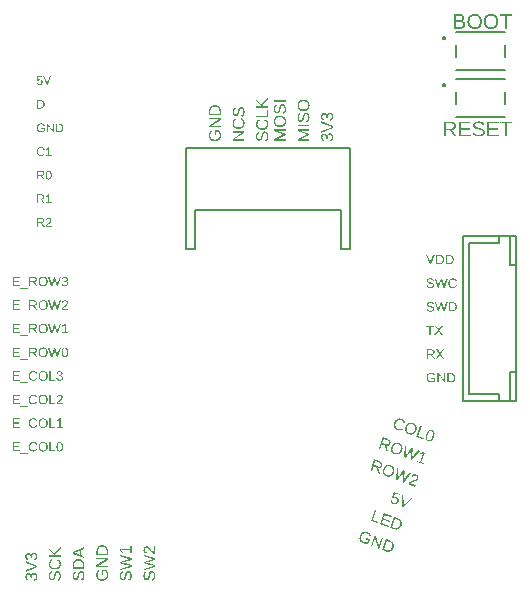
<source format=gto>
G04 EAGLE Gerber RS-274X export*
G75*
%MOMM*%
%FSLAX34Y34*%
%LPD*%
%INSilkscreen Top*%
%IPPOS*%
%AMOC8*
5,1,8,0,0,1.08239X$1,22.5*%
G01*
G04 Define Apertures*
%ADD10C,0.152400*%
%ADD11C,0.127000*%
%ADD12C,0.200000*%
G36*
X10100Y200517D02*
X9525Y200537D01*
X8981Y200598D01*
X8470Y200699D01*
X7991Y200841D01*
X7545Y201023D01*
X7131Y201246D01*
X6749Y201509D01*
X6399Y201813D01*
X6086Y202152D01*
X5815Y202524D01*
X5586Y202927D01*
X5398Y203362D01*
X5252Y203829D01*
X5148Y204327D01*
X5085Y204858D01*
X5065Y205420D01*
X5074Y205790D01*
X5102Y206147D01*
X5149Y206493D01*
X5214Y206826D01*
X5299Y207146D01*
X5401Y207454D01*
X5523Y207749D01*
X5663Y208032D01*
X5822Y208300D01*
X5997Y208553D01*
X6189Y208789D01*
X6398Y209008D01*
X6624Y209211D01*
X6867Y209398D01*
X7127Y209569D01*
X7404Y209723D01*
X7696Y209860D01*
X8001Y209979D01*
X8318Y210080D01*
X8649Y210162D01*
X8992Y210226D01*
X9349Y210272D01*
X9718Y210299D01*
X10100Y210308D01*
X10481Y210299D01*
X10850Y210271D01*
X11207Y210225D01*
X11552Y210160D01*
X11885Y210077D01*
X12205Y209975D01*
X12514Y209855D01*
X12811Y209716D01*
X13093Y209560D01*
X13358Y209388D01*
X13607Y209200D01*
X13839Y208996D01*
X14053Y208775D01*
X14251Y208539D01*
X14433Y208287D01*
X14597Y208018D01*
X14743Y207735D01*
X14869Y207440D01*
X14977Y207132D01*
X15064Y206812D01*
X15132Y206479D01*
X15181Y206133D01*
X15210Y205776D01*
X15220Y205406D01*
X15210Y205032D01*
X15182Y204672D01*
X15133Y204324D01*
X15066Y203990D01*
X14979Y203669D01*
X14873Y203360D01*
X14748Y203065D01*
X14604Y202783D01*
X14441Y202515D01*
X14261Y202264D01*
X14064Y202029D01*
X13850Y201810D01*
X13619Y201608D01*
X13370Y201421D01*
X13104Y201252D01*
X12821Y201098D01*
X12524Y200962D01*
X12214Y200844D01*
X11892Y200744D01*
X11558Y200662D01*
X11212Y200599D01*
X10853Y200553D01*
X10483Y200526D01*
X10100Y200517D01*
G37*
%LPC*%
G36*
X10100Y201876D02*
X10552Y201890D01*
X10980Y201934D01*
X11384Y202007D01*
X11765Y202109D01*
X12121Y202241D01*
X12453Y202402D01*
X12761Y202591D01*
X13045Y202811D01*
X13301Y203056D01*
X13522Y203323D01*
X13709Y203614D01*
X13862Y203927D01*
X13981Y204263D01*
X14066Y204621D01*
X14118Y205002D01*
X14135Y205406D01*
X14118Y205820D01*
X14069Y206210D01*
X13986Y206575D01*
X13871Y206916D01*
X13723Y207231D01*
X13542Y207522D01*
X13327Y207788D01*
X13080Y208028D01*
X12803Y208243D01*
X12499Y208428D01*
X12167Y208585D01*
X11808Y208714D01*
X11422Y208814D01*
X11009Y208885D01*
X10568Y208928D01*
X10100Y208942D01*
X9652Y208928D01*
X9229Y208885D01*
X8830Y208813D01*
X8456Y208712D01*
X8107Y208583D01*
X7783Y208424D01*
X7483Y208237D01*
X7208Y208021D01*
X6962Y207779D01*
X6748Y207513D01*
X6568Y207224D01*
X6420Y206910D01*
X6305Y206573D01*
X6223Y206212D01*
X6174Y205828D01*
X6157Y205420D01*
X6173Y205008D01*
X6222Y204620D01*
X6303Y204257D01*
X6416Y203917D01*
X6562Y203602D01*
X6740Y203311D01*
X6951Y203043D01*
X7194Y202800D01*
X7466Y202583D01*
X7764Y202396D01*
X8088Y202237D01*
X8439Y202107D01*
X8815Y202006D01*
X9217Y201933D01*
X9646Y201890D01*
X10100Y201876D01*
G37*
%LPD*%
G36*
X15080Y189077D02*
X5212Y189077D01*
X5212Y190835D01*
X12054Y193461D01*
X12940Y193731D01*
X13623Y193902D01*
X13270Y193989D01*
X12772Y194137D01*
X12054Y194379D01*
X5212Y196956D01*
X5212Y198672D01*
X15080Y198672D01*
X15080Y197467D01*
X8496Y197467D01*
X7425Y197483D01*
X6395Y197530D01*
X7512Y197205D01*
X8356Y196914D01*
X15080Y194364D01*
X15080Y193426D01*
X8356Y190842D01*
X7166Y190449D01*
X6395Y190218D01*
X7173Y190239D01*
X8496Y190267D01*
X15080Y190267D01*
X15080Y189077D01*
G37*
G36*
X12713Y211645D02*
X12454Y212941D01*
X12669Y213005D01*
X12869Y213084D01*
X13054Y213180D01*
X13225Y213291D01*
X13381Y213418D01*
X13522Y213561D01*
X13648Y213719D01*
X13760Y213893D01*
X13857Y214084D01*
X13942Y214290D01*
X14014Y214513D01*
X14072Y214753D01*
X14118Y215009D01*
X14150Y215281D01*
X14170Y215570D01*
X14177Y215875D01*
X14170Y216190D01*
X14149Y216486D01*
X14114Y216764D01*
X14065Y217023D01*
X14003Y217264D01*
X13926Y217486D01*
X13836Y217690D01*
X13732Y217875D01*
X13614Y218040D01*
X13483Y218183D01*
X13340Y218304D01*
X13183Y218403D01*
X13013Y218480D01*
X12830Y218535D01*
X12634Y218568D01*
X12426Y218579D01*
X12195Y218565D01*
X11988Y218524D01*
X11803Y218455D01*
X11641Y218358D01*
X11497Y218237D01*
X11366Y218093D01*
X11249Y217927D01*
X11144Y217738D01*
X10964Y217301D01*
X10815Y216786D01*
X10528Y215560D01*
X10398Y215011D01*
X10268Y214532D01*
X10139Y214123D01*
X10009Y213785D01*
X9876Y213498D01*
X9735Y213243D01*
X9587Y213020D01*
X9431Y212829D01*
X9265Y212664D01*
X9086Y212520D01*
X8892Y212396D01*
X8686Y212293D01*
X8464Y212212D01*
X8227Y212154D01*
X7974Y212119D01*
X7705Y212107D01*
X7397Y212123D01*
X7108Y212168D01*
X6836Y212244D01*
X6583Y212350D01*
X6348Y212486D01*
X6131Y212653D01*
X5932Y212850D01*
X5751Y213077D01*
X5590Y213333D01*
X5451Y213615D01*
X5333Y213923D01*
X5236Y214257D01*
X5161Y214617D01*
X5108Y215003D01*
X5075Y215416D01*
X5065Y215854D01*
X5073Y216262D01*
X5097Y216645D01*
X5137Y217004D01*
X5193Y217337D01*
X5266Y217646D01*
X5354Y217931D01*
X5459Y218190D01*
X5579Y218425D01*
X5719Y218639D01*
X5882Y218836D01*
X6067Y219017D01*
X6275Y219181D01*
X6506Y219329D01*
X6759Y219460D01*
X7035Y219574D01*
X7334Y219671D01*
X7565Y218355D01*
X7376Y218294D01*
X7200Y218222D01*
X7037Y218137D01*
X6888Y218040D01*
X6753Y217930D01*
X6631Y217808D01*
X6522Y217674D01*
X6427Y217528D01*
X6344Y217369D01*
X6272Y217194D01*
X6211Y217005D01*
X6162Y216802D01*
X6095Y216350D01*
X6073Y215840D01*
X6079Y215553D01*
X6098Y215284D01*
X6128Y215031D01*
X6171Y214797D01*
X6226Y214580D01*
X6294Y214380D01*
X6373Y214198D01*
X6465Y214033D01*
X6569Y213887D01*
X6686Y213761D01*
X6814Y213654D01*
X6954Y213566D01*
X7106Y213498D01*
X7270Y213449D01*
X7447Y213420D01*
X7635Y213410D01*
X7853Y213425D01*
X8051Y213470D01*
X8229Y213546D01*
X8388Y213652D01*
X8531Y213786D01*
X8663Y213947D01*
X8783Y214134D01*
X8892Y214349D01*
X9001Y214633D01*
X9122Y215030D01*
X9255Y215540D01*
X9400Y216163D01*
X9614Y217070D01*
X9733Y217512D01*
X9873Y217935D01*
X10036Y218335D01*
X10226Y218708D01*
X10452Y219045D01*
X10724Y219335D01*
X10877Y219461D01*
X11044Y219573D01*
X11224Y219669D01*
X11417Y219752D01*
X11625Y219818D01*
X11851Y219865D01*
X12095Y219893D01*
X12356Y219903D01*
X12687Y219886D01*
X13000Y219836D01*
X13293Y219752D01*
X13567Y219636D01*
X13822Y219485D01*
X14057Y219302D01*
X14274Y219085D01*
X14471Y218834D01*
X14646Y218554D01*
X14799Y218246D01*
X14927Y217911D01*
X15033Y217548D01*
X15115Y217159D01*
X15173Y216742D01*
X15208Y216298D01*
X15220Y215826D01*
X15210Y215387D01*
X15181Y214972D01*
X15132Y214580D01*
X15063Y214212D01*
X14975Y213868D01*
X14868Y213548D01*
X14740Y213251D01*
X14593Y212978D01*
X14427Y212728D01*
X14241Y212502D01*
X14035Y212300D01*
X13810Y212122D01*
X13565Y211967D01*
X13300Y211836D01*
X13016Y211729D01*
X12713Y211645D01*
G37*
G36*
X15080Y221880D02*
X5212Y221880D01*
X5212Y223218D01*
X15080Y223218D01*
X15080Y221880D01*
G37*
G36*
X30100Y214079D02*
X29525Y214100D01*
X28981Y214160D01*
X28470Y214262D01*
X27991Y214403D01*
X27545Y214585D01*
X27131Y214808D01*
X26749Y215071D01*
X26399Y215375D01*
X26086Y215715D01*
X25815Y216086D01*
X25586Y216490D01*
X25398Y216925D01*
X25252Y217391D01*
X25148Y217890D01*
X25085Y218420D01*
X25065Y218982D01*
X25074Y219352D01*
X25102Y219710D01*
X25149Y220055D01*
X25214Y220388D01*
X25299Y220708D01*
X25401Y221016D01*
X25523Y221312D01*
X25663Y221594D01*
X25822Y221863D01*
X25997Y222115D01*
X26189Y222351D01*
X26398Y222571D01*
X26624Y222774D01*
X26867Y222961D01*
X27127Y223131D01*
X27404Y223286D01*
X27696Y223423D01*
X28001Y223542D01*
X28318Y223642D01*
X28649Y223724D01*
X28992Y223788D01*
X29349Y223834D01*
X29718Y223862D01*
X30100Y223871D01*
X30481Y223861D01*
X30850Y223834D01*
X31207Y223787D01*
X31552Y223723D01*
X31885Y223639D01*
X32205Y223538D01*
X32514Y223418D01*
X32811Y223279D01*
X33093Y223123D01*
X33358Y222951D01*
X33607Y222763D01*
X33839Y222558D01*
X34053Y222338D01*
X34251Y222102D01*
X34433Y221849D01*
X34597Y221580D01*
X34743Y221298D01*
X34869Y221002D01*
X34977Y220694D01*
X35064Y220374D01*
X35132Y220041D01*
X35181Y219696D01*
X35210Y219338D01*
X35220Y218968D01*
X35210Y218595D01*
X35182Y218234D01*
X35133Y217887D01*
X35066Y217552D01*
X34979Y217231D01*
X34873Y216923D01*
X34748Y216627D01*
X34604Y216345D01*
X34441Y216077D01*
X34261Y215826D01*
X34064Y215591D01*
X33850Y215372D01*
X33619Y215170D01*
X33370Y214984D01*
X33104Y214814D01*
X32821Y214661D01*
X32524Y214524D01*
X32214Y214406D01*
X31892Y214306D01*
X31558Y214225D01*
X31212Y214161D01*
X30853Y214116D01*
X30483Y214088D01*
X30100Y214079D01*
G37*
%LPC*%
G36*
X30100Y215438D02*
X30552Y215453D01*
X30980Y215497D01*
X31384Y215570D01*
X31765Y215672D01*
X32121Y215803D01*
X32453Y215964D01*
X32761Y216154D01*
X33045Y216373D01*
X33301Y216618D01*
X33522Y216886D01*
X33709Y217176D01*
X33862Y217489D01*
X33981Y217825D01*
X34066Y218183D01*
X34118Y218564D01*
X34135Y218968D01*
X34118Y219383D01*
X34069Y219773D01*
X33986Y220138D01*
X33871Y220478D01*
X33723Y220794D01*
X33542Y221084D01*
X33327Y221350D01*
X33080Y221591D01*
X32803Y221805D01*
X32499Y221991D01*
X32167Y222148D01*
X31808Y222276D01*
X31422Y222376D01*
X31009Y222448D01*
X30568Y222491D01*
X30100Y222505D01*
X29652Y222491D01*
X29229Y222447D01*
X28830Y222375D01*
X28456Y222275D01*
X28107Y222145D01*
X27783Y221987D01*
X27483Y221800D01*
X27208Y221584D01*
X26962Y221342D01*
X26748Y221076D01*
X26568Y220786D01*
X26420Y220473D01*
X26305Y220136D01*
X26223Y219775D01*
X26174Y219390D01*
X26157Y218982D01*
X26173Y218570D01*
X26222Y218183D01*
X26303Y217819D01*
X26416Y217480D01*
X26562Y217164D01*
X26740Y216873D01*
X26951Y216606D01*
X27194Y216363D01*
X27466Y216146D01*
X27764Y215958D01*
X28088Y215799D01*
X28439Y215669D01*
X28815Y215568D01*
X29217Y215496D01*
X29646Y215453D01*
X30100Y215438D01*
G37*
%LPD*%
G36*
X35080Y189077D02*
X25212Y189077D01*
X25212Y190835D01*
X32054Y193461D01*
X32940Y193731D01*
X33623Y193902D01*
X33270Y193989D01*
X32772Y194137D01*
X32054Y194379D01*
X25212Y196956D01*
X25212Y198672D01*
X35080Y198672D01*
X35080Y197467D01*
X28496Y197467D01*
X27425Y197483D01*
X26395Y197530D01*
X27512Y197205D01*
X28356Y196914D01*
X35080Y194364D01*
X35080Y193426D01*
X28356Y190842D01*
X27166Y190449D01*
X26395Y190218D01*
X27173Y190239D01*
X28496Y190267D01*
X35080Y190267D01*
X35080Y189077D01*
G37*
G36*
X32713Y204489D02*
X32454Y205785D01*
X32669Y205848D01*
X32869Y205928D01*
X33054Y206024D01*
X33225Y206135D01*
X33381Y206262D01*
X33522Y206404D01*
X33648Y206563D01*
X33760Y206737D01*
X33857Y206927D01*
X33942Y207134D01*
X34014Y207357D01*
X34072Y207597D01*
X34118Y207853D01*
X34150Y208125D01*
X34170Y208414D01*
X34177Y208719D01*
X34170Y209034D01*
X34149Y209330D01*
X34114Y209608D01*
X34065Y209867D01*
X34003Y210108D01*
X33926Y210330D01*
X33836Y210534D01*
X33732Y210719D01*
X33614Y210884D01*
X33483Y211027D01*
X33340Y211148D01*
X33183Y211247D01*
X33013Y211324D01*
X32830Y211379D01*
X32634Y211412D01*
X32426Y211423D01*
X32195Y211409D01*
X31988Y211367D01*
X31803Y211298D01*
X31641Y211202D01*
X31497Y211081D01*
X31366Y210937D01*
X31249Y210771D01*
X31144Y210582D01*
X30964Y210144D01*
X30815Y209630D01*
X30528Y208404D01*
X30398Y207854D01*
X30268Y207375D01*
X30139Y206967D01*
X30009Y206629D01*
X29876Y206342D01*
X29735Y206087D01*
X29587Y205864D01*
X29431Y205672D01*
X29265Y205508D01*
X29086Y205363D01*
X28892Y205240D01*
X28686Y205137D01*
X28464Y205056D01*
X28227Y204998D01*
X27974Y204963D01*
X27705Y204951D01*
X27397Y204966D01*
X27108Y205012D01*
X26836Y205088D01*
X26583Y205194D01*
X26348Y205330D01*
X26131Y205497D01*
X25932Y205694D01*
X25751Y205921D01*
X25590Y206177D01*
X25451Y206458D01*
X25333Y206766D01*
X25236Y207100D01*
X25161Y207461D01*
X25108Y207847D01*
X25075Y208259D01*
X25065Y208698D01*
X25073Y209106D01*
X25097Y209489D01*
X25137Y209848D01*
X25193Y210181D01*
X25266Y210490D01*
X25354Y210774D01*
X25459Y211034D01*
X25579Y211269D01*
X25719Y211483D01*
X25882Y211680D01*
X26067Y211861D01*
X26275Y212025D01*
X26506Y212172D01*
X26759Y212303D01*
X27035Y212418D01*
X27334Y212515D01*
X27565Y211198D01*
X27376Y211138D01*
X27200Y211065D01*
X27037Y210980D01*
X26888Y210883D01*
X26753Y210774D01*
X26631Y210652D01*
X26522Y210518D01*
X26427Y210372D01*
X26344Y210212D01*
X26272Y210038D01*
X26211Y209849D01*
X26162Y209645D01*
X26095Y209194D01*
X26073Y208684D01*
X26079Y208397D01*
X26098Y208127D01*
X26128Y207875D01*
X26171Y207641D01*
X26226Y207423D01*
X26294Y207224D01*
X26373Y207042D01*
X26465Y206877D01*
X26569Y206731D01*
X26686Y206604D01*
X26814Y206497D01*
X26954Y206410D01*
X27106Y206341D01*
X27270Y206293D01*
X27447Y206264D01*
X27635Y206254D01*
X27853Y206269D01*
X28051Y206314D01*
X28229Y206390D01*
X28388Y206495D01*
X28531Y206630D01*
X28663Y206790D01*
X28783Y206978D01*
X28892Y207192D01*
X29001Y207476D01*
X29122Y207873D01*
X29255Y208383D01*
X29400Y209006D01*
X29614Y209913D01*
X29733Y210355D01*
X29873Y210778D01*
X30036Y211178D01*
X30226Y211552D01*
X30452Y211889D01*
X30724Y212179D01*
X30877Y212305D01*
X31044Y212416D01*
X31224Y212513D01*
X31417Y212596D01*
X31625Y212662D01*
X31851Y212709D01*
X32095Y212737D01*
X32356Y212746D01*
X32687Y212730D01*
X33000Y212680D01*
X33293Y212596D01*
X33567Y212479D01*
X33822Y212329D01*
X34057Y212146D01*
X34274Y211929D01*
X34471Y211678D01*
X34646Y211398D01*
X34799Y211090D01*
X34927Y210755D01*
X35033Y210392D01*
X35115Y210003D01*
X35173Y209586D01*
X35208Y209141D01*
X35220Y208670D01*
X35210Y208231D01*
X35181Y207816D01*
X35132Y207424D01*
X35063Y207056D01*
X34975Y206712D01*
X34868Y206391D01*
X34740Y206094D01*
X34593Y205821D01*
X34427Y205572D01*
X34241Y205346D01*
X34035Y205144D01*
X33810Y204966D01*
X33565Y204811D01*
X33300Y204680D01*
X33016Y204572D01*
X32713Y204489D01*
G37*
G36*
X35080Y201161D02*
X25212Y201161D01*
X25212Y202499D01*
X35080Y202499D01*
X35080Y201161D01*
G37*
G36*
X102454Y-95479D02*
X102133Y-95475D01*
X101808Y-95448D01*
X101477Y-95399D01*
X101141Y-95328D01*
X100800Y-95234D01*
X100454Y-95119D01*
X100112Y-94984D01*
X99788Y-94836D01*
X99483Y-94674D01*
X99196Y-94499D01*
X98928Y-94311D01*
X98678Y-94109D01*
X98447Y-93894D01*
X98234Y-93665D01*
X98042Y-93424D01*
X97870Y-93173D01*
X97718Y-92912D01*
X97588Y-92640D01*
X97479Y-92358D01*
X97390Y-92065D01*
X97323Y-91762D01*
X97276Y-91448D01*
X97250Y-91127D01*
X97245Y-90801D01*
X97261Y-90469D01*
X97298Y-90132D01*
X97356Y-89791D01*
X97435Y-89444D01*
X97534Y-89092D01*
X97655Y-88735D01*
X97867Y-88209D01*
X98106Y-87726D01*
X98372Y-87287D01*
X98665Y-86892D01*
X98984Y-86540D01*
X99329Y-86232D01*
X99701Y-85967D01*
X100100Y-85746D01*
X100520Y-85571D01*
X100955Y-85445D01*
X101405Y-85369D01*
X101871Y-85342D01*
X102352Y-85364D01*
X102849Y-85435D01*
X103360Y-85556D01*
X103887Y-85726D01*
X104227Y-85859D01*
X104548Y-86006D01*
X104852Y-86165D01*
X105138Y-86338D01*
X105406Y-86524D01*
X105656Y-86723D01*
X105889Y-86935D01*
X106103Y-87160D01*
X106298Y-87397D01*
X106473Y-87644D01*
X106626Y-87901D01*
X106759Y-88168D01*
X106871Y-88446D01*
X106962Y-88734D01*
X107033Y-89032D01*
X107082Y-89340D01*
X107111Y-89656D01*
X107118Y-89978D01*
X107104Y-90306D01*
X107069Y-90640D01*
X107012Y-90979D01*
X106934Y-91325D01*
X106835Y-91676D01*
X106715Y-92032D01*
X106578Y-92382D01*
X106428Y-92714D01*
X106265Y-93028D01*
X106089Y-93326D01*
X105900Y-93606D01*
X105698Y-93868D01*
X105483Y-94113D01*
X105254Y-94341D01*
X105015Y-94550D01*
X104766Y-94737D01*
X104509Y-94904D01*
X104242Y-95050D01*
X103965Y-95174D01*
X103680Y-95278D01*
X103385Y-95360D01*
X103081Y-95422D01*
X102770Y-95462D01*
X102454Y-95479D01*
G37*
%LPC*%
G36*
X102306Y-94379D02*
X102648Y-94348D01*
X102978Y-94278D01*
X103296Y-94170D01*
X103602Y-94022D01*
X103893Y-93838D01*
X104168Y-93619D01*
X104425Y-93365D01*
X104665Y-93076D01*
X104887Y-92752D01*
X105092Y-92394D01*
X105280Y-92001D01*
X105451Y-91572D01*
X105589Y-91153D01*
X105692Y-90746D01*
X105759Y-90353D01*
X105792Y-89973D01*
X105790Y-89607D01*
X105752Y-89253D01*
X105680Y-88913D01*
X105573Y-88585D01*
X105432Y-88276D01*
X105258Y-87989D01*
X105051Y-87724D01*
X104811Y-87482D01*
X104537Y-87262D01*
X104231Y-87065D01*
X103892Y-86890D01*
X103519Y-86737D01*
X103133Y-86613D01*
X102758Y-86528D01*
X102394Y-86480D01*
X102042Y-86471D01*
X101701Y-86499D01*
X101371Y-86566D01*
X101053Y-86671D01*
X100746Y-86814D01*
X100454Y-86993D01*
X100180Y-87206D01*
X99924Y-87452D01*
X99685Y-87732D01*
X99465Y-88047D01*
X99263Y-88395D01*
X99078Y-88777D01*
X98912Y-89192D01*
X98773Y-89615D01*
X98670Y-90026D01*
X98601Y-90425D01*
X98568Y-90811D01*
X98569Y-91185D01*
X98606Y-91546D01*
X98678Y-91896D01*
X98785Y-92232D01*
X98926Y-92551D01*
X99099Y-92846D01*
X99305Y-93117D01*
X99543Y-93364D01*
X99814Y-93587D01*
X100116Y-93787D01*
X100452Y-93962D01*
X100820Y-94114D01*
X101209Y-94239D01*
X101587Y-94324D01*
X101952Y-94371D01*
X102306Y-94379D01*
G37*
%LPD*%
G36*
X121304Y-59773D02*
X120983Y-59768D01*
X120657Y-59741D01*
X120326Y-59692D01*
X119990Y-59621D01*
X119649Y-59528D01*
X119303Y-59412D01*
X118961Y-59277D01*
X118637Y-59129D01*
X118332Y-58968D01*
X118045Y-58793D01*
X117777Y-58604D01*
X117527Y-58402D01*
X117296Y-58187D01*
X117084Y-57958D01*
X116891Y-57718D01*
X116719Y-57467D01*
X116568Y-57205D01*
X116437Y-56933D01*
X116328Y-56651D01*
X116240Y-56358D01*
X116172Y-56055D01*
X116125Y-55742D01*
X116099Y-55420D01*
X116094Y-55094D01*
X116110Y-54762D01*
X116147Y-54426D01*
X116205Y-54084D01*
X116284Y-53737D01*
X116383Y-53385D01*
X116504Y-53028D01*
X116716Y-52502D01*
X116956Y-52020D01*
X117221Y-51581D01*
X117514Y-51185D01*
X117833Y-50834D01*
X118178Y-50525D01*
X118551Y-50260D01*
X118949Y-50039D01*
X119369Y-49864D01*
X119804Y-49739D01*
X120255Y-49662D01*
X120720Y-49635D01*
X121201Y-49657D01*
X121698Y-49729D01*
X122209Y-49849D01*
X122736Y-50019D01*
X123076Y-50153D01*
X123397Y-50299D01*
X123701Y-50459D01*
X123987Y-50631D01*
X124255Y-50817D01*
X124505Y-51016D01*
X124738Y-51228D01*
X124952Y-51453D01*
X125147Y-51690D01*
X125322Y-51937D01*
X125475Y-52194D01*
X125608Y-52462D01*
X125720Y-52739D01*
X125811Y-53027D01*
X125882Y-53325D01*
X125931Y-53634D01*
X125960Y-53950D01*
X125967Y-54272D01*
X125953Y-54600D01*
X125918Y-54933D01*
X125861Y-55273D01*
X125783Y-55618D01*
X125684Y-55969D01*
X125564Y-56326D01*
X125427Y-56675D01*
X125277Y-57007D01*
X125114Y-57322D01*
X124938Y-57619D01*
X124749Y-57899D01*
X124547Y-58162D01*
X124332Y-58407D01*
X124104Y-58635D01*
X123864Y-58843D01*
X123616Y-59031D01*
X123358Y-59197D01*
X123091Y-59343D01*
X122814Y-59468D01*
X122529Y-59571D01*
X122234Y-59654D01*
X121930Y-59715D01*
X121619Y-59755D01*
X121304Y-59773D01*
G37*
%LPC*%
G36*
X121155Y-58672D02*
X121497Y-58641D01*
X121827Y-58572D01*
X122145Y-58463D01*
X122451Y-58316D01*
X122742Y-58131D01*
X123017Y-57912D01*
X123274Y-57658D01*
X123514Y-57369D01*
X123736Y-57046D01*
X123941Y-56687D01*
X124130Y-56294D01*
X124300Y-55866D01*
X124438Y-55446D01*
X124541Y-55040D01*
X124608Y-54647D01*
X124641Y-54267D01*
X124639Y-53900D01*
X124602Y-53546D01*
X124529Y-53206D01*
X124422Y-52879D01*
X124281Y-52569D01*
X124107Y-52282D01*
X123900Y-52018D01*
X123660Y-51776D01*
X123386Y-51556D01*
X123080Y-51358D01*
X122741Y-51183D01*
X122368Y-51030D01*
X121982Y-50907D01*
X121607Y-50821D01*
X121243Y-50774D01*
X120891Y-50764D01*
X120550Y-50793D01*
X120220Y-50860D01*
X119902Y-50964D01*
X119595Y-51107D01*
X119303Y-51286D01*
X119029Y-51499D01*
X118773Y-51745D01*
X118535Y-52026D01*
X118314Y-52340D01*
X118112Y-52688D01*
X117927Y-53070D01*
X117761Y-53486D01*
X117622Y-53909D01*
X117519Y-54320D01*
X117450Y-54718D01*
X117417Y-55104D01*
X117418Y-55478D01*
X117455Y-55840D01*
X117527Y-56189D01*
X117634Y-56526D01*
X117775Y-56845D01*
X117948Y-57139D01*
X118154Y-57410D01*
X118392Y-57658D01*
X118663Y-57881D01*
X118966Y-58080D01*
X119301Y-58256D01*
X119669Y-58408D01*
X120058Y-58532D01*
X120436Y-58618D01*
X120801Y-58664D01*
X121155Y-58672D01*
G37*
%LPD*%
G36*
X109295Y-76686D02*
X108974Y-76681D01*
X108648Y-76654D01*
X108317Y-76605D01*
X107981Y-76534D01*
X107640Y-76441D01*
X107294Y-76325D01*
X106952Y-76190D01*
X106628Y-76042D01*
X106323Y-75880D01*
X106036Y-75705D01*
X105768Y-75517D01*
X105518Y-75315D01*
X105287Y-75100D01*
X105075Y-74871D01*
X104882Y-74630D01*
X104710Y-74379D01*
X104559Y-74118D01*
X104429Y-73846D01*
X104319Y-73564D01*
X104231Y-73271D01*
X104163Y-72968D01*
X104116Y-72654D01*
X104091Y-72333D01*
X104086Y-72007D01*
X104102Y-71675D01*
X104138Y-71339D01*
X104196Y-70997D01*
X104275Y-70650D01*
X104375Y-70298D01*
X104495Y-69941D01*
X104708Y-69415D01*
X104947Y-68932D01*
X105213Y-68494D01*
X105505Y-68098D01*
X105824Y-67746D01*
X106170Y-67438D01*
X106542Y-67173D01*
X106941Y-66952D01*
X107360Y-66777D01*
X107795Y-66651D01*
X108246Y-66575D01*
X108712Y-66548D01*
X109193Y-66570D01*
X109689Y-66641D01*
X110201Y-66762D01*
X110728Y-66932D01*
X111067Y-67065D01*
X111389Y-67212D01*
X111692Y-67371D01*
X111978Y-67544D01*
X112246Y-67730D01*
X112497Y-67929D01*
X112729Y-68141D01*
X112943Y-68366D01*
X113139Y-68603D01*
X113313Y-68850D01*
X113467Y-69107D01*
X113599Y-69375D01*
X113711Y-69652D01*
X113803Y-69940D01*
X113873Y-70238D01*
X113922Y-70546D01*
X113951Y-70863D01*
X113958Y-71185D01*
X113944Y-71512D01*
X113909Y-71846D01*
X113853Y-72185D01*
X113775Y-72531D01*
X113676Y-72882D01*
X113555Y-73238D01*
X113419Y-73588D01*
X113269Y-73920D01*
X113106Y-74235D01*
X112930Y-74532D01*
X112741Y-74812D01*
X112538Y-75074D01*
X112323Y-75319D01*
X112095Y-75547D01*
X111855Y-75756D01*
X111607Y-75944D01*
X111349Y-76110D01*
X111082Y-76256D01*
X110806Y-76380D01*
X110520Y-76484D01*
X110226Y-76566D01*
X109922Y-76628D01*
X109611Y-76668D01*
X109295Y-76686D01*
G37*
%LPC*%
G36*
X109146Y-75585D02*
X109488Y-75554D01*
X109818Y-75484D01*
X110136Y-75376D01*
X110442Y-75228D01*
X110734Y-75044D01*
X111008Y-74825D01*
X111265Y-74571D01*
X111505Y-74282D01*
X111727Y-73958D01*
X111933Y-73600D01*
X112121Y-73207D01*
X112292Y-72778D01*
X112429Y-72359D01*
X112532Y-71953D01*
X112600Y-71559D01*
X112632Y-71180D01*
X112630Y-70813D01*
X112593Y-70459D01*
X112521Y-70119D01*
X112414Y-69792D01*
X112272Y-69482D01*
X112098Y-69195D01*
X111891Y-68931D01*
X111651Y-68688D01*
X111378Y-68468D01*
X111071Y-68271D01*
X110732Y-68096D01*
X110360Y-67943D01*
X109973Y-67819D01*
X109598Y-67734D01*
X109235Y-67686D01*
X108882Y-67677D01*
X108541Y-67706D01*
X108212Y-67772D01*
X107894Y-67877D01*
X107587Y-68020D01*
X107295Y-68199D01*
X107020Y-68412D01*
X106764Y-68658D01*
X106526Y-68939D01*
X106305Y-69253D01*
X106103Y-69601D01*
X105919Y-69983D01*
X105752Y-70398D01*
X105614Y-70822D01*
X105510Y-71232D01*
X105441Y-71631D01*
X105408Y-72017D01*
X105410Y-72391D01*
X105447Y-72753D01*
X105519Y-73102D01*
X105626Y-73439D01*
X105766Y-73757D01*
X105940Y-74052D01*
X106145Y-74323D01*
X106383Y-74570D01*
X106654Y-74794D01*
X106957Y-74993D01*
X107292Y-75169D01*
X107660Y-75320D01*
X108049Y-75445D01*
X108427Y-75530D01*
X108793Y-75577D01*
X109146Y-75585D01*
G37*
%LPD*%
G36*
X101929Y-159000D02*
X101616Y-158996D01*
X101301Y-158971D01*
X100982Y-158925D01*
X100660Y-158857D01*
X100334Y-158769D01*
X100005Y-158659D01*
X96590Y-157416D01*
X99913Y-148284D01*
X102933Y-149384D01*
X103490Y-149607D01*
X104001Y-149854D01*
X104465Y-150126D01*
X104883Y-150422D01*
X105254Y-150743D01*
X105580Y-151088D01*
X105858Y-151457D01*
X106091Y-151850D01*
X106275Y-152264D01*
X106408Y-152694D01*
X106491Y-153140D01*
X106523Y-153603D01*
X106505Y-154082D01*
X106436Y-154578D01*
X106317Y-155089D01*
X106147Y-155618D01*
X106012Y-155962D01*
X105864Y-156289D01*
X105702Y-156599D01*
X105527Y-156892D01*
X105339Y-157167D01*
X105138Y-157425D01*
X104924Y-157666D01*
X104696Y-157890D01*
X104458Y-158094D01*
X104211Y-158278D01*
X103955Y-158441D01*
X103690Y-158583D01*
X103416Y-158704D01*
X103134Y-158805D01*
X102843Y-158885D01*
X102543Y-158945D01*
X102238Y-158983D01*
X101929Y-159000D01*
G37*
%LPC*%
G36*
X101684Y-157867D02*
X101918Y-157850D01*
X102150Y-157818D01*
X102377Y-157769D01*
X102598Y-157704D01*
X102812Y-157622D01*
X103019Y-157525D01*
X103220Y-157411D01*
X103414Y-157281D01*
X103601Y-157135D01*
X103782Y-156973D01*
X103955Y-156796D01*
X104118Y-156605D01*
X104273Y-156400D01*
X104417Y-156181D01*
X104553Y-155948D01*
X104679Y-155701D01*
X104795Y-155440D01*
X104903Y-155165D01*
X105038Y-154747D01*
X105135Y-154345D01*
X105194Y-153957D01*
X105215Y-153584D01*
X105197Y-153225D01*
X105141Y-152881D01*
X105047Y-152552D01*
X104915Y-152237D01*
X104746Y-151939D01*
X104540Y-151659D01*
X104298Y-151397D01*
X104020Y-151154D01*
X103706Y-150930D01*
X103356Y-150723D01*
X102969Y-150535D01*
X102547Y-150366D01*
X100790Y-149726D01*
X98188Y-156875D01*
X100223Y-157616D01*
X100473Y-157699D01*
X100721Y-157765D01*
X100965Y-157816D01*
X101207Y-157849D01*
X101447Y-157866D01*
X101684Y-157867D01*
G37*
%LPD*%
G36*
X108769Y-140206D02*
X108457Y-140202D01*
X108141Y-140177D01*
X107822Y-140131D01*
X107500Y-140064D01*
X107174Y-139975D01*
X106845Y-139865D01*
X103430Y-138622D01*
X106754Y-129490D01*
X109774Y-130590D01*
X110331Y-130813D01*
X110841Y-131061D01*
X111305Y-131332D01*
X111723Y-131629D01*
X112095Y-131949D01*
X112420Y-132294D01*
X112699Y-132663D01*
X112931Y-133056D01*
X113115Y-133470D01*
X113249Y-133900D01*
X113332Y-134346D01*
X113364Y-134809D01*
X113346Y-135288D01*
X113277Y-135784D01*
X113157Y-136296D01*
X112988Y-136824D01*
X112852Y-137168D01*
X112704Y-137496D01*
X112542Y-137805D01*
X112368Y-138098D01*
X112180Y-138373D01*
X111979Y-138632D01*
X111764Y-138872D01*
X111537Y-139096D01*
X111298Y-139300D01*
X111051Y-139484D01*
X110795Y-139647D01*
X110530Y-139789D01*
X110257Y-139911D01*
X109975Y-140011D01*
X109684Y-140091D01*
X109384Y-140151D01*
X109078Y-140189D01*
X108769Y-140206D01*
G37*
%LPC*%
G36*
X108524Y-139073D02*
X108759Y-139057D01*
X108990Y-139024D01*
X109217Y-138975D01*
X109438Y-138910D01*
X109652Y-138829D01*
X109859Y-138731D01*
X110060Y-138617D01*
X110254Y-138488D01*
X110442Y-138342D01*
X110622Y-138179D01*
X110795Y-138002D01*
X110959Y-137811D01*
X111113Y-137606D01*
X111258Y-137387D01*
X111393Y-137154D01*
X111519Y-136907D01*
X111636Y-136646D01*
X111743Y-136371D01*
X111879Y-135954D01*
X111976Y-135551D01*
X112035Y-135163D01*
X112055Y-134790D01*
X112038Y-134431D01*
X111982Y-134087D01*
X111888Y-133758D01*
X111756Y-133443D01*
X111586Y-133145D01*
X111380Y-132865D01*
X111139Y-132604D01*
X110861Y-132360D01*
X110546Y-132136D01*
X110196Y-131929D01*
X109810Y-131741D01*
X109387Y-131572D01*
X107631Y-130933D01*
X105029Y-138081D01*
X107064Y-138822D01*
X107314Y-138905D01*
X107561Y-138972D01*
X107806Y-139022D01*
X108048Y-139055D01*
X108287Y-139072D01*
X108524Y-139073D01*
G37*
%LPD*%
G36*
X136668Y-65540D02*
X136300Y-65513D01*
X135921Y-65439D01*
X135533Y-65319D01*
X135158Y-65162D01*
X134822Y-64976D01*
X134523Y-64761D01*
X134263Y-64518D01*
X134041Y-64246D01*
X133857Y-63946D01*
X133711Y-63617D01*
X133604Y-63259D01*
X133534Y-62875D01*
X133501Y-62465D01*
X133505Y-62030D01*
X133547Y-61569D01*
X133626Y-61083D01*
X133742Y-60571D01*
X133896Y-60034D01*
X134087Y-59472D01*
X134306Y-58906D01*
X134536Y-58387D01*
X134777Y-57912D01*
X135028Y-57484D01*
X135289Y-57101D01*
X135562Y-56763D01*
X135844Y-56472D01*
X136138Y-56226D01*
X136444Y-56026D01*
X136764Y-55872D01*
X137099Y-55766D01*
X137449Y-55706D01*
X137813Y-55694D01*
X138191Y-55728D01*
X138585Y-55808D01*
X138992Y-55936D01*
X139376Y-56096D01*
X139719Y-56284D01*
X140023Y-56500D01*
X140286Y-56743D01*
X140510Y-57013D01*
X140694Y-57311D01*
X140838Y-57636D01*
X140942Y-57989D01*
X141008Y-58369D01*
X141036Y-58775D01*
X141028Y-59209D01*
X140983Y-59670D01*
X140900Y-60157D01*
X140781Y-60672D01*
X140625Y-61213D01*
X140432Y-61781D01*
X140217Y-62332D01*
X139989Y-62839D01*
X139749Y-63303D01*
X139496Y-63725D01*
X139229Y-64103D01*
X138950Y-64439D01*
X138658Y-64731D01*
X138353Y-64981D01*
X138037Y-65185D01*
X137710Y-65344D01*
X137373Y-65456D01*
X137025Y-65521D01*
X136668Y-65540D01*
G37*
%LPC*%
G36*
X136635Y-64495D02*
X136869Y-64466D01*
X137096Y-64402D01*
X137317Y-64303D01*
X137530Y-64169D01*
X137737Y-64001D01*
X137939Y-63796D01*
X138137Y-63555D01*
X138331Y-63278D01*
X138522Y-62965D01*
X138708Y-62615D01*
X138891Y-62230D01*
X139070Y-61808D01*
X139246Y-61349D01*
X139412Y-60870D01*
X139552Y-60419D01*
X139665Y-59997D01*
X139752Y-59603D01*
X139812Y-59239D01*
X139845Y-58903D01*
X139851Y-58596D01*
X139831Y-58318D01*
X139784Y-58065D01*
X139707Y-57833D01*
X139602Y-57622D01*
X139469Y-57432D01*
X139306Y-57263D01*
X139115Y-57115D01*
X138896Y-56988D01*
X138648Y-56882D01*
X138383Y-56801D01*
X138128Y-56755D01*
X137881Y-56743D01*
X137644Y-56764D01*
X137415Y-56821D01*
X137196Y-56911D01*
X136985Y-57036D01*
X136783Y-57194D01*
X136587Y-57391D01*
X136393Y-57628D01*
X136201Y-57905D01*
X136010Y-58223D01*
X135821Y-58582D01*
X135634Y-58981D01*
X135449Y-59421D01*
X135266Y-59901D01*
X135103Y-60373D01*
X134966Y-60819D01*
X134856Y-61237D01*
X134773Y-61628D01*
X134716Y-61992D01*
X134686Y-62328D01*
X134683Y-62637D01*
X134707Y-62920D01*
X134758Y-63177D01*
X134837Y-63413D01*
X134943Y-63627D01*
X135078Y-63820D01*
X135240Y-63990D01*
X135430Y-64139D01*
X135647Y-64266D01*
X135892Y-64371D01*
X136147Y-64448D01*
X136394Y-64489D01*
X136635Y-64495D01*
G37*
%LPD*%
G36*
X94745Y-92894D02*
X93320Y-92375D01*
X92327Y-87720D01*
X89482Y-86685D01*
X88102Y-90476D01*
X86864Y-90026D01*
X90188Y-80894D01*
X94485Y-82458D01*
X94856Y-82605D01*
X95197Y-82766D01*
X95508Y-82940D01*
X95789Y-83128D01*
X96040Y-83329D01*
X96262Y-83544D01*
X96454Y-83773D01*
X96616Y-84015D01*
X96746Y-84268D01*
X96845Y-84528D01*
X96911Y-84795D01*
X96945Y-85070D01*
X96946Y-85352D01*
X96915Y-85641D01*
X96851Y-85938D01*
X96755Y-86242D01*
X96655Y-86488D01*
X96541Y-86717D01*
X96411Y-86929D01*
X96266Y-87125D01*
X96107Y-87303D01*
X95933Y-87465D01*
X95744Y-87609D01*
X95540Y-87737D01*
X95324Y-87846D01*
X95100Y-87934D01*
X94869Y-88000D01*
X94769Y-88019D01*
X94628Y-88046D01*
X94380Y-88070D01*
X94123Y-88074D01*
X93858Y-88056D01*
X93585Y-88017D01*
X94079Y-90093D01*
X94745Y-92894D01*
G37*
%LPC*%
G36*
X93941Y-86997D02*
X94138Y-86980D01*
X94326Y-86943D01*
X94506Y-86888D01*
X94675Y-86813D01*
X94831Y-86721D01*
X94975Y-86612D01*
X95106Y-86485D01*
X95225Y-86341D01*
X95332Y-86179D01*
X95425Y-85999D01*
X95506Y-85802D01*
X95568Y-85606D01*
X95609Y-85415D01*
X95629Y-85230D01*
X95627Y-85051D01*
X95604Y-84877D01*
X95560Y-84709D01*
X95494Y-84547D01*
X95408Y-84390D01*
X95300Y-84240D01*
X95174Y-84098D01*
X95027Y-83963D01*
X94861Y-83836D01*
X94676Y-83717D01*
X94470Y-83605D01*
X94246Y-83501D01*
X94001Y-83405D01*
X91065Y-82336D01*
X89838Y-85706D01*
X92826Y-86794D01*
X93067Y-86873D01*
X93298Y-86933D01*
X93521Y-86974D01*
X93735Y-86995D01*
X93941Y-86997D01*
G37*
%LPD*%
G36*
X101586Y-74100D02*
X100160Y-73581D01*
X99168Y-68927D01*
X96323Y-67891D01*
X94943Y-71682D01*
X93705Y-71232D01*
X97029Y-62100D01*
X101325Y-63664D01*
X101696Y-63811D01*
X102037Y-63972D01*
X102348Y-64146D01*
X102629Y-64334D01*
X102881Y-64535D01*
X103102Y-64750D01*
X103294Y-64979D01*
X103456Y-65221D01*
X103587Y-65474D01*
X103685Y-65734D01*
X103751Y-66001D01*
X103785Y-66276D01*
X103786Y-66558D01*
X103755Y-66847D01*
X103692Y-67144D01*
X103596Y-67448D01*
X103496Y-67694D01*
X103381Y-67923D01*
X103251Y-68136D01*
X103107Y-68331D01*
X102947Y-68509D01*
X102773Y-68671D01*
X102584Y-68816D01*
X102380Y-68943D01*
X102165Y-69052D01*
X101941Y-69140D01*
X101709Y-69207D01*
X101609Y-69225D01*
X101469Y-69252D01*
X101220Y-69276D01*
X100963Y-69280D01*
X100698Y-69262D01*
X100425Y-69223D01*
X100919Y-71299D01*
X101586Y-74100D01*
G37*
%LPC*%
G36*
X100781Y-68203D02*
X100978Y-68186D01*
X101167Y-68150D01*
X101346Y-68094D01*
X101515Y-68019D01*
X101672Y-67928D01*
X101816Y-67818D01*
X101947Y-67691D01*
X102066Y-67547D01*
X102172Y-67385D01*
X102266Y-67205D01*
X102347Y-67008D01*
X102409Y-66812D01*
X102449Y-66621D01*
X102469Y-66436D01*
X102467Y-66257D01*
X102444Y-66083D01*
X102400Y-65915D01*
X102335Y-65753D01*
X102248Y-65596D01*
X102141Y-65446D01*
X102014Y-65304D01*
X101868Y-65169D01*
X101702Y-65042D01*
X101516Y-64923D01*
X101311Y-64811D01*
X101086Y-64707D01*
X100841Y-64611D01*
X97905Y-63542D01*
X96679Y-66912D01*
X99667Y-68000D01*
X99907Y-68079D01*
X100139Y-68139D01*
X100362Y-68180D01*
X100576Y-68201D01*
X100781Y-68203D01*
G37*
%LPD*%
G36*
X115478Y-100440D02*
X114001Y-99902D01*
X114530Y-93526D01*
X114616Y-92697D01*
X114787Y-91410D01*
X114044Y-92564D01*
X112860Y-94258D01*
X109911Y-98414D01*
X108433Y-97876D01*
X109067Y-87765D01*
X110357Y-88235D01*
X109886Y-94632D01*
X109764Y-95839D01*
X109607Y-97070D01*
X110533Y-95646D01*
X111828Y-93804D01*
X114693Y-89813D01*
X115879Y-90245D01*
X115398Y-96506D01*
X115254Y-97911D01*
X115110Y-99073D01*
X115251Y-98868D01*
X115978Y-97756D01*
X117175Y-96057D01*
X120202Y-91818D01*
X121492Y-92287D01*
X115478Y-100440D01*
G37*
G36*
X122319Y-81646D02*
X120841Y-81109D01*
X121371Y-74733D01*
X121456Y-73903D01*
X121627Y-72617D01*
X120884Y-73770D01*
X119701Y-75464D01*
X116751Y-79620D01*
X115274Y-79082D01*
X115908Y-68972D01*
X117198Y-69441D01*
X116726Y-75838D01*
X116604Y-77045D01*
X116448Y-78277D01*
X117374Y-76852D01*
X118669Y-75010D01*
X121533Y-71019D01*
X122719Y-71451D01*
X122238Y-77713D01*
X122094Y-79117D01*
X121950Y-80279D01*
X122091Y-80074D01*
X122818Y-78962D01*
X124015Y-77263D01*
X127042Y-73024D01*
X128332Y-73494D01*
X122319Y-81646D01*
G37*
G36*
X94431Y-156630D02*
X92940Y-156088D01*
X90884Y-146532D01*
X90688Y-147172D01*
X90326Y-148266D01*
X88118Y-154333D01*
X87016Y-153932D01*
X90340Y-144800D01*
X91779Y-145324D01*
X93868Y-154950D01*
X94208Y-153834D01*
X94460Y-153081D01*
X96640Y-147093D01*
X97754Y-147499D01*
X94431Y-156630D01*
G37*
G36*
X83245Y-152247D02*
X82643Y-152229D01*
X82340Y-152197D01*
X82037Y-152151D01*
X81732Y-152091D01*
X81427Y-152015D01*
X81120Y-151925D01*
X80813Y-151821D01*
X80464Y-151684D01*
X80134Y-151533D01*
X79823Y-151370D01*
X79531Y-151193D01*
X79258Y-151002D01*
X79004Y-150799D01*
X78768Y-150582D01*
X78551Y-150352D01*
X78354Y-150110D01*
X78179Y-149857D01*
X78024Y-149595D01*
X77890Y-149323D01*
X77777Y-149040D01*
X77685Y-148748D01*
X77614Y-148445D01*
X77565Y-148132D01*
X77536Y-147811D01*
X77529Y-147485D01*
X77543Y-147153D01*
X77579Y-146815D01*
X77636Y-146472D01*
X77714Y-146123D01*
X77814Y-145768D01*
X77936Y-145408D01*
X78151Y-144875D01*
X78392Y-144387D01*
X78659Y-143943D01*
X78952Y-143545D01*
X79270Y-143191D01*
X79615Y-142883D01*
X79985Y-142619D01*
X80381Y-142401D01*
X80798Y-142229D01*
X81231Y-142107D01*
X81681Y-142033D01*
X82147Y-142009D01*
X82630Y-142034D01*
X83129Y-142107D01*
X83644Y-142230D01*
X84175Y-142402D01*
X84542Y-142545D01*
X84886Y-142697D01*
X85206Y-142859D01*
X85502Y-143030D01*
X85775Y-143211D01*
X86024Y-143401D01*
X86250Y-143601D01*
X86451Y-143810D01*
X86631Y-144032D01*
X86790Y-144267D01*
X86929Y-144517D01*
X87047Y-144781D01*
X87144Y-145060D01*
X87221Y-145352D01*
X87277Y-145659D01*
X87313Y-145981D01*
X86006Y-145901D01*
X85925Y-145461D01*
X85788Y-145061D01*
X85699Y-144875D01*
X85595Y-144699D01*
X85478Y-144533D01*
X85346Y-144377D01*
X85040Y-144089D01*
X84676Y-143830D01*
X84473Y-143712D01*
X84254Y-143601D01*
X84022Y-143497D01*
X83775Y-143401D01*
X83385Y-143276D01*
X83009Y-143190D01*
X82644Y-143142D01*
X82293Y-143132D01*
X81953Y-143161D01*
X81626Y-143228D01*
X81311Y-143333D01*
X81009Y-143477D01*
X80722Y-143657D01*
X80452Y-143871D01*
X80199Y-144119D01*
X79963Y-144400D01*
X79745Y-144716D01*
X79544Y-145065D01*
X79360Y-145449D01*
X79193Y-145866D01*
X79054Y-146292D01*
X78950Y-146706D01*
X78883Y-147107D01*
X78852Y-147495D01*
X78856Y-147870D01*
X78897Y-148233D01*
X78974Y-148583D01*
X79087Y-148921D01*
X79234Y-149240D01*
X79414Y-149536D01*
X79626Y-149808D01*
X79871Y-150057D01*
X80149Y-150282D01*
X80460Y-150484D01*
X80803Y-150662D01*
X81179Y-150816D01*
X81624Y-150959D01*
X82068Y-151063D01*
X82508Y-151127D01*
X82946Y-151151D01*
X83369Y-151137D01*
X83764Y-151086D01*
X84131Y-150996D01*
X84469Y-150869D01*
X85069Y-149223D01*
X82340Y-148230D01*
X82718Y-147193D01*
X86587Y-148601D01*
X85440Y-151751D01*
X84930Y-151960D01*
X84394Y-152112D01*
X83832Y-152208D01*
X83245Y-152247D01*
G37*
G36*
X101785Y-138023D02*
X94591Y-135405D01*
X97915Y-126273D01*
X104843Y-128795D01*
X104475Y-129806D01*
X98785Y-127735D01*
X97718Y-130664D01*
X103020Y-132594D01*
X102657Y-133592D01*
X97355Y-131662D01*
X96197Y-134845D01*
X102153Y-137012D01*
X101785Y-138023D01*
G37*
G36*
X111349Y-56245D02*
X111026Y-56225D01*
X110701Y-56183D01*
X110372Y-56118D01*
X110039Y-56030D01*
X109704Y-55918D01*
X109368Y-55786D01*
X109050Y-55640D01*
X108750Y-55480D01*
X108469Y-55306D01*
X108206Y-55119D01*
X107960Y-54918D01*
X107733Y-54704D01*
X107525Y-54476D01*
X107335Y-54235D01*
X107166Y-53985D01*
X107018Y-53726D01*
X106890Y-53456D01*
X106783Y-53176D01*
X106697Y-52886D01*
X106631Y-52586D01*
X106585Y-52277D01*
X106561Y-51959D01*
X106557Y-51635D01*
X106575Y-51305D01*
X106613Y-50968D01*
X106672Y-50626D01*
X106752Y-50277D01*
X106854Y-49922D01*
X106976Y-49560D01*
X107188Y-49036D01*
X107426Y-48554D01*
X107690Y-48116D01*
X107980Y-47720D01*
X108296Y-47367D01*
X108638Y-47058D01*
X109007Y-46791D01*
X109401Y-46567D01*
X109816Y-46390D01*
X110245Y-46261D01*
X110688Y-46182D01*
X111145Y-46151D01*
X111617Y-46169D01*
X112103Y-46237D01*
X112603Y-46353D01*
X113118Y-46519D01*
X113472Y-46657D01*
X113804Y-46809D01*
X114115Y-46972D01*
X114404Y-47148D01*
X114672Y-47337D01*
X114919Y-47537D01*
X115144Y-47750D01*
X115347Y-47976D01*
X115529Y-48213D01*
X115688Y-48462D01*
X115824Y-48722D01*
X115939Y-48993D01*
X116030Y-49275D01*
X116099Y-49569D01*
X116146Y-49874D01*
X116170Y-50191D01*
X114856Y-50153D01*
X114841Y-49928D01*
X114809Y-49711D01*
X114762Y-49501D01*
X114698Y-49299D01*
X114617Y-49104D01*
X114521Y-48916D01*
X114408Y-48736D01*
X114278Y-48563D01*
X114135Y-48399D01*
X113978Y-48245D01*
X113808Y-48101D01*
X113625Y-47967D01*
X113429Y-47844D01*
X113220Y-47730D01*
X112998Y-47627D01*
X112763Y-47534D01*
X112389Y-47415D01*
X112025Y-47335D01*
X111670Y-47292D01*
X111326Y-47287D01*
X110992Y-47321D01*
X110668Y-47393D01*
X110353Y-47503D01*
X110049Y-47651D01*
X109759Y-47834D01*
X109486Y-48050D01*
X109232Y-48297D01*
X108996Y-48577D01*
X108778Y-48889D01*
X108578Y-49233D01*
X108397Y-49609D01*
X108233Y-50018D01*
X108098Y-50432D01*
X107998Y-50836D01*
X107932Y-51229D01*
X107902Y-51612D01*
X107906Y-51984D01*
X107945Y-52345D01*
X108020Y-52696D01*
X108129Y-53037D01*
X108271Y-53359D01*
X108444Y-53657D01*
X108648Y-53930D01*
X108883Y-54178D01*
X109149Y-54402D01*
X109446Y-54600D01*
X109774Y-54773D01*
X110133Y-54922D01*
X110371Y-55001D01*
X110608Y-55062D01*
X110843Y-55105D01*
X111076Y-55131D01*
X111306Y-55139D01*
X111535Y-55130D01*
X111761Y-55103D01*
X111986Y-55059D01*
X112208Y-54997D01*
X112429Y-54918D01*
X112647Y-54821D01*
X112863Y-54706D01*
X113290Y-54425D01*
X113708Y-54073D01*
X114535Y-54946D01*
X114283Y-55179D01*
X114023Y-55388D01*
X113755Y-55574D01*
X113479Y-55738D01*
X113195Y-55879D01*
X112904Y-55997D01*
X112604Y-56092D01*
X112297Y-56165D01*
X111984Y-56214D01*
X111668Y-56241D01*
X111349Y-56245D01*
G37*
G36*
X107514Y-118737D02*
X107173Y-118716D01*
X106821Y-118661D01*
X106457Y-118572D01*
X106082Y-118451D01*
X105774Y-118329D01*
X105487Y-118195D01*
X105222Y-118049D01*
X104979Y-117891D01*
X104758Y-117722D01*
X104558Y-117541D01*
X104380Y-117348D01*
X104224Y-117143D01*
X104090Y-116928D01*
X103980Y-116704D01*
X103894Y-116470D01*
X103832Y-116228D01*
X103793Y-115977D01*
X103778Y-115716D01*
X103787Y-115447D01*
X103819Y-115168D01*
X105049Y-115462D01*
X105043Y-115819D01*
X105090Y-116148D01*
X105188Y-116447D01*
X105338Y-116718D01*
X105540Y-116959D01*
X105793Y-117171D01*
X106098Y-117354D01*
X106454Y-117507D01*
X106686Y-117582D01*
X106912Y-117634D01*
X107131Y-117663D01*
X107344Y-117670D01*
X107550Y-117655D01*
X107751Y-117618D01*
X107944Y-117558D01*
X108132Y-117476D01*
X108311Y-117373D01*
X108477Y-117250D01*
X108632Y-117109D01*
X108776Y-116948D01*
X108907Y-116767D01*
X109027Y-116568D01*
X109135Y-116349D01*
X109231Y-116110D01*
X109299Y-115897D01*
X109347Y-115688D01*
X109374Y-115483D01*
X109381Y-115282D01*
X109367Y-115086D01*
X109333Y-114894D01*
X109278Y-114706D01*
X109203Y-114522D01*
X109109Y-114347D01*
X108997Y-114184D01*
X108868Y-114034D01*
X108721Y-113895D01*
X108556Y-113770D01*
X108373Y-113656D01*
X108173Y-113555D01*
X107955Y-113466D01*
X107719Y-113391D01*
X107484Y-113337D01*
X107251Y-113305D01*
X107019Y-113294D01*
X106783Y-113308D01*
X106538Y-113347D01*
X106283Y-113412D01*
X106018Y-113503D01*
X104878Y-113088D01*
X106970Y-108286D01*
X112162Y-110175D01*
X111801Y-111167D01*
X107672Y-109664D01*
X106443Y-112498D01*
X106688Y-112432D01*
X106938Y-112389D01*
X107193Y-112368D01*
X107453Y-112370D01*
X107718Y-112394D01*
X107987Y-112440D01*
X108262Y-112509D01*
X108541Y-112601D01*
X108865Y-112733D01*
X109163Y-112883D01*
X109435Y-113052D01*
X109680Y-113239D01*
X109900Y-113445D01*
X110093Y-113669D01*
X110261Y-113912D01*
X110402Y-114173D01*
X110515Y-114447D01*
X110597Y-114726D01*
X110649Y-115011D01*
X110671Y-115302D01*
X110662Y-115599D01*
X110622Y-115902D01*
X110553Y-116211D01*
X110452Y-116526D01*
X110311Y-116872D01*
X110150Y-117190D01*
X109968Y-117479D01*
X109768Y-117739D01*
X109547Y-117970D01*
X109306Y-118171D01*
X109046Y-118344D01*
X108766Y-118488D01*
X108470Y-118600D01*
X108163Y-118680D01*
X107844Y-118725D01*
X107514Y-118737D01*
G37*
G36*
X114984Y-121544D02*
X113701Y-121077D01*
X113298Y-110589D01*
X114600Y-111063D01*
X114788Y-118412D01*
X114745Y-120224D01*
X115877Y-118808D01*
X120731Y-113294D01*
X122034Y-113769D01*
X114984Y-121544D01*
G37*
G36*
X124939Y-103884D02*
X118892Y-101683D01*
X119191Y-100860D01*
X119500Y-100555D01*
X119818Y-100280D01*
X120147Y-100033D01*
X120485Y-99815D01*
X121175Y-99440D01*
X121869Y-99130D01*
X122556Y-98867D01*
X123226Y-98636D01*
X123863Y-98413D01*
X124449Y-98171D01*
X124720Y-98040D01*
X124974Y-97896D01*
X125209Y-97741D01*
X125426Y-97573D01*
X125621Y-97386D01*
X125789Y-97173D01*
X125931Y-96934D01*
X126046Y-96668D01*
X126105Y-96483D01*
X126147Y-96303D01*
X126172Y-96129D01*
X126178Y-95960D01*
X126168Y-95797D01*
X126139Y-95640D01*
X126093Y-95488D01*
X126030Y-95341D01*
X125949Y-95202D01*
X125854Y-95072D01*
X125743Y-94950D01*
X125616Y-94838D01*
X125474Y-94735D01*
X125317Y-94641D01*
X125144Y-94556D01*
X124956Y-94480D01*
X124771Y-94420D01*
X124590Y-94376D01*
X124413Y-94347D01*
X124239Y-94334D01*
X124069Y-94337D01*
X123902Y-94355D01*
X123580Y-94438D01*
X123427Y-94503D01*
X123282Y-94583D01*
X123147Y-94677D01*
X123020Y-94786D01*
X122901Y-94910D01*
X122792Y-95048D01*
X122691Y-95201D01*
X122599Y-95369D01*
X121447Y-94825D01*
X121587Y-94574D01*
X121742Y-94344D01*
X121914Y-94136D01*
X122102Y-93950D01*
X122305Y-93785D01*
X122525Y-93642D01*
X122760Y-93520D01*
X123011Y-93420D01*
X123274Y-93344D01*
X123543Y-93293D01*
X123819Y-93267D01*
X124103Y-93267D01*
X124393Y-93293D01*
X124690Y-93343D01*
X124994Y-93420D01*
X125305Y-93521D01*
X125636Y-93653D01*
X125940Y-93799D01*
X126217Y-93957D01*
X126466Y-94128D01*
X126688Y-94313D01*
X126883Y-94511D01*
X127050Y-94721D01*
X127190Y-94945D01*
X127302Y-95180D01*
X127384Y-95423D01*
X127437Y-95675D01*
X127460Y-95936D01*
X127454Y-96205D01*
X127418Y-96483D01*
X127353Y-96770D01*
X127259Y-97066D01*
X127147Y-97325D01*
X127005Y-97573D01*
X126833Y-97809D01*
X126631Y-98034D01*
X126399Y-98246D01*
X126138Y-98448D01*
X125847Y-98640D01*
X125527Y-98820D01*
X125123Y-99012D01*
X124585Y-99235D01*
X123100Y-99780D01*
X122220Y-100115D01*
X121846Y-100281D01*
X121514Y-100446D01*
X121221Y-100614D01*
X120960Y-100789D01*
X120732Y-100970D01*
X120536Y-101158D01*
X125300Y-102892D01*
X124939Y-103884D01*
G37*
G36*
X131799Y-85097D02*
X126076Y-83014D01*
X126437Y-82022D01*
X128763Y-82869D01*
X131320Y-75844D01*
X128724Y-76565D01*
X129125Y-75463D01*
X131823Y-74764D01*
X132899Y-75156D01*
X129936Y-83296D01*
X132159Y-84105D01*
X131799Y-85097D01*
G37*
G36*
X93073Y-134852D02*
X87220Y-132722D01*
X90544Y-123591D01*
X91782Y-124041D01*
X88826Y-132162D01*
X93441Y-133841D01*
X93073Y-134852D01*
G37*
G36*
X131476Y-63696D02*
X125623Y-61566D01*
X128947Y-52434D01*
X130185Y-52884D01*
X127229Y-61005D01*
X131844Y-62685D01*
X131476Y-63696D01*
G37*
G36*
X52545Y188446D02*
X52426Y189749D01*
X52638Y189787D01*
X52836Y189838D01*
X53021Y189901D01*
X53192Y189978D01*
X53349Y190067D01*
X53493Y190170D01*
X53623Y190285D01*
X53739Y190413D01*
X53841Y190553D01*
X53930Y190707D01*
X54006Y190874D01*
X54067Y191053D01*
X54115Y191245D01*
X54149Y191450D01*
X54170Y191668D01*
X54177Y191899D01*
X54169Y192131D01*
X54147Y192350D01*
X54111Y192556D01*
X54059Y192749D01*
X53993Y192930D01*
X53913Y193097D01*
X53817Y193252D01*
X53707Y193394D01*
X53583Y193522D01*
X53444Y193632D01*
X53291Y193725D01*
X53124Y193802D01*
X52943Y193861D01*
X52747Y193903D01*
X52538Y193929D01*
X52314Y193937D01*
X52118Y193928D01*
X51933Y193899D01*
X51759Y193850D01*
X51597Y193782D01*
X51445Y193695D01*
X51304Y193589D01*
X51175Y193463D01*
X51056Y193317D01*
X50950Y193154D01*
X50859Y192973D01*
X50781Y192775D01*
X50718Y192560D01*
X50668Y192328D01*
X50633Y192078D01*
X50612Y191812D01*
X50605Y191528D01*
X50605Y190814D01*
X49512Y190814D01*
X49512Y191500D01*
X49505Y191752D01*
X49484Y191989D01*
X49448Y192212D01*
X49399Y192420D01*
X49336Y192614D01*
X49258Y192793D01*
X49166Y192957D01*
X49060Y193107D01*
X48942Y193241D01*
X48813Y193357D01*
X48673Y193455D01*
X48522Y193535D01*
X48360Y193598D01*
X48188Y193642D01*
X48004Y193669D01*
X47810Y193678D01*
X47617Y193671D01*
X47435Y193649D01*
X47263Y193613D01*
X47102Y193562D01*
X46951Y193496D01*
X46810Y193416D01*
X46680Y193322D01*
X46560Y193212D01*
X46452Y193089D01*
X46359Y192951D01*
X46280Y192800D01*
X46216Y192634D01*
X46166Y192454D01*
X46130Y192260D01*
X46108Y192051D01*
X46101Y191829D01*
X46108Y191626D01*
X46128Y191432D01*
X46161Y191249D01*
X46208Y191075D01*
X46268Y190912D01*
X46341Y190758D01*
X46428Y190615D01*
X46528Y190481D01*
X46641Y190359D01*
X46764Y190250D01*
X46898Y190155D01*
X47043Y190074D01*
X47199Y190006D01*
X47366Y189951D01*
X47544Y189910D01*
X47733Y189882D01*
X47635Y188614D01*
X47340Y188661D01*
X47062Y188730D01*
X46801Y188821D01*
X46556Y188936D01*
X46328Y189073D01*
X46117Y189232D01*
X45922Y189415D01*
X45744Y189619D01*
X45585Y189843D01*
X45447Y190083D01*
X45330Y190338D01*
X45234Y190608D01*
X45160Y190894D01*
X45107Y191195D01*
X45075Y191511D01*
X45065Y191843D01*
X45075Y192204D01*
X45108Y192544D01*
X45162Y192864D01*
X45237Y193162D01*
X45334Y193441D01*
X45453Y193698D01*
X45593Y193935D01*
X45754Y194151D01*
X45935Y194344D01*
X46133Y194511D01*
X46348Y194652D01*
X46580Y194768D01*
X46829Y194858D01*
X47095Y194922D01*
X47377Y194961D01*
X47677Y194974D01*
X47908Y194966D01*
X48128Y194941D01*
X48336Y194899D01*
X48534Y194842D01*
X48721Y194767D01*
X48896Y194676D01*
X49061Y194569D01*
X49214Y194445D01*
X49356Y194305D01*
X49486Y194151D01*
X49605Y193981D01*
X49711Y193796D01*
X49805Y193597D01*
X49887Y193382D01*
X49958Y193152D01*
X50016Y192908D01*
X50044Y192908D01*
X50082Y193177D01*
X50135Y193430D01*
X50205Y193669D01*
X50289Y193892D01*
X50390Y194099D01*
X50507Y194292D01*
X50639Y194469D01*
X50787Y194631D01*
X50948Y194775D01*
X51119Y194900D01*
X51300Y195006D01*
X51491Y195093D01*
X51692Y195160D01*
X51903Y195208D01*
X52124Y195237D01*
X52356Y195247D01*
X52687Y195233D01*
X53000Y195193D01*
X53293Y195125D01*
X53567Y195030D01*
X53822Y194908D01*
X54057Y194758D01*
X54274Y194582D01*
X54471Y194379D01*
X54646Y194150D01*
X54799Y193898D01*
X54927Y193623D01*
X55033Y193324D01*
X55115Y193003D01*
X55173Y192658D01*
X55208Y192290D01*
X55220Y191899D01*
X55210Y191534D01*
X55178Y191188D01*
X55125Y190860D01*
X55051Y190552D01*
X54956Y190262D01*
X54840Y189992D01*
X54703Y189740D01*
X54544Y189507D01*
X54365Y189295D01*
X54166Y189106D01*
X53946Y188940D01*
X53706Y188796D01*
X53446Y188674D01*
X53166Y188576D01*
X52865Y188500D01*
X52545Y188446D01*
G37*
G36*
X52545Y205978D02*
X52426Y207280D01*
X52638Y207318D01*
X52836Y207369D01*
X53021Y207433D01*
X53192Y207509D01*
X53349Y207599D01*
X53493Y207701D01*
X53623Y207816D01*
X53739Y207944D01*
X53841Y208085D01*
X53930Y208238D01*
X54006Y208405D01*
X54067Y208584D01*
X54115Y208777D01*
X54149Y208982D01*
X54170Y209200D01*
X54177Y209430D01*
X54169Y209662D01*
X54147Y209881D01*
X54111Y210087D01*
X54059Y210280D01*
X53993Y210461D01*
X53913Y210629D01*
X53817Y210784D01*
X53707Y210926D01*
X53583Y211053D01*
X53444Y211163D01*
X53291Y211256D01*
X53124Y211333D01*
X52943Y211392D01*
X52747Y211435D01*
X52538Y211460D01*
X52314Y211469D01*
X52118Y211459D01*
X51933Y211430D01*
X51759Y211381D01*
X51597Y211314D01*
X51445Y211226D01*
X51304Y211120D01*
X51175Y210994D01*
X51056Y210849D01*
X50950Y210685D01*
X50859Y210504D01*
X50781Y210306D01*
X50718Y210091D01*
X50668Y209859D01*
X50633Y209610D01*
X50612Y209343D01*
X50605Y209059D01*
X50605Y208345D01*
X49512Y208345D01*
X49512Y209031D01*
X49505Y209283D01*
X49484Y209520D01*
X49448Y209743D01*
X49399Y209951D01*
X49336Y210145D01*
X49258Y210324D01*
X49166Y210489D01*
X49060Y210639D01*
X48942Y210772D01*
X48813Y210888D01*
X48673Y210986D01*
X48522Y211067D01*
X48360Y211129D01*
X48188Y211174D01*
X48004Y211200D01*
X47810Y211209D01*
X47617Y211202D01*
X47435Y211180D01*
X47263Y211144D01*
X47102Y211093D01*
X46951Y211027D01*
X46810Y210947D01*
X46680Y210853D01*
X46560Y210744D01*
X46452Y210620D01*
X46359Y210483D01*
X46280Y210331D01*
X46216Y210165D01*
X46166Y209985D01*
X46130Y209791D01*
X46108Y209583D01*
X46101Y209360D01*
X46108Y209157D01*
X46128Y208964D01*
X46161Y208780D01*
X46208Y208607D01*
X46268Y208443D01*
X46341Y208289D01*
X46428Y208146D01*
X46528Y208012D01*
X46641Y207890D01*
X46764Y207782D01*
X46898Y207687D01*
X47043Y207605D01*
X47199Y207537D01*
X47366Y207482D01*
X47544Y207441D01*
X47733Y207413D01*
X47635Y206146D01*
X47340Y206192D01*
X47062Y206261D01*
X46801Y206353D01*
X46556Y206467D01*
X46328Y206604D01*
X46117Y206764D01*
X45922Y206946D01*
X45744Y207151D01*
X45585Y207375D01*
X45447Y207614D01*
X45330Y207869D01*
X45234Y208139D01*
X45160Y208425D01*
X45107Y208726D01*
X45075Y209042D01*
X45065Y209374D01*
X45075Y209735D01*
X45108Y210075D01*
X45162Y210395D01*
X45237Y210694D01*
X45334Y210972D01*
X45453Y211229D01*
X45593Y211466D01*
X45754Y211682D01*
X45935Y211875D01*
X46133Y212042D01*
X46348Y212184D01*
X46580Y212299D01*
X46829Y212389D01*
X47095Y212454D01*
X47377Y212492D01*
X47677Y212505D01*
X47908Y212497D01*
X48128Y212472D01*
X48336Y212431D01*
X48534Y212373D01*
X48721Y212299D01*
X48896Y212208D01*
X49061Y212100D01*
X49214Y211976D01*
X49356Y211837D01*
X49486Y211682D01*
X49605Y211512D01*
X49711Y211328D01*
X49805Y211128D01*
X49887Y210913D01*
X49958Y210684D01*
X50016Y210439D01*
X50044Y210439D01*
X50082Y210708D01*
X50135Y210962D01*
X50205Y211200D01*
X50289Y211423D01*
X50390Y211631D01*
X50507Y211823D01*
X50639Y212000D01*
X50787Y212162D01*
X50948Y212306D01*
X51119Y212432D01*
X51300Y212537D01*
X51491Y212624D01*
X51692Y212692D01*
X51903Y212740D01*
X52124Y212769D01*
X52356Y212778D01*
X52687Y212765D01*
X53000Y212724D01*
X53293Y212656D01*
X53567Y212561D01*
X53822Y212439D01*
X54057Y212290D01*
X54274Y212113D01*
X54471Y211910D01*
X54646Y211681D01*
X54799Y211429D01*
X54927Y211154D01*
X55033Y210856D01*
X55115Y210534D01*
X55173Y210189D01*
X55208Y209822D01*
X55220Y209430D01*
X55210Y209065D01*
X55178Y208719D01*
X55125Y208391D01*
X55051Y208083D01*
X54956Y207794D01*
X54840Y207523D01*
X54703Y207271D01*
X54544Y207039D01*
X54365Y206827D01*
X54166Y206637D01*
X53946Y206471D01*
X53706Y206327D01*
X53446Y206206D01*
X53166Y206107D01*
X52865Y206031D01*
X52545Y205978D01*
G37*
G36*
X45212Y195932D02*
X45212Y197340D01*
X52159Y200071D01*
X53903Y200659D01*
X52159Y201248D01*
X45212Y203965D01*
X45212Y205373D01*
X55080Y201346D01*
X55080Y199959D01*
X45212Y195932D01*
G37*
G36*
X-19920Y189077D02*
X-29788Y189077D01*
X-29788Y190631D01*
X-21328Y195968D01*
X-22511Y195905D01*
X-23317Y195884D01*
X-29788Y195884D01*
X-29788Y197089D01*
X-19920Y197089D01*
X-19920Y195478D01*
X-28325Y190197D01*
X-27645Y190232D01*
X-26476Y190267D01*
X-19920Y190267D01*
X-19920Y189077D01*
G37*
G36*
X-22287Y209239D02*
X-22546Y210535D01*
X-22331Y210598D01*
X-22131Y210678D01*
X-21946Y210774D01*
X-21775Y210885D01*
X-21619Y211012D01*
X-21478Y211154D01*
X-21352Y211313D01*
X-21240Y211487D01*
X-21143Y211677D01*
X-21058Y211884D01*
X-20986Y212107D01*
X-20928Y212347D01*
X-20882Y212603D01*
X-20850Y212875D01*
X-20830Y213164D01*
X-20823Y213469D01*
X-20830Y213784D01*
X-20851Y214080D01*
X-20886Y214358D01*
X-20935Y214617D01*
X-20997Y214858D01*
X-21074Y215080D01*
X-21164Y215284D01*
X-21268Y215469D01*
X-21386Y215634D01*
X-21517Y215777D01*
X-21660Y215898D01*
X-21817Y215997D01*
X-21987Y216074D01*
X-22170Y216129D01*
X-22366Y216162D01*
X-22574Y216173D01*
X-22805Y216159D01*
X-23012Y216117D01*
X-23197Y216048D01*
X-23359Y215952D01*
X-23503Y215831D01*
X-23634Y215687D01*
X-23752Y215521D01*
X-23856Y215332D01*
X-24036Y214894D01*
X-24185Y214380D01*
X-24472Y213154D01*
X-24602Y212604D01*
X-24732Y212125D01*
X-24861Y211717D01*
X-24991Y211379D01*
X-25124Y211092D01*
X-25265Y210837D01*
X-25413Y210614D01*
X-25569Y210422D01*
X-25735Y210258D01*
X-25914Y210113D01*
X-26108Y209990D01*
X-26314Y209887D01*
X-26536Y209806D01*
X-26773Y209748D01*
X-27026Y209713D01*
X-27295Y209701D01*
X-27603Y209716D01*
X-27892Y209762D01*
X-28164Y209838D01*
X-28417Y209944D01*
X-28653Y210080D01*
X-28870Y210247D01*
X-29068Y210444D01*
X-29249Y210671D01*
X-29410Y210927D01*
X-29549Y211208D01*
X-29667Y211516D01*
X-29764Y211850D01*
X-29839Y212211D01*
X-29893Y212597D01*
X-29925Y213009D01*
X-29935Y213448D01*
X-29927Y213856D01*
X-29903Y214239D01*
X-29863Y214598D01*
X-29807Y214931D01*
X-29734Y215240D01*
X-29646Y215524D01*
X-29541Y215784D01*
X-29421Y216019D01*
X-29281Y216233D01*
X-29118Y216430D01*
X-28933Y216611D01*
X-28725Y216775D01*
X-28494Y216922D01*
X-28241Y217053D01*
X-27965Y217168D01*
X-27666Y217265D01*
X-27435Y215948D01*
X-27624Y215888D01*
X-27800Y215815D01*
X-27963Y215730D01*
X-28112Y215633D01*
X-28247Y215524D01*
X-28369Y215402D01*
X-28478Y215268D01*
X-28573Y215122D01*
X-28656Y214962D01*
X-28728Y214788D01*
X-28789Y214599D01*
X-28838Y214395D01*
X-28905Y213944D01*
X-28927Y213434D01*
X-28921Y213147D01*
X-28902Y212877D01*
X-28872Y212625D01*
X-28829Y212391D01*
X-28774Y212173D01*
X-28706Y211974D01*
X-28627Y211792D01*
X-28535Y211627D01*
X-28431Y211481D01*
X-28314Y211354D01*
X-28186Y211247D01*
X-28046Y211160D01*
X-27894Y211091D01*
X-27730Y211043D01*
X-27553Y211014D01*
X-27365Y211004D01*
X-27147Y211019D01*
X-26949Y211064D01*
X-26771Y211140D01*
X-26612Y211245D01*
X-26469Y211380D01*
X-26337Y211540D01*
X-26217Y211728D01*
X-26108Y211942D01*
X-25999Y212226D01*
X-25878Y212623D01*
X-25745Y213133D01*
X-25600Y213756D01*
X-25386Y214663D01*
X-25267Y215105D01*
X-25127Y215528D01*
X-24964Y215928D01*
X-24774Y216302D01*
X-24548Y216639D01*
X-24276Y216929D01*
X-24123Y217055D01*
X-23956Y217166D01*
X-23776Y217263D01*
X-23583Y217346D01*
X-23375Y217412D01*
X-23149Y217459D01*
X-22905Y217487D01*
X-22644Y217496D01*
X-22313Y217480D01*
X-22000Y217430D01*
X-21707Y217346D01*
X-21433Y217229D01*
X-21178Y217079D01*
X-20943Y216896D01*
X-20726Y216679D01*
X-20529Y216428D01*
X-20354Y216148D01*
X-20201Y215840D01*
X-20073Y215505D01*
X-19967Y215142D01*
X-19885Y214753D01*
X-19827Y214336D01*
X-19792Y213891D01*
X-19780Y213420D01*
X-19790Y212981D01*
X-19819Y212566D01*
X-19868Y212174D01*
X-19937Y211806D01*
X-20025Y211462D01*
X-20133Y211141D01*
X-20260Y210844D01*
X-20407Y210571D01*
X-20573Y210322D01*
X-20759Y210096D01*
X-20965Y209894D01*
X-21190Y209716D01*
X-21435Y209561D01*
X-21700Y209430D01*
X-21984Y209322D01*
X-22287Y209239D01*
G37*
G36*
X-24900Y198972D02*
X-25474Y198992D01*
X-26016Y199052D01*
X-26526Y199151D01*
X-27004Y199291D01*
X-27451Y199470D01*
X-27865Y199689D01*
X-28247Y199948D01*
X-28598Y200247D01*
X-28911Y200581D01*
X-29183Y200945D01*
X-29413Y201341D01*
X-29601Y201767D01*
X-29747Y202223D01*
X-29852Y202710D01*
X-29915Y203228D01*
X-29935Y203777D01*
X-29926Y204163D01*
X-29897Y204532D01*
X-29849Y204886D01*
X-29781Y205223D01*
X-29695Y205544D01*
X-29589Y205849D01*
X-29464Y206138D01*
X-29319Y206410D01*
X-29156Y206666D01*
X-28974Y206904D01*
X-28773Y207125D01*
X-28554Y207328D01*
X-28316Y207513D01*
X-28060Y207681D01*
X-27785Y207832D01*
X-27491Y207965D01*
X-27071Y206697D01*
X-27280Y206605D01*
X-27476Y206500D01*
X-27660Y206381D01*
X-27831Y206250D01*
X-27989Y206106D01*
X-28135Y205948D01*
X-28267Y205778D01*
X-28388Y205594D01*
X-28494Y205400D01*
X-28587Y205197D01*
X-28665Y204984D01*
X-28729Y204763D01*
X-28779Y204534D01*
X-28814Y204295D01*
X-28836Y204047D01*
X-28843Y203791D01*
X-28826Y203392D01*
X-28777Y203017D01*
X-28695Y202664D01*
X-28579Y202334D01*
X-28431Y202027D01*
X-28250Y201742D01*
X-28036Y201480D01*
X-27789Y201241D01*
X-27513Y201028D01*
X-27213Y200843D01*
X-26888Y200687D01*
X-26539Y200559D01*
X-26166Y200459D01*
X-25768Y200388D01*
X-25346Y200345D01*
X-24900Y200331D01*
X-24457Y200346D01*
X-24037Y200390D01*
X-23639Y200464D01*
X-23263Y200568D01*
X-22910Y200702D01*
X-22579Y200865D01*
X-22269Y201057D01*
X-21983Y201280D01*
X-21724Y201528D01*
X-21500Y201796D01*
X-21310Y202086D01*
X-21155Y202396D01*
X-21035Y202727D01*
X-20948Y203080D01*
X-20897Y203453D01*
X-20880Y203847D01*
X-20888Y204102D01*
X-20912Y204349D01*
X-20952Y204588D01*
X-21008Y204819D01*
X-21080Y205042D01*
X-21168Y205257D01*
X-21272Y205464D01*
X-21393Y205663D01*
X-21529Y205853D01*
X-21681Y206036D01*
X-21849Y206211D01*
X-22034Y206377D01*
X-22451Y206686D01*
X-22932Y206963D01*
X-22385Y208056D01*
X-22076Y207896D01*
X-21786Y207721D01*
X-21515Y207530D01*
X-21263Y207323D01*
X-21030Y207102D01*
X-20816Y206864D01*
X-20621Y206612D01*
X-20445Y206344D01*
X-20289Y206062D01*
X-20154Y205770D01*
X-20040Y205467D01*
X-19946Y205152D01*
X-19874Y204827D01*
X-19822Y204490D01*
X-19790Y204142D01*
X-19780Y203784D01*
X-19790Y203417D01*
X-19819Y203063D01*
X-19867Y202722D01*
X-19935Y202393D01*
X-20022Y202076D01*
X-20129Y201773D01*
X-20254Y201481D01*
X-20400Y201203D01*
X-20563Y200939D01*
X-20743Y200691D01*
X-20939Y200459D01*
X-21153Y200243D01*
X-21382Y200044D01*
X-21629Y199861D01*
X-21892Y199694D01*
X-22172Y199543D01*
X-22466Y199409D01*
X-22774Y199293D01*
X-23095Y199195D01*
X-23430Y199115D01*
X-23777Y199052D01*
X-24138Y199008D01*
X-24512Y198981D01*
X-24900Y198972D01*
G37*
G36*
X-2287Y188551D02*
X-2546Y189847D01*
X-2331Y189911D01*
X-2131Y189991D01*
X-1946Y190086D01*
X-1775Y190197D01*
X-1619Y190324D01*
X-1478Y190467D01*
X-1352Y190625D01*
X-1240Y190800D01*
X-1143Y190990D01*
X-1058Y191197D01*
X-986Y191420D01*
X-928Y191659D01*
X-882Y191915D01*
X-850Y192188D01*
X-830Y192476D01*
X-823Y192782D01*
X-830Y193096D01*
X-851Y193392D01*
X-886Y193670D01*
X-935Y193929D01*
X-997Y194170D01*
X-1074Y194392D01*
X-1164Y194596D01*
X-1268Y194781D01*
X-1386Y194946D01*
X-1517Y195089D01*
X-1660Y195210D01*
X-1817Y195309D01*
X-1987Y195386D01*
X-2170Y195441D01*
X-2366Y195474D01*
X-2574Y195485D01*
X-2805Y195471D01*
X-3012Y195430D01*
X-3197Y195361D01*
X-3359Y195264D01*
X-3503Y195143D01*
X-3634Y194999D01*
X-3752Y194833D01*
X-3856Y194645D01*
X-4036Y194207D01*
X-4185Y193692D01*
X-4472Y192466D01*
X-4602Y191917D01*
X-4732Y191438D01*
X-4861Y191029D01*
X-4991Y190691D01*
X-5124Y190404D01*
X-5265Y190149D01*
X-5413Y189926D01*
X-5569Y189735D01*
X-5735Y189570D01*
X-5914Y189426D01*
X-6108Y189302D01*
X-6314Y189199D01*
X-6536Y189118D01*
X-6773Y189060D01*
X-7026Y189025D01*
X-7295Y189014D01*
X-7603Y189029D01*
X-7892Y189074D01*
X-8164Y189150D01*
X-8417Y189256D01*
X-8653Y189393D01*
X-8870Y189559D01*
X-9068Y189756D01*
X-9249Y189984D01*
X-9410Y190239D01*
X-9549Y190521D01*
X-9667Y190829D01*
X-9764Y191163D01*
X-9839Y191523D01*
X-9893Y191909D01*
X-9925Y192322D01*
X-9935Y192761D01*
X-9927Y193168D01*
X-9903Y193552D01*
X-9863Y193910D01*
X-9807Y194244D01*
X-9734Y194553D01*
X-9646Y194837D01*
X-9541Y195096D01*
X-9421Y195331D01*
X-9281Y195545D01*
X-9118Y195742D01*
X-8933Y195923D01*
X-8725Y196087D01*
X-8494Y196235D01*
X-8241Y196366D01*
X-7965Y196480D01*
X-7666Y196578D01*
X-7435Y195261D01*
X-7624Y195201D01*
X-7800Y195128D01*
X-7963Y195043D01*
X-8112Y194946D01*
X-8247Y194836D01*
X-8369Y194715D01*
X-8478Y194581D01*
X-8573Y194435D01*
X-8656Y194275D01*
X-8728Y194101D01*
X-8789Y193912D01*
X-8838Y193708D01*
X-8905Y193257D01*
X-8927Y192747D01*
X-8921Y192459D01*
X-8902Y192190D01*
X-8872Y191938D01*
X-8829Y191703D01*
X-8774Y191486D01*
X-8706Y191286D01*
X-8627Y191104D01*
X-8535Y190940D01*
X-8431Y190794D01*
X-8314Y190667D01*
X-8186Y190560D01*
X-8046Y190472D01*
X-7894Y190404D01*
X-7730Y190355D01*
X-7553Y190326D01*
X-7365Y190316D01*
X-7147Y190331D01*
X-6949Y190377D01*
X-6771Y190452D01*
X-6612Y190558D01*
X-6469Y190692D01*
X-6337Y190853D01*
X-6217Y191041D01*
X-6108Y191255D01*
X-5999Y191539D01*
X-5878Y191936D01*
X-5745Y192446D01*
X-5600Y193069D01*
X-5386Y193976D01*
X-5267Y194418D01*
X-5127Y194841D01*
X-4964Y195241D01*
X-4774Y195615D01*
X-4548Y195952D01*
X-4276Y196242D01*
X-4123Y196367D01*
X-3956Y196479D01*
X-3776Y196576D01*
X-3583Y196658D01*
X-3375Y196724D01*
X-3149Y196771D01*
X-2905Y196799D01*
X-2644Y196809D01*
X-2313Y196792D01*
X-2000Y196742D01*
X-1707Y196659D01*
X-1433Y196542D01*
X-1178Y196392D01*
X-943Y196208D01*
X-726Y195991D01*
X-529Y195741D01*
X-354Y195460D01*
X-201Y195152D01*
X-73Y194817D01*
X33Y194455D01*
X115Y194065D01*
X173Y193648D01*
X208Y193204D01*
X220Y192733D01*
X210Y192294D01*
X181Y191878D01*
X132Y191487D01*
X63Y191119D01*
X-25Y190774D01*
X-133Y190454D01*
X-260Y190157D01*
X-407Y189884D01*
X-573Y189634D01*
X-759Y189409D01*
X-965Y189206D01*
X-1190Y189028D01*
X-1435Y188873D01*
X-1700Y188742D01*
X-1984Y188635D01*
X-2287Y188551D01*
G37*
G36*
X80Y216952D02*
X-9788Y216952D01*
X-9788Y218289D01*
X-4844Y218289D01*
X-9788Y223045D01*
X-9788Y224621D01*
X-5502Y220419D01*
X80Y225181D01*
X80Y223521D01*
X-4683Y219578D01*
X-3702Y218289D01*
X80Y218289D01*
X80Y216952D01*
G37*
G36*
X-4900Y198191D02*
X-5474Y198211D01*
X-6016Y198271D01*
X-6526Y198370D01*
X-7004Y198510D01*
X-7451Y198689D01*
X-7865Y198908D01*
X-8247Y199167D01*
X-8598Y199466D01*
X-8911Y199800D01*
X-9183Y200164D01*
X-9413Y200559D01*
X-9601Y200985D01*
X-9747Y201442D01*
X-9852Y201929D01*
X-9915Y202447D01*
X-9935Y202995D01*
X-9926Y203381D01*
X-9897Y203751D01*
X-9849Y204104D01*
X-9781Y204442D01*
X-9695Y204763D01*
X-9589Y205068D01*
X-9464Y205356D01*
X-9319Y205629D01*
X-9156Y205885D01*
X-8974Y206123D01*
X-8773Y206343D01*
X-8554Y206546D01*
X-8316Y206732D01*
X-8060Y206900D01*
X-7785Y207051D01*
X-7491Y207184D01*
X-7071Y205916D01*
X-7280Y205824D01*
X-7476Y205718D01*
X-7660Y205600D01*
X-7831Y205469D01*
X-7989Y205324D01*
X-8135Y205167D01*
X-8267Y204996D01*
X-8388Y204813D01*
X-8494Y204619D01*
X-8587Y204415D01*
X-8665Y204203D01*
X-8729Y203982D01*
X-8779Y203752D01*
X-8814Y203514D01*
X-8836Y203266D01*
X-8843Y203009D01*
X-8826Y202611D01*
X-8777Y202236D01*
X-8695Y201883D01*
X-8579Y201553D01*
X-8431Y201245D01*
X-8250Y200961D01*
X-8036Y200699D01*
X-7789Y200460D01*
X-7513Y200247D01*
X-7213Y200062D01*
X-6888Y199905D01*
X-6539Y199777D01*
X-6166Y199678D01*
X-5768Y199607D01*
X-5346Y199564D01*
X-4900Y199550D01*
X-4457Y199564D01*
X-4037Y199609D01*
X-3639Y199683D01*
X-3263Y199787D01*
X-2910Y199920D01*
X-2579Y200083D01*
X-2269Y200276D01*
X-1983Y200499D01*
X-1724Y200746D01*
X-1500Y201015D01*
X-1310Y201304D01*
X-1155Y201615D01*
X-1035Y201946D01*
X-948Y202298D01*
X-897Y202672D01*
X-880Y203066D01*
X-888Y203321D01*
X-912Y203568D01*
X-952Y203807D01*
X-1008Y204038D01*
X-1080Y204261D01*
X-1168Y204476D01*
X-1272Y204682D01*
X-1393Y204881D01*
X-1529Y205072D01*
X-1681Y205255D01*
X-1849Y205429D01*
X-2034Y205596D01*
X-2451Y205905D01*
X-2932Y206182D01*
X-2385Y207275D01*
X-2076Y207115D01*
X-1786Y206939D01*
X-1515Y206748D01*
X-1263Y206542D01*
X-1030Y206320D01*
X-816Y206083D01*
X-621Y205830D01*
X-445Y205562D01*
X-289Y205281D01*
X-154Y204989D01*
X-40Y204685D01*
X54Y204371D01*
X127Y204045D01*
X178Y203709D01*
X210Y203361D01*
X220Y203002D01*
X210Y202636D01*
X181Y202282D01*
X133Y201940D01*
X65Y201611D01*
X-22Y201295D01*
X-129Y200991D01*
X-254Y200700D01*
X-400Y200422D01*
X-563Y200157D01*
X-743Y199909D01*
X-939Y199678D01*
X-1153Y199462D01*
X-1382Y199263D01*
X-1629Y199079D01*
X-1892Y198913D01*
X-2172Y198762D01*
X-2466Y198628D01*
X-2774Y198512D01*
X-3095Y198414D01*
X-3430Y198334D01*
X-3777Y198271D01*
X-4138Y198227D01*
X-4512Y198200D01*
X-4900Y198191D01*
G37*
G36*
X80Y208983D02*
X-9788Y208983D01*
X-9788Y210321D01*
X-1013Y210321D01*
X-1013Y215307D01*
X80Y215307D01*
X80Y208983D01*
G37*
G36*
X-39920Y210577D02*
X-49788Y210577D01*
X-49788Y213840D01*
X-49769Y214449D01*
X-49710Y215023D01*
X-49612Y215560D01*
X-49474Y216061D01*
X-49297Y216527D01*
X-49081Y216957D01*
X-48826Y217352D01*
X-48531Y217710D01*
X-48200Y218029D01*
X-47836Y218306D01*
X-47439Y218540D01*
X-47009Y218732D01*
X-46545Y218881D01*
X-46049Y218987D01*
X-45519Y219051D01*
X-44956Y219072D01*
X-44580Y219063D01*
X-44216Y219035D01*
X-43864Y218989D01*
X-43524Y218923D01*
X-43196Y218840D01*
X-42880Y218737D01*
X-42576Y218616D01*
X-42284Y218477D01*
X-42006Y218320D01*
X-41745Y218148D01*
X-41500Y217960D01*
X-41273Y217757D01*
X-41062Y217539D01*
X-40867Y217304D01*
X-40690Y217054D01*
X-40529Y216789D01*
X-40387Y216511D01*
X-40263Y216222D01*
X-40158Y215922D01*
X-40072Y215612D01*
X-40006Y215292D01*
X-39958Y214961D01*
X-39930Y214620D01*
X-39920Y214268D01*
X-39920Y210577D01*
G37*
%LPC*%
G36*
X-40992Y211914D02*
X-40992Y214114D01*
X-40999Y214381D01*
X-41021Y214640D01*
X-41059Y214891D01*
X-41111Y215133D01*
X-41178Y215368D01*
X-41259Y215594D01*
X-41356Y215812D01*
X-41468Y216022D01*
X-41593Y216222D01*
X-41732Y216410D01*
X-41884Y216586D01*
X-42049Y216750D01*
X-42227Y216902D01*
X-42419Y217042D01*
X-42623Y217170D01*
X-42841Y217286D01*
X-43070Y217390D01*
X-43309Y217479D01*
X-43558Y217555D01*
X-43818Y217617D01*
X-44087Y217665D01*
X-44367Y217700D01*
X-44656Y217721D01*
X-44956Y217727D01*
X-45401Y217712D01*
X-45819Y217665D01*
X-46209Y217586D01*
X-46573Y217476D01*
X-46909Y217335D01*
X-47218Y217162D01*
X-47499Y216958D01*
X-47754Y216722D01*
X-47979Y216457D01*
X-48175Y216164D01*
X-48341Y215842D01*
X-48476Y215492D01*
X-48581Y215115D01*
X-48657Y214709D01*
X-48702Y214275D01*
X-48717Y213812D01*
X-48717Y211914D01*
X-40992Y211914D01*
G37*
%LPD*%
G36*
X-39920Y200233D02*
X-49788Y200233D01*
X-49788Y201788D01*
X-41328Y207125D01*
X-42511Y207062D01*
X-43317Y207041D01*
X-49788Y207041D01*
X-49788Y208245D01*
X-39920Y208245D01*
X-39920Y206634D01*
X-48325Y201353D01*
X-47645Y201389D01*
X-46476Y201424D01*
X-39920Y201424D01*
X-39920Y200233D01*
G37*
G36*
X-44900Y188621D02*
X-45483Y188642D01*
X-46033Y188702D01*
X-46549Y188803D01*
X-47031Y188944D01*
X-47479Y189125D01*
X-47892Y189346D01*
X-48273Y189608D01*
X-48619Y189910D01*
X-48927Y190249D01*
X-49195Y190620D01*
X-49421Y191023D01*
X-49606Y191460D01*
X-49750Y191929D01*
X-49853Y192430D01*
X-49915Y192964D01*
X-49935Y193531D01*
X-49927Y193931D01*
X-49901Y194312D01*
X-49858Y194674D01*
X-49797Y195016D01*
X-49719Y195339D01*
X-49624Y195643D01*
X-49512Y195927D01*
X-49382Y196192D01*
X-49233Y196441D01*
X-49064Y196674D01*
X-48874Y196893D01*
X-48662Y197098D01*
X-48431Y197287D01*
X-48178Y197462D01*
X-47904Y197623D01*
X-47610Y197768D01*
X-47232Y196494D01*
X-47624Y196264D01*
X-47798Y196134D01*
X-47959Y195994D01*
X-48105Y195844D01*
X-48237Y195684D01*
X-48354Y195514D01*
X-48458Y195335D01*
X-48548Y195144D01*
X-48626Y194943D01*
X-48692Y194730D01*
X-48747Y194505D01*
X-48789Y194270D01*
X-48819Y194023D01*
X-48837Y193765D01*
X-48843Y193496D01*
X-48827Y193081D01*
X-48778Y192692D01*
X-48698Y192328D01*
X-48585Y191988D01*
X-48439Y191674D01*
X-48262Y191386D01*
X-48052Y191122D01*
X-47810Y190884D01*
X-47538Y190672D01*
X-47240Y190488D01*
X-46916Y190333D01*
X-46566Y190206D01*
X-46189Y190107D01*
X-45785Y190037D01*
X-45356Y189994D01*
X-44900Y189980D01*
X-44444Y189995D01*
X-44014Y190040D01*
X-43608Y190115D01*
X-43227Y190220D01*
X-42870Y190355D01*
X-42538Y190520D01*
X-42230Y190715D01*
X-41948Y190940D01*
X-41694Y191191D01*
X-41474Y191465D01*
X-41288Y191763D01*
X-41136Y192083D01*
X-41018Y192426D01*
X-40933Y192793D01*
X-40882Y193182D01*
X-40866Y193594D01*
X-40884Y194069D01*
X-40939Y194528D01*
X-41031Y194971D01*
X-41160Y195398D01*
X-41320Y195796D01*
X-41506Y196155D01*
X-41719Y196474D01*
X-41958Y196753D01*
X-43737Y196753D01*
X-43737Y193804D01*
X-44858Y193804D01*
X-44858Y197985D01*
X-41454Y197985D01*
X-41077Y197571D01*
X-40746Y197113D01*
X-40459Y196610D01*
X-40218Y196063D01*
X-40115Y195775D01*
X-40026Y195482D01*
X-39951Y195182D01*
X-39889Y194877D01*
X-39842Y194565D01*
X-39807Y194247D01*
X-39787Y193924D01*
X-39780Y193594D01*
X-39790Y193214D01*
X-39818Y192847D01*
X-39867Y192493D01*
X-39934Y192153D01*
X-40021Y191826D01*
X-40127Y191513D01*
X-40252Y191212D01*
X-40396Y190926D01*
X-40559Y190654D01*
X-40738Y190398D01*
X-40935Y190160D01*
X-41148Y189937D01*
X-41379Y189731D01*
X-41626Y189542D01*
X-41890Y189369D01*
X-42172Y189213D01*
X-42468Y189075D01*
X-42777Y188954D01*
X-43099Y188853D01*
X-43433Y188769D01*
X-43781Y188705D01*
X-44141Y188658D01*
X-44514Y188631D01*
X-44900Y188621D01*
G37*
G36*
X-190336Y65824D02*
X-190634Y65832D01*
X-190922Y65855D01*
X-191200Y65893D01*
X-191467Y65947D01*
X-191724Y66016D01*
X-191971Y66101D01*
X-192207Y66201D01*
X-192433Y66317D01*
X-192647Y66447D01*
X-192848Y66591D01*
X-193036Y66748D01*
X-193210Y66919D01*
X-193372Y67105D01*
X-193521Y67303D01*
X-193657Y67516D01*
X-193780Y67742D01*
X-193888Y67980D01*
X-193983Y68228D01*
X-194063Y68485D01*
X-194128Y68752D01*
X-194179Y69029D01*
X-194215Y69315D01*
X-194237Y69612D01*
X-194244Y69918D01*
X-194228Y70378D01*
X-194180Y70812D01*
X-194099Y71221D01*
X-193985Y71604D01*
X-193840Y71961D01*
X-193662Y72292D01*
X-193451Y72598D01*
X-193208Y72877D01*
X-192937Y73127D01*
X-192640Y73344D01*
X-192317Y73527D01*
X-191969Y73677D01*
X-191596Y73794D01*
X-191198Y73877D01*
X-190774Y73927D01*
X-190324Y73944D01*
X-190028Y73936D01*
X-189742Y73914D01*
X-189466Y73877D01*
X-189200Y73824D01*
X-188944Y73757D01*
X-188698Y73675D01*
X-188462Y73577D01*
X-188236Y73465D01*
X-188021Y73339D01*
X-187819Y73199D01*
X-187631Y73045D01*
X-187455Y72878D01*
X-187293Y72697D01*
X-187143Y72503D01*
X-187007Y72295D01*
X-186883Y72074D01*
X-186774Y71840D01*
X-186679Y71597D01*
X-186598Y71343D01*
X-186532Y71078D01*
X-186481Y70804D01*
X-186445Y70519D01*
X-186423Y70223D01*
X-186416Y69918D01*
X-186423Y69613D01*
X-186445Y69318D01*
X-186482Y69033D01*
X-186534Y68757D01*
X-186600Y68491D01*
X-186682Y68234D01*
X-186778Y67988D01*
X-186889Y67750D01*
X-187013Y67525D01*
X-187151Y67313D01*
X-187302Y67114D01*
X-187465Y66929D01*
X-187641Y66757D01*
X-187830Y66599D01*
X-188032Y66454D01*
X-188247Y66322D01*
X-188473Y66206D01*
X-188709Y66104D01*
X-188955Y66019D01*
X-189211Y65949D01*
X-189477Y65894D01*
X-189754Y65855D01*
X-190040Y65832D01*
X-190336Y65824D01*
G37*
%LPC*%
G36*
X-190336Y66692D02*
X-190004Y66705D01*
X-189692Y66745D01*
X-189400Y66811D01*
X-189128Y66903D01*
X-188876Y67021D01*
X-188643Y67166D01*
X-188431Y67337D01*
X-188238Y67535D01*
X-188067Y67756D01*
X-187919Y68000D01*
X-187793Y68265D01*
X-187690Y68552D01*
X-187610Y68861D01*
X-187553Y69191D01*
X-187519Y69543D01*
X-187508Y69918D01*
X-187519Y70276D01*
X-187554Y70614D01*
X-187611Y70933D01*
X-187692Y71232D01*
X-187795Y71511D01*
X-187922Y71771D01*
X-188071Y72010D01*
X-188244Y72230D01*
X-188438Y72427D01*
X-188650Y72598D01*
X-188882Y72742D01*
X-189132Y72860D01*
X-189402Y72952D01*
X-189690Y73018D01*
X-189998Y73057D01*
X-190324Y73070D01*
X-190654Y73057D01*
X-190963Y73019D01*
X-191254Y72954D01*
X-191526Y72863D01*
X-191778Y72747D01*
X-192011Y72604D01*
X-192224Y72436D01*
X-192419Y72242D01*
X-192592Y72024D01*
X-192742Y71786D01*
X-192869Y71526D01*
X-192973Y71246D01*
X-193054Y70945D01*
X-193112Y70624D01*
X-193146Y70281D01*
X-193158Y69918D01*
X-193146Y69556D01*
X-193111Y69214D01*
X-193053Y68891D01*
X-192971Y68587D01*
X-192866Y68302D01*
X-192737Y68037D01*
X-192586Y67790D01*
X-192410Y67563D01*
X-192214Y67359D01*
X-192000Y67182D01*
X-191768Y67032D01*
X-191518Y66910D01*
X-191249Y66814D01*
X-190963Y66746D01*
X-190658Y66706D01*
X-190336Y66692D01*
G37*
%LPD*%
G36*
X-201058Y65936D02*
X-202128Y65936D01*
X-202128Y73826D01*
X-198415Y73826D01*
X-198091Y73817D01*
X-197787Y73789D01*
X-197501Y73742D01*
X-197234Y73677D01*
X-196987Y73593D01*
X-196758Y73491D01*
X-196548Y73370D01*
X-196357Y73230D01*
X-196187Y73074D01*
X-196040Y72903D01*
X-195915Y72717D01*
X-195813Y72517D01*
X-195734Y72302D01*
X-195677Y72072D01*
X-195643Y71828D01*
X-195632Y71570D01*
X-195640Y71354D01*
X-195664Y71147D01*
X-195704Y70950D01*
X-195760Y70760D01*
X-195832Y70580D01*
X-195920Y70408D01*
X-196024Y70245D01*
X-196144Y70091D01*
X-196279Y69948D01*
X-196425Y69819D01*
X-196583Y69704D01*
X-196654Y69662D01*
X-196754Y69603D01*
X-196937Y69515D01*
X-197132Y69441D01*
X-197339Y69381D01*
X-197558Y69335D01*
X-196605Y67888D01*
X-195318Y65936D01*
X-196550Y65936D01*
X-198600Y69212D01*
X-201058Y69212D01*
X-201058Y65936D01*
G37*
%LPC*%
G36*
X-198477Y70058D02*
X-198271Y70064D01*
X-198078Y70082D01*
X-197897Y70113D01*
X-197727Y70156D01*
X-197570Y70212D01*
X-197424Y70280D01*
X-197291Y70360D01*
X-197169Y70452D01*
X-197061Y70556D01*
X-196967Y70670D01*
X-196888Y70793D01*
X-196823Y70926D01*
X-196772Y71069D01*
X-196736Y71223D01*
X-196714Y71386D01*
X-196707Y71558D01*
X-196715Y71725D01*
X-196736Y71882D01*
X-196773Y72029D01*
X-196824Y72165D01*
X-196890Y72291D01*
X-196970Y72407D01*
X-197065Y72513D01*
X-197175Y72608D01*
X-197298Y72693D01*
X-197434Y72766D01*
X-197745Y72879D01*
X-198108Y72947D01*
X-198522Y72970D01*
X-201058Y72970D01*
X-201058Y70058D01*
X-198477Y70058D01*
G37*
%LPD*%
G36*
X-182230Y65936D02*
X-183507Y65936D01*
X-185831Y73826D01*
X-184716Y73826D01*
X-183300Y68814D01*
X-183057Y67860D01*
X-182835Y66877D01*
X-182524Y68221D01*
X-182047Y69986D01*
X-180970Y73826D01*
X-179945Y73826D01*
X-178573Y68915D01*
X-178293Y67804D01*
X-178081Y66877D01*
X-178030Y67073D01*
X-177784Y68123D01*
X-177343Y69752D01*
X-176210Y73826D01*
X-175096Y73826D01*
X-177420Y65936D01*
X-178697Y65936D01*
X-180063Y70948D01*
X-180228Y71605D01*
X-180455Y72634D01*
X-180701Y71547D01*
X-181134Y69926D01*
X-182230Y65936D01*
G37*
G36*
X-209943Y65936D02*
X-216159Y65936D01*
X-216159Y73826D01*
X-210173Y73826D01*
X-210173Y72953D01*
X-215090Y72953D01*
X-215090Y70422D01*
X-210509Y70422D01*
X-210509Y69559D01*
X-215090Y69559D01*
X-215090Y66810D01*
X-209943Y66810D01*
X-209943Y65936D01*
G37*
G36*
X-171871Y65824D02*
X-172163Y65832D01*
X-172440Y65858D01*
X-172702Y65900D01*
X-172948Y65959D01*
X-173180Y66035D01*
X-173396Y66128D01*
X-173598Y66238D01*
X-173784Y66364D01*
X-173953Y66508D01*
X-174104Y66667D01*
X-174238Y66843D01*
X-174353Y67034D01*
X-174450Y67242D01*
X-174529Y67466D01*
X-174589Y67707D01*
X-174632Y67963D01*
X-173590Y68058D01*
X-173519Y67730D01*
X-173407Y67446D01*
X-173254Y67205D01*
X-173060Y67008D01*
X-172824Y66855D01*
X-172548Y66746D01*
X-172230Y66680D01*
X-171871Y66658D01*
X-171511Y66682D01*
X-171191Y66752D01*
X-170913Y66869D01*
X-170676Y67034D01*
X-170574Y67133D01*
X-170486Y67244D01*
X-170411Y67366D01*
X-170350Y67500D01*
X-170303Y67645D01*
X-170269Y67801D01*
X-170248Y67969D01*
X-170242Y68148D01*
X-170249Y68305D01*
X-170273Y68452D01*
X-170311Y68591D01*
X-170366Y68721D01*
X-170435Y68843D01*
X-170520Y68955D01*
X-170621Y69058D01*
X-170737Y69153D01*
X-170868Y69238D01*
X-171012Y69311D01*
X-171171Y69373D01*
X-171343Y69424D01*
X-171728Y69492D01*
X-172168Y69514D01*
X-172739Y69514D01*
X-172739Y70388D01*
X-172190Y70388D01*
X-171799Y70411D01*
X-171455Y70478D01*
X-171157Y70591D01*
X-170905Y70749D01*
X-170706Y70947D01*
X-170627Y71059D01*
X-170563Y71180D01*
X-170513Y71309D01*
X-170477Y71447D01*
X-170456Y71594D01*
X-170449Y71749D01*
X-170472Y72049D01*
X-170542Y72315D01*
X-170658Y72548D01*
X-170821Y72748D01*
X-171030Y72909D01*
X-171284Y73023D01*
X-171583Y73092D01*
X-171927Y73115D01*
X-172244Y73094D01*
X-172530Y73030D01*
X-172783Y72923D01*
X-173005Y72774D01*
X-173189Y72585D01*
X-173331Y72362D01*
X-173429Y72104D01*
X-173484Y71810D01*
X-174498Y71889D01*
X-174461Y72124D01*
X-174405Y72347D01*
X-174332Y72556D01*
X-174241Y72751D01*
X-174131Y72934D01*
X-174004Y73103D01*
X-173858Y73258D01*
X-173694Y73401D01*
X-173515Y73528D01*
X-173324Y73638D01*
X-173120Y73732D01*
X-172904Y73808D01*
X-172675Y73868D01*
X-172435Y73910D01*
X-172181Y73935D01*
X-171916Y73944D01*
X-171627Y73935D01*
X-171355Y73909D01*
X-171100Y73866D01*
X-170861Y73806D01*
X-170639Y73728D01*
X-170433Y73634D01*
X-170244Y73522D01*
X-170071Y73392D01*
X-169917Y73248D01*
X-169783Y73089D01*
X-169670Y72918D01*
X-169577Y72732D01*
X-169505Y72533D01*
X-169454Y72321D01*
X-169423Y72095D01*
X-169413Y71855D01*
X-169419Y71671D01*
X-169439Y71495D01*
X-169472Y71328D01*
X-169519Y71170D01*
X-169578Y71021D01*
X-169651Y70880D01*
X-169836Y70626D01*
X-170071Y70408D01*
X-170354Y70229D01*
X-170686Y70088D01*
X-171065Y69985D01*
X-171065Y69962D01*
X-170850Y69932D01*
X-170647Y69890D01*
X-170456Y69834D01*
X-170278Y69766D01*
X-170112Y69686D01*
X-169958Y69593D01*
X-169817Y69487D01*
X-169687Y69369D01*
X-169572Y69240D01*
X-169472Y69103D01*
X-169387Y68959D01*
X-169318Y68806D01*
X-169264Y68645D01*
X-169225Y68476D01*
X-169202Y68299D01*
X-169194Y68114D01*
X-169205Y67849D01*
X-169238Y67599D01*
X-169292Y67365D01*
X-169368Y67146D01*
X-169466Y66942D01*
X-169585Y66754D01*
X-169726Y66581D01*
X-169889Y66423D01*
X-170072Y66283D01*
X-170273Y66161D01*
X-170493Y66058D01*
X-170732Y65974D01*
X-170989Y65908D01*
X-171264Y65861D01*
X-171558Y65833D01*
X-171871Y65824D01*
G37*
G36*
X-202937Y63657D02*
X-209617Y63657D01*
X-209617Y64385D01*
X-202937Y64385D01*
X-202937Y63657D01*
G37*
G36*
X-190336Y45824D02*
X-190634Y45832D01*
X-190922Y45855D01*
X-191200Y45893D01*
X-191467Y45947D01*
X-191724Y46016D01*
X-191971Y46101D01*
X-192207Y46201D01*
X-192433Y46317D01*
X-192647Y46447D01*
X-192848Y46591D01*
X-193036Y46748D01*
X-193210Y46919D01*
X-193372Y47105D01*
X-193521Y47303D01*
X-193657Y47516D01*
X-193780Y47742D01*
X-193888Y47980D01*
X-193983Y48228D01*
X-194063Y48485D01*
X-194128Y48752D01*
X-194179Y49029D01*
X-194215Y49315D01*
X-194237Y49612D01*
X-194244Y49918D01*
X-194228Y50378D01*
X-194180Y50812D01*
X-194099Y51221D01*
X-193985Y51604D01*
X-193840Y51961D01*
X-193662Y52292D01*
X-193451Y52598D01*
X-193208Y52877D01*
X-192937Y53127D01*
X-192640Y53344D01*
X-192317Y53527D01*
X-191969Y53677D01*
X-191596Y53794D01*
X-191198Y53877D01*
X-190774Y53927D01*
X-190324Y53944D01*
X-190028Y53936D01*
X-189742Y53914D01*
X-189466Y53877D01*
X-189200Y53824D01*
X-188944Y53757D01*
X-188698Y53675D01*
X-188462Y53577D01*
X-188236Y53465D01*
X-188021Y53339D01*
X-187819Y53199D01*
X-187631Y53045D01*
X-187455Y52878D01*
X-187293Y52697D01*
X-187143Y52503D01*
X-187007Y52295D01*
X-186883Y52074D01*
X-186774Y51840D01*
X-186679Y51597D01*
X-186598Y51343D01*
X-186532Y51078D01*
X-186481Y50804D01*
X-186445Y50519D01*
X-186423Y50223D01*
X-186416Y49918D01*
X-186423Y49613D01*
X-186445Y49318D01*
X-186482Y49033D01*
X-186534Y48757D01*
X-186600Y48491D01*
X-186682Y48234D01*
X-186778Y47988D01*
X-186889Y47750D01*
X-187013Y47525D01*
X-187151Y47313D01*
X-187302Y47114D01*
X-187465Y46929D01*
X-187641Y46757D01*
X-187830Y46599D01*
X-188032Y46454D01*
X-188247Y46322D01*
X-188473Y46206D01*
X-188709Y46104D01*
X-188955Y46019D01*
X-189211Y45949D01*
X-189477Y45894D01*
X-189754Y45855D01*
X-190040Y45832D01*
X-190336Y45824D01*
G37*
%LPC*%
G36*
X-190336Y46692D02*
X-190004Y46705D01*
X-189692Y46745D01*
X-189400Y46811D01*
X-189128Y46903D01*
X-188876Y47021D01*
X-188643Y47166D01*
X-188431Y47337D01*
X-188238Y47535D01*
X-188067Y47756D01*
X-187919Y48000D01*
X-187793Y48265D01*
X-187690Y48552D01*
X-187610Y48861D01*
X-187553Y49191D01*
X-187519Y49543D01*
X-187508Y49918D01*
X-187519Y50276D01*
X-187554Y50614D01*
X-187611Y50933D01*
X-187692Y51232D01*
X-187795Y51511D01*
X-187922Y51771D01*
X-188071Y52010D01*
X-188244Y52230D01*
X-188438Y52427D01*
X-188650Y52598D01*
X-188882Y52742D01*
X-189132Y52860D01*
X-189402Y52952D01*
X-189690Y53018D01*
X-189998Y53057D01*
X-190324Y53070D01*
X-190654Y53057D01*
X-190963Y53019D01*
X-191254Y52954D01*
X-191526Y52863D01*
X-191778Y52747D01*
X-192011Y52604D01*
X-192224Y52436D01*
X-192419Y52242D01*
X-192592Y52024D01*
X-192742Y51786D01*
X-192869Y51526D01*
X-192973Y51246D01*
X-193054Y50945D01*
X-193112Y50624D01*
X-193146Y50281D01*
X-193158Y49918D01*
X-193146Y49556D01*
X-193111Y49214D01*
X-193053Y48891D01*
X-192971Y48587D01*
X-192866Y48302D01*
X-192737Y48037D01*
X-192586Y47790D01*
X-192410Y47563D01*
X-192214Y47359D01*
X-192000Y47182D01*
X-191768Y47032D01*
X-191518Y46910D01*
X-191249Y46814D01*
X-190963Y46746D01*
X-190658Y46706D01*
X-190336Y46692D01*
G37*
%LPD*%
G36*
X-201058Y45936D02*
X-202128Y45936D01*
X-202128Y53826D01*
X-198415Y53826D01*
X-198091Y53817D01*
X-197787Y53789D01*
X-197501Y53742D01*
X-197234Y53677D01*
X-196987Y53593D01*
X-196758Y53491D01*
X-196548Y53370D01*
X-196357Y53230D01*
X-196187Y53074D01*
X-196040Y52903D01*
X-195915Y52717D01*
X-195813Y52517D01*
X-195734Y52302D01*
X-195677Y52072D01*
X-195643Y51828D01*
X-195632Y51570D01*
X-195640Y51354D01*
X-195664Y51147D01*
X-195704Y50950D01*
X-195760Y50760D01*
X-195832Y50580D01*
X-195920Y50408D01*
X-196024Y50245D01*
X-196144Y50091D01*
X-196279Y49948D01*
X-196425Y49819D01*
X-196583Y49704D01*
X-196654Y49662D01*
X-196754Y49603D01*
X-196937Y49515D01*
X-197132Y49441D01*
X-197339Y49381D01*
X-197558Y49335D01*
X-196605Y47888D01*
X-195318Y45936D01*
X-196550Y45936D01*
X-198600Y49212D01*
X-201058Y49212D01*
X-201058Y45936D01*
G37*
%LPC*%
G36*
X-198477Y50058D02*
X-198271Y50064D01*
X-198078Y50082D01*
X-197897Y50113D01*
X-197727Y50156D01*
X-197570Y50212D01*
X-197424Y50280D01*
X-197291Y50360D01*
X-197169Y50452D01*
X-197061Y50556D01*
X-196967Y50670D01*
X-196888Y50793D01*
X-196823Y50926D01*
X-196772Y51069D01*
X-196736Y51223D01*
X-196714Y51386D01*
X-196707Y51558D01*
X-196715Y51725D01*
X-196736Y51882D01*
X-196773Y52029D01*
X-196824Y52165D01*
X-196890Y52291D01*
X-196970Y52407D01*
X-197065Y52513D01*
X-197175Y52608D01*
X-197298Y52693D01*
X-197434Y52766D01*
X-197745Y52879D01*
X-198108Y52947D01*
X-198522Y52970D01*
X-201058Y52970D01*
X-201058Y50058D01*
X-198477Y50058D01*
G37*
%LPD*%
G36*
X-182230Y45936D02*
X-183507Y45936D01*
X-185831Y53826D01*
X-184716Y53826D01*
X-183300Y48814D01*
X-183057Y47860D01*
X-182835Y46877D01*
X-182524Y48221D01*
X-182047Y49986D01*
X-180970Y53826D01*
X-179945Y53826D01*
X-178573Y48915D01*
X-178293Y47804D01*
X-178081Y46877D01*
X-178030Y47073D01*
X-177784Y48123D01*
X-177343Y49752D01*
X-176210Y53826D01*
X-175096Y53826D01*
X-177420Y45936D01*
X-178697Y45936D01*
X-180063Y50948D01*
X-180228Y51605D01*
X-180455Y52634D01*
X-180701Y51547D01*
X-181134Y49926D01*
X-182230Y45936D01*
G37*
G36*
X-209943Y45936D02*
X-216159Y45936D01*
X-216159Y53826D01*
X-210173Y53826D01*
X-210173Y52953D01*
X-215090Y52953D01*
X-215090Y50422D01*
X-210509Y50422D01*
X-210509Y49559D01*
X-215090Y49559D01*
X-215090Y46810D01*
X-209943Y46810D01*
X-209943Y45936D01*
G37*
G36*
X-169267Y45936D02*
X-174492Y45936D01*
X-174492Y46647D01*
X-174341Y46965D01*
X-174175Y47264D01*
X-173993Y47543D01*
X-173795Y47804D01*
X-173373Y48281D01*
X-172930Y48711D01*
X-172478Y49102D01*
X-172031Y49464D01*
X-171607Y49811D01*
X-171227Y50158D01*
X-170903Y50514D01*
X-170767Y50698D01*
X-170648Y50886D01*
X-170551Y51083D01*
X-170482Y51292D01*
X-170440Y51514D01*
X-170426Y51749D01*
X-170450Y52055D01*
X-170522Y52326D01*
X-170641Y52559D01*
X-170807Y52757D01*
X-171016Y52914D01*
X-171262Y53026D01*
X-171545Y53093D01*
X-171866Y53115D01*
X-172173Y53093D01*
X-172453Y53028D01*
X-172704Y52918D01*
X-172927Y52765D01*
X-173114Y52572D01*
X-173258Y52344D01*
X-173359Y52081D01*
X-173417Y51782D01*
X-174447Y51878D01*
X-174410Y52108D01*
X-174355Y52327D01*
X-174282Y52533D01*
X-174190Y52727D01*
X-174081Y52910D01*
X-173953Y53080D01*
X-173807Y53238D01*
X-173644Y53384D01*
X-173465Y53515D01*
X-173273Y53629D01*
X-173069Y53725D01*
X-172853Y53804D01*
X-172625Y53865D01*
X-172384Y53909D01*
X-172131Y53935D01*
X-171866Y53944D01*
X-171576Y53935D01*
X-171304Y53909D01*
X-171049Y53865D01*
X-170811Y53803D01*
X-170590Y53724D01*
X-170387Y53627D01*
X-170201Y53513D01*
X-170032Y53381D01*
X-169881Y53233D01*
X-169751Y53070D01*
X-169641Y52893D01*
X-169551Y52700D01*
X-169481Y52493D01*
X-169430Y52271D01*
X-169400Y52034D01*
X-169390Y51782D01*
X-169404Y51553D01*
X-169443Y51325D01*
X-169509Y51097D01*
X-169600Y50870D01*
X-169718Y50643D01*
X-169862Y50416D01*
X-170030Y50189D01*
X-170225Y49962D01*
X-170479Y49704D01*
X-170828Y49384D01*
X-171810Y48557D01*
X-172388Y48056D01*
X-172834Y47608D01*
X-173011Y47398D01*
X-173162Y47192D01*
X-173286Y46991D01*
X-173383Y46793D01*
X-169267Y46793D01*
X-169267Y45936D01*
G37*
G36*
X-202937Y43657D02*
X-209617Y43657D01*
X-209617Y44385D01*
X-202937Y44385D01*
X-202937Y43657D01*
G37*
G36*
X-190336Y25824D02*
X-190634Y25832D01*
X-190922Y25855D01*
X-191200Y25893D01*
X-191467Y25947D01*
X-191724Y26016D01*
X-191971Y26101D01*
X-192207Y26201D01*
X-192433Y26317D01*
X-192647Y26447D01*
X-192848Y26591D01*
X-193036Y26748D01*
X-193210Y26919D01*
X-193372Y27105D01*
X-193521Y27303D01*
X-193657Y27516D01*
X-193780Y27742D01*
X-193888Y27980D01*
X-193983Y28228D01*
X-194063Y28485D01*
X-194128Y28752D01*
X-194179Y29029D01*
X-194215Y29315D01*
X-194237Y29612D01*
X-194244Y29918D01*
X-194228Y30378D01*
X-194180Y30812D01*
X-194099Y31221D01*
X-193985Y31604D01*
X-193840Y31961D01*
X-193662Y32292D01*
X-193451Y32598D01*
X-193208Y32877D01*
X-192937Y33127D01*
X-192640Y33344D01*
X-192317Y33527D01*
X-191969Y33677D01*
X-191596Y33794D01*
X-191198Y33877D01*
X-190774Y33927D01*
X-190324Y33944D01*
X-190028Y33936D01*
X-189742Y33914D01*
X-189466Y33877D01*
X-189200Y33824D01*
X-188944Y33757D01*
X-188698Y33675D01*
X-188462Y33577D01*
X-188236Y33465D01*
X-188021Y33339D01*
X-187819Y33199D01*
X-187631Y33045D01*
X-187455Y32878D01*
X-187293Y32697D01*
X-187143Y32503D01*
X-187007Y32295D01*
X-186883Y32074D01*
X-186774Y31840D01*
X-186679Y31597D01*
X-186598Y31343D01*
X-186532Y31078D01*
X-186481Y30804D01*
X-186445Y30519D01*
X-186423Y30223D01*
X-186416Y29918D01*
X-186423Y29613D01*
X-186445Y29318D01*
X-186482Y29033D01*
X-186534Y28757D01*
X-186600Y28491D01*
X-186682Y28234D01*
X-186778Y27988D01*
X-186889Y27750D01*
X-187013Y27525D01*
X-187151Y27313D01*
X-187302Y27114D01*
X-187465Y26929D01*
X-187641Y26757D01*
X-187830Y26599D01*
X-188032Y26454D01*
X-188247Y26322D01*
X-188473Y26206D01*
X-188709Y26104D01*
X-188955Y26019D01*
X-189211Y25949D01*
X-189477Y25894D01*
X-189754Y25855D01*
X-190040Y25832D01*
X-190336Y25824D01*
G37*
%LPC*%
G36*
X-190336Y26692D02*
X-190004Y26705D01*
X-189692Y26745D01*
X-189400Y26811D01*
X-189128Y26903D01*
X-188876Y27021D01*
X-188643Y27166D01*
X-188431Y27337D01*
X-188238Y27535D01*
X-188067Y27756D01*
X-187919Y28000D01*
X-187793Y28265D01*
X-187690Y28552D01*
X-187610Y28861D01*
X-187553Y29191D01*
X-187519Y29543D01*
X-187508Y29918D01*
X-187519Y30276D01*
X-187554Y30614D01*
X-187611Y30933D01*
X-187692Y31232D01*
X-187795Y31511D01*
X-187922Y31771D01*
X-188071Y32010D01*
X-188244Y32230D01*
X-188438Y32427D01*
X-188650Y32598D01*
X-188882Y32742D01*
X-189132Y32860D01*
X-189402Y32952D01*
X-189690Y33018D01*
X-189998Y33057D01*
X-190324Y33070D01*
X-190654Y33057D01*
X-190963Y33019D01*
X-191254Y32954D01*
X-191526Y32863D01*
X-191778Y32747D01*
X-192011Y32604D01*
X-192224Y32436D01*
X-192419Y32242D01*
X-192592Y32024D01*
X-192742Y31786D01*
X-192869Y31526D01*
X-192973Y31246D01*
X-193054Y30945D01*
X-193112Y30624D01*
X-193146Y30281D01*
X-193158Y29918D01*
X-193146Y29556D01*
X-193111Y29214D01*
X-193053Y28891D01*
X-192971Y28587D01*
X-192866Y28302D01*
X-192737Y28037D01*
X-192586Y27790D01*
X-192410Y27563D01*
X-192214Y27359D01*
X-192000Y27182D01*
X-191768Y27032D01*
X-191518Y26910D01*
X-191249Y26814D01*
X-190963Y26746D01*
X-190658Y26706D01*
X-190336Y26692D01*
G37*
%LPD*%
G36*
X-201058Y25936D02*
X-202128Y25936D01*
X-202128Y33826D01*
X-198415Y33826D01*
X-198091Y33817D01*
X-197787Y33789D01*
X-197501Y33742D01*
X-197234Y33677D01*
X-196987Y33593D01*
X-196758Y33491D01*
X-196548Y33370D01*
X-196357Y33230D01*
X-196187Y33074D01*
X-196040Y32903D01*
X-195915Y32717D01*
X-195813Y32517D01*
X-195734Y32302D01*
X-195677Y32072D01*
X-195643Y31828D01*
X-195632Y31570D01*
X-195640Y31354D01*
X-195664Y31147D01*
X-195704Y30950D01*
X-195760Y30760D01*
X-195832Y30580D01*
X-195920Y30408D01*
X-196024Y30245D01*
X-196144Y30091D01*
X-196279Y29948D01*
X-196425Y29819D01*
X-196583Y29704D01*
X-196654Y29662D01*
X-196754Y29603D01*
X-196937Y29515D01*
X-197132Y29441D01*
X-197339Y29381D01*
X-197558Y29335D01*
X-196605Y27888D01*
X-195318Y25936D01*
X-196550Y25936D01*
X-198600Y29212D01*
X-201058Y29212D01*
X-201058Y25936D01*
G37*
%LPC*%
G36*
X-198477Y30058D02*
X-198271Y30064D01*
X-198078Y30082D01*
X-197897Y30113D01*
X-197727Y30156D01*
X-197570Y30212D01*
X-197424Y30280D01*
X-197291Y30360D01*
X-197169Y30452D01*
X-197061Y30556D01*
X-196967Y30670D01*
X-196888Y30793D01*
X-196823Y30926D01*
X-196772Y31069D01*
X-196736Y31223D01*
X-196714Y31386D01*
X-196707Y31558D01*
X-196715Y31725D01*
X-196736Y31882D01*
X-196773Y32029D01*
X-196824Y32165D01*
X-196890Y32291D01*
X-196970Y32407D01*
X-197065Y32513D01*
X-197175Y32608D01*
X-197298Y32693D01*
X-197434Y32766D01*
X-197745Y32879D01*
X-198108Y32947D01*
X-198522Y32970D01*
X-201058Y32970D01*
X-201058Y30058D01*
X-198477Y30058D01*
G37*
%LPD*%
G36*
X-182230Y25936D02*
X-183507Y25936D01*
X-185831Y33826D01*
X-184716Y33826D01*
X-183300Y28814D01*
X-183057Y27860D01*
X-182835Y26877D01*
X-182524Y28221D01*
X-182047Y29986D01*
X-180970Y33826D01*
X-179945Y33826D01*
X-178573Y28915D01*
X-178293Y27804D01*
X-178081Y26877D01*
X-178030Y27073D01*
X-177784Y28123D01*
X-177343Y29752D01*
X-176210Y33826D01*
X-175096Y33826D01*
X-177420Y25936D01*
X-178697Y25936D01*
X-180063Y30948D01*
X-180228Y31605D01*
X-180455Y32634D01*
X-180701Y31547D01*
X-181134Y29926D01*
X-182230Y25936D01*
G37*
G36*
X-209943Y25936D02*
X-216159Y25936D01*
X-216159Y33826D01*
X-210173Y33826D01*
X-210173Y32953D01*
X-215090Y32953D01*
X-215090Y30422D01*
X-210509Y30422D01*
X-210509Y29559D01*
X-215090Y29559D01*
X-215090Y26810D01*
X-209943Y26810D01*
X-209943Y25936D01*
G37*
G36*
X-169250Y25936D02*
X-174195Y25936D01*
X-174195Y26793D01*
X-172185Y26793D01*
X-172185Y32863D01*
X-173966Y31592D01*
X-173966Y32544D01*
X-172101Y33826D01*
X-171171Y33826D01*
X-171171Y26793D01*
X-169250Y26793D01*
X-169250Y25936D01*
G37*
G36*
X-202937Y23657D02*
X-209617Y23657D01*
X-209617Y24385D01*
X-202937Y24385D01*
X-202937Y23657D01*
G37*
G36*
X-190336Y5824D02*
X-190634Y5832D01*
X-190922Y5855D01*
X-191200Y5893D01*
X-191467Y5947D01*
X-191724Y6016D01*
X-191971Y6101D01*
X-192207Y6201D01*
X-192433Y6317D01*
X-192647Y6447D01*
X-192848Y6591D01*
X-193036Y6748D01*
X-193210Y6919D01*
X-193372Y7105D01*
X-193521Y7303D01*
X-193657Y7516D01*
X-193780Y7742D01*
X-193888Y7980D01*
X-193983Y8228D01*
X-194063Y8485D01*
X-194128Y8752D01*
X-194179Y9029D01*
X-194215Y9315D01*
X-194237Y9612D01*
X-194244Y9918D01*
X-194228Y10378D01*
X-194180Y10812D01*
X-194099Y11221D01*
X-193985Y11604D01*
X-193840Y11961D01*
X-193662Y12292D01*
X-193451Y12598D01*
X-193208Y12877D01*
X-192937Y13127D01*
X-192640Y13344D01*
X-192317Y13527D01*
X-191969Y13677D01*
X-191596Y13794D01*
X-191198Y13877D01*
X-190774Y13927D01*
X-190324Y13944D01*
X-190028Y13936D01*
X-189742Y13914D01*
X-189466Y13877D01*
X-189200Y13824D01*
X-188944Y13757D01*
X-188698Y13675D01*
X-188462Y13577D01*
X-188236Y13465D01*
X-188021Y13339D01*
X-187819Y13199D01*
X-187631Y13045D01*
X-187455Y12878D01*
X-187293Y12697D01*
X-187143Y12503D01*
X-187007Y12295D01*
X-186883Y12074D01*
X-186774Y11840D01*
X-186679Y11597D01*
X-186598Y11343D01*
X-186532Y11078D01*
X-186481Y10804D01*
X-186445Y10519D01*
X-186423Y10223D01*
X-186416Y9918D01*
X-186423Y9613D01*
X-186445Y9318D01*
X-186482Y9033D01*
X-186534Y8757D01*
X-186600Y8491D01*
X-186682Y8234D01*
X-186778Y7988D01*
X-186889Y7750D01*
X-187013Y7525D01*
X-187151Y7313D01*
X-187302Y7114D01*
X-187465Y6929D01*
X-187641Y6757D01*
X-187830Y6599D01*
X-188032Y6454D01*
X-188247Y6322D01*
X-188473Y6206D01*
X-188709Y6104D01*
X-188955Y6019D01*
X-189211Y5949D01*
X-189477Y5894D01*
X-189754Y5855D01*
X-190040Y5832D01*
X-190336Y5824D01*
G37*
%LPC*%
G36*
X-190336Y6692D02*
X-190004Y6705D01*
X-189692Y6745D01*
X-189400Y6811D01*
X-189128Y6903D01*
X-188876Y7021D01*
X-188643Y7166D01*
X-188431Y7337D01*
X-188238Y7535D01*
X-188067Y7756D01*
X-187919Y8000D01*
X-187793Y8265D01*
X-187690Y8552D01*
X-187610Y8861D01*
X-187553Y9191D01*
X-187519Y9543D01*
X-187508Y9918D01*
X-187519Y10276D01*
X-187554Y10614D01*
X-187611Y10933D01*
X-187692Y11232D01*
X-187795Y11511D01*
X-187922Y11771D01*
X-188071Y12010D01*
X-188244Y12230D01*
X-188438Y12427D01*
X-188650Y12598D01*
X-188882Y12742D01*
X-189132Y12860D01*
X-189402Y12952D01*
X-189690Y13018D01*
X-189998Y13057D01*
X-190324Y13070D01*
X-190654Y13057D01*
X-190963Y13019D01*
X-191254Y12954D01*
X-191526Y12863D01*
X-191778Y12747D01*
X-192011Y12604D01*
X-192224Y12436D01*
X-192419Y12242D01*
X-192592Y12024D01*
X-192742Y11786D01*
X-192869Y11526D01*
X-192973Y11246D01*
X-193054Y10945D01*
X-193112Y10624D01*
X-193146Y10281D01*
X-193158Y9918D01*
X-193146Y9556D01*
X-193111Y9214D01*
X-193053Y8891D01*
X-192971Y8587D01*
X-192866Y8302D01*
X-192737Y8037D01*
X-192586Y7790D01*
X-192410Y7563D01*
X-192214Y7359D01*
X-192000Y7182D01*
X-191768Y7032D01*
X-191518Y6910D01*
X-191249Y6814D01*
X-190963Y6746D01*
X-190658Y6706D01*
X-190336Y6692D01*
G37*
%LPD*%
G36*
X-171894Y5824D02*
X-172223Y5840D01*
X-172532Y5889D01*
X-172819Y5970D01*
X-173085Y6083D01*
X-173330Y6229D01*
X-173554Y6407D01*
X-173756Y6617D01*
X-173938Y6860D01*
X-174098Y7134D01*
X-174236Y7437D01*
X-174354Y7771D01*
X-174450Y8134D01*
X-174525Y8527D01*
X-174578Y8949D01*
X-174610Y9402D01*
X-174621Y9884D01*
X-174610Y10376D01*
X-174579Y10837D01*
X-174527Y11265D01*
X-174455Y11662D01*
X-174362Y12027D01*
X-174248Y12360D01*
X-174113Y12661D01*
X-173957Y12930D01*
X-173779Y13168D01*
X-173577Y13374D01*
X-173351Y13548D01*
X-173101Y13691D01*
X-172827Y13801D01*
X-172529Y13881D01*
X-172206Y13928D01*
X-171860Y13944D01*
X-171523Y13928D01*
X-171208Y13880D01*
X-170917Y13800D01*
X-170648Y13688D01*
X-170402Y13544D01*
X-170179Y13368D01*
X-169979Y13159D01*
X-169802Y12919D01*
X-169646Y12648D01*
X-169512Y12345D01*
X-169398Y12012D01*
X-169304Y11648D01*
X-169232Y11253D01*
X-169180Y10828D01*
X-169149Y10371D01*
X-169138Y9884D01*
X-169149Y9404D01*
X-169182Y8954D01*
X-169236Y8533D01*
X-169313Y8141D01*
X-169411Y7778D01*
X-169531Y7445D01*
X-169672Y7141D01*
X-169836Y6866D01*
X-170020Y6621D01*
X-170226Y6410D01*
X-170452Y6231D01*
X-170699Y6084D01*
X-170966Y5970D01*
X-171255Y5889D01*
X-171564Y5840D01*
X-171894Y5824D01*
G37*
%LPC*%
G36*
X-171882Y6647D02*
X-171667Y6660D01*
X-171467Y6697D01*
X-171282Y6759D01*
X-171111Y6846D01*
X-170955Y6958D01*
X-170815Y7094D01*
X-170689Y7256D01*
X-170578Y7442D01*
X-170480Y7654D01*
X-170396Y7893D01*
X-170325Y8158D01*
X-170267Y8450D01*
X-170221Y8769D01*
X-170189Y9114D01*
X-170170Y9486D01*
X-170163Y9884D01*
X-170169Y10296D01*
X-170188Y10679D01*
X-170219Y11033D01*
X-170262Y11357D01*
X-170317Y11651D01*
X-170385Y11917D01*
X-170465Y12153D01*
X-170558Y12359D01*
X-170665Y12539D01*
X-170787Y12695D01*
X-170926Y12827D01*
X-171081Y12935D01*
X-171252Y13018D01*
X-171438Y13078D01*
X-171641Y13114D01*
X-171860Y13126D01*
X-172084Y13115D01*
X-172292Y13079D01*
X-172484Y13020D01*
X-172659Y12937D01*
X-172817Y12831D01*
X-172960Y12701D01*
X-173086Y12548D01*
X-173196Y12370D01*
X-173291Y12166D01*
X-173373Y11931D01*
X-173443Y11666D01*
X-173500Y11371D01*
X-173544Y11045D01*
X-173576Y10688D01*
X-173595Y10301D01*
X-173602Y9884D01*
X-173595Y9478D01*
X-173576Y9100D01*
X-173544Y8751D01*
X-173499Y8429D01*
X-173441Y8136D01*
X-173370Y7871D01*
X-173286Y7634D01*
X-173190Y7426D01*
X-173080Y7243D01*
X-172954Y7085D01*
X-172813Y6951D01*
X-172657Y6842D01*
X-172486Y6757D01*
X-172300Y6696D01*
X-172099Y6659D01*
X-171882Y6647D01*
G37*
%LPD*%
G36*
X-201058Y5936D02*
X-202128Y5936D01*
X-202128Y13826D01*
X-198415Y13826D01*
X-198091Y13817D01*
X-197787Y13789D01*
X-197501Y13742D01*
X-197234Y13677D01*
X-196987Y13593D01*
X-196758Y13491D01*
X-196548Y13370D01*
X-196357Y13230D01*
X-196187Y13074D01*
X-196040Y12903D01*
X-195915Y12717D01*
X-195813Y12517D01*
X-195734Y12302D01*
X-195677Y12072D01*
X-195643Y11828D01*
X-195632Y11570D01*
X-195640Y11354D01*
X-195664Y11147D01*
X-195704Y10950D01*
X-195760Y10760D01*
X-195832Y10580D01*
X-195920Y10408D01*
X-196024Y10245D01*
X-196144Y10091D01*
X-196279Y9948D01*
X-196425Y9819D01*
X-196583Y9704D01*
X-196654Y9662D01*
X-196754Y9603D01*
X-196937Y9515D01*
X-197132Y9441D01*
X-197339Y9381D01*
X-197558Y9335D01*
X-196605Y7888D01*
X-195318Y5936D01*
X-196550Y5936D01*
X-198600Y9212D01*
X-201058Y9212D01*
X-201058Y5936D01*
G37*
%LPC*%
G36*
X-198477Y10058D02*
X-198271Y10064D01*
X-198078Y10082D01*
X-197897Y10113D01*
X-197727Y10156D01*
X-197570Y10212D01*
X-197424Y10280D01*
X-197291Y10360D01*
X-197169Y10452D01*
X-197061Y10556D01*
X-196967Y10670D01*
X-196888Y10793D01*
X-196823Y10926D01*
X-196772Y11069D01*
X-196736Y11223D01*
X-196714Y11386D01*
X-196707Y11558D01*
X-196715Y11725D01*
X-196736Y11882D01*
X-196773Y12029D01*
X-196824Y12165D01*
X-196890Y12291D01*
X-196970Y12407D01*
X-197065Y12513D01*
X-197175Y12608D01*
X-197298Y12693D01*
X-197434Y12766D01*
X-197745Y12879D01*
X-198108Y12947D01*
X-198522Y12970D01*
X-201058Y12970D01*
X-201058Y10058D01*
X-198477Y10058D01*
G37*
%LPD*%
G36*
X-182230Y5936D02*
X-183507Y5936D01*
X-185831Y13826D01*
X-184716Y13826D01*
X-183300Y8814D01*
X-183057Y7860D01*
X-182835Y6877D01*
X-182524Y8221D01*
X-182047Y9986D01*
X-180970Y13826D01*
X-179945Y13826D01*
X-178573Y8915D01*
X-178293Y7804D01*
X-178081Y6877D01*
X-178030Y7073D01*
X-177784Y8123D01*
X-177343Y9752D01*
X-176210Y13826D01*
X-175096Y13826D01*
X-177420Y5936D01*
X-178697Y5936D01*
X-180063Y10948D01*
X-180228Y11605D01*
X-180455Y12634D01*
X-180701Y11547D01*
X-181134Y9926D01*
X-182230Y5936D01*
G37*
G36*
X-209943Y5936D02*
X-216159Y5936D01*
X-216159Y13826D01*
X-210173Y13826D01*
X-210173Y12953D01*
X-215090Y12953D01*
X-215090Y10422D01*
X-210509Y10422D01*
X-210509Y9559D01*
X-215090Y9559D01*
X-215090Y6810D01*
X-209943Y6810D01*
X-209943Y5936D01*
G37*
G36*
X-202937Y3657D02*
X-209617Y3657D01*
X-209617Y4385D01*
X-202937Y4385D01*
X-202937Y3657D01*
G37*
G36*
X-190336Y-14176D02*
X-190634Y-14168D01*
X-190922Y-14145D01*
X-191200Y-14107D01*
X-191467Y-14053D01*
X-191724Y-13984D01*
X-191971Y-13899D01*
X-192207Y-13799D01*
X-192433Y-13683D01*
X-192647Y-13553D01*
X-192848Y-13409D01*
X-193036Y-13252D01*
X-193210Y-13081D01*
X-193372Y-12896D01*
X-193521Y-12697D01*
X-193657Y-12484D01*
X-193780Y-12258D01*
X-193888Y-12020D01*
X-193983Y-11772D01*
X-194063Y-11515D01*
X-194128Y-11248D01*
X-194179Y-10971D01*
X-194215Y-10685D01*
X-194237Y-10388D01*
X-194244Y-10082D01*
X-194228Y-9622D01*
X-194180Y-9188D01*
X-194099Y-8779D01*
X-193985Y-8396D01*
X-193840Y-8039D01*
X-193662Y-7708D01*
X-193451Y-7402D01*
X-193208Y-7123D01*
X-192937Y-6873D01*
X-192640Y-6656D01*
X-192317Y-6473D01*
X-191969Y-6323D01*
X-191596Y-6206D01*
X-191198Y-6123D01*
X-190774Y-6073D01*
X-190324Y-6056D01*
X-190028Y-6064D01*
X-189742Y-6086D01*
X-189466Y-6123D01*
X-189200Y-6176D01*
X-188944Y-6243D01*
X-188698Y-6325D01*
X-188462Y-6423D01*
X-188236Y-6535D01*
X-188021Y-6661D01*
X-187819Y-6801D01*
X-187631Y-6955D01*
X-187455Y-7122D01*
X-187293Y-7303D01*
X-187143Y-7497D01*
X-187007Y-7705D01*
X-186883Y-7926D01*
X-186774Y-8160D01*
X-186679Y-8404D01*
X-186598Y-8658D01*
X-186532Y-8922D01*
X-186481Y-9197D01*
X-186445Y-9482D01*
X-186423Y-9777D01*
X-186416Y-10082D01*
X-186423Y-10387D01*
X-186445Y-10682D01*
X-186482Y-10967D01*
X-186534Y-11243D01*
X-186600Y-11509D01*
X-186682Y-11766D01*
X-186778Y-12012D01*
X-186889Y-12250D01*
X-187013Y-12475D01*
X-187151Y-12687D01*
X-187302Y-12886D01*
X-187465Y-13071D01*
X-187641Y-13243D01*
X-187830Y-13401D01*
X-188032Y-13546D01*
X-188247Y-13678D01*
X-188473Y-13794D01*
X-188709Y-13896D01*
X-188955Y-13981D01*
X-189211Y-14051D01*
X-189477Y-14106D01*
X-189754Y-14145D01*
X-190040Y-14168D01*
X-190336Y-14176D01*
G37*
%LPC*%
G36*
X-190336Y-13308D02*
X-190004Y-13295D01*
X-189692Y-13255D01*
X-189400Y-13190D01*
X-189128Y-13097D01*
X-188876Y-12979D01*
X-188643Y-12834D01*
X-188431Y-12663D01*
X-188238Y-12465D01*
X-188067Y-12244D01*
X-187919Y-12000D01*
X-187793Y-11735D01*
X-187690Y-11448D01*
X-187610Y-11139D01*
X-187553Y-10809D01*
X-187519Y-10457D01*
X-187508Y-10082D01*
X-187519Y-9724D01*
X-187554Y-9386D01*
X-187611Y-9067D01*
X-187692Y-8768D01*
X-187795Y-8489D01*
X-187922Y-8229D01*
X-188071Y-7990D01*
X-188244Y-7770D01*
X-188438Y-7573D01*
X-188650Y-7402D01*
X-188882Y-7258D01*
X-189132Y-7140D01*
X-189402Y-7048D01*
X-189690Y-6982D01*
X-189998Y-6943D01*
X-190324Y-6930D01*
X-190654Y-6943D01*
X-190963Y-6981D01*
X-191254Y-7046D01*
X-191526Y-7137D01*
X-191778Y-7253D01*
X-192011Y-7396D01*
X-192224Y-7564D01*
X-192419Y-7758D01*
X-192592Y-7976D01*
X-192742Y-8215D01*
X-192869Y-8474D01*
X-192973Y-8754D01*
X-193054Y-9055D01*
X-193112Y-9377D01*
X-193146Y-9719D01*
X-193158Y-10082D01*
X-193146Y-10444D01*
X-193111Y-10786D01*
X-193053Y-11109D01*
X-192971Y-11413D01*
X-192866Y-11698D01*
X-192737Y-11964D01*
X-192586Y-12210D01*
X-192410Y-12437D01*
X-192214Y-12641D01*
X-192000Y-12818D01*
X-191768Y-12968D01*
X-191518Y-13090D01*
X-191249Y-13186D01*
X-190963Y-13254D01*
X-190658Y-13294D01*
X-190336Y-13308D01*
G37*
%LPD*%
G36*
X-209943Y-14064D02*
X-216159Y-14064D01*
X-216159Y-6174D01*
X-210173Y-6174D01*
X-210173Y-7047D01*
X-215090Y-7047D01*
X-215090Y-9578D01*
X-210509Y-9578D01*
X-210509Y-10441D01*
X-215090Y-10441D01*
X-215090Y-13190D01*
X-209943Y-13190D01*
X-209943Y-14064D01*
G37*
G36*
X-198639Y-14176D02*
X-198932Y-14168D01*
X-199215Y-14145D01*
X-199489Y-14106D01*
X-199751Y-14052D01*
X-200004Y-13982D01*
X-200247Y-13897D01*
X-200480Y-13797D01*
X-200703Y-13680D01*
X-200914Y-13550D01*
X-201112Y-13406D01*
X-201298Y-13249D01*
X-201470Y-13078D01*
X-201629Y-12895D01*
X-201776Y-12698D01*
X-201909Y-12487D01*
X-202030Y-12264D01*
X-202137Y-12028D01*
X-202230Y-11782D01*
X-202308Y-11525D01*
X-202372Y-11258D01*
X-202422Y-10980D01*
X-202458Y-10691D01*
X-202479Y-10392D01*
X-202486Y-10082D01*
X-202470Y-9623D01*
X-202423Y-9190D01*
X-202343Y-8782D01*
X-202232Y-8400D01*
X-202088Y-8043D01*
X-201913Y-7712D01*
X-201706Y-7406D01*
X-201467Y-7126D01*
X-201200Y-6875D01*
X-200909Y-6658D01*
X-200593Y-6474D01*
X-200252Y-6323D01*
X-199887Y-6206D01*
X-199497Y-6123D01*
X-199083Y-6073D01*
X-198645Y-6056D01*
X-198336Y-6064D01*
X-198041Y-6087D01*
X-197758Y-6125D01*
X-197488Y-6179D01*
X-197232Y-6249D01*
X-196988Y-6333D01*
X-196757Y-6433D01*
X-196539Y-6549D01*
X-196335Y-6680D01*
X-196144Y-6825D01*
X-195968Y-6985D01*
X-195806Y-7161D01*
X-195657Y-7351D01*
X-195523Y-7556D01*
X-195402Y-7776D01*
X-195296Y-8010D01*
X-196310Y-8346D01*
X-196468Y-8022D01*
X-196667Y-7739D01*
X-196909Y-7496D01*
X-197192Y-7294D01*
X-197510Y-7134D01*
X-197856Y-7021D01*
X-198231Y-6952D01*
X-198634Y-6930D01*
X-198952Y-6943D01*
X-199252Y-6982D01*
X-199534Y-7048D01*
X-199798Y-7140D01*
X-200044Y-7259D01*
X-200272Y-7404D01*
X-200481Y-7575D01*
X-200672Y-7772D01*
X-200843Y-7993D01*
X-200990Y-8233D01*
X-201116Y-8492D01*
X-201218Y-8771D01*
X-201298Y-9070D01*
X-201354Y-9388D01*
X-201389Y-9725D01*
X-201400Y-10082D01*
X-201388Y-10436D01*
X-201353Y-10772D01*
X-201293Y-11090D01*
X-201210Y-11391D01*
X-201104Y-11673D01*
X-200973Y-11938D01*
X-200819Y-12185D01*
X-200641Y-12415D01*
X-200443Y-12622D01*
X-200228Y-12801D01*
X-199997Y-12952D01*
X-199749Y-13076D01*
X-199484Y-13173D01*
X-199202Y-13242D01*
X-198904Y-13283D01*
X-198589Y-13297D01*
X-198385Y-13290D01*
X-198187Y-13271D01*
X-197996Y-13239D01*
X-197811Y-13194D01*
X-197461Y-13066D01*
X-197137Y-12887D01*
X-196838Y-12656D01*
X-196565Y-12374D01*
X-196318Y-12041D01*
X-196097Y-11656D01*
X-195223Y-12093D01*
X-195351Y-12340D01*
X-195491Y-12572D01*
X-195644Y-12789D01*
X-195809Y-12990D01*
X-195986Y-13177D01*
X-196176Y-13348D01*
X-196378Y-13503D01*
X-196592Y-13644D01*
X-196817Y-13769D01*
X-197051Y-13877D01*
X-197294Y-13968D01*
X-197545Y-14043D01*
X-197805Y-14101D01*
X-198074Y-14143D01*
X-198352Y-14168D01*
X-198639Y-14176D01*
G37*
G36*
X-176309Y-14176D02*
X-176601Y-14168D01*
X-176878Y-14142D01*
X-177139Y-14100D01*
X-177386Y-14041D01*
X-177617Y-13965D01*
X-177834Y-13872D01*
X-178035Y-13762D01*
X-178221Y-13636D01*
X-178391Y-13492D01*
X-178542Y-13333D01*
X-178675Y-13157D01*
X-178790Y-12966D01*
X-178887Y-12758D01*
X-178966Y-12534D01*
X-179027Y-12293D01*
X-179069Y-12037D01*
X-178028Y-11942D01*
X-177957Y-12270D01*
X-177845Y-12554D01*
X-177692Y-12795D01*
X-177497Y-12992D01*
X-177262Y-13145D01*
X-176985Y-13254D01*
X-176668Y-13320D01*
X-176309Y-13342D01*
X-175948Y-13318D01*
X-175629Y-13248D01*
X-175351Y-13131D01*
X-175113Y-12966D01*
X-175011Y-12867D01*
X-174923Y-12756D01*
X-174849Y-12634D01*
X-174788Y-12500D01*
X-174740Y-12355D01*
X-174706Y-12199D01*
X-174686Y-12031D01*
X-174679Y-11852D01*
X-174687Y-11695D01*
X-174710Y-11548D01*
X-174749Y-11409D01*
X-174803Y-11279D01*
X-174873Y-11158D01*
X-174958Y-11045D01*
X-175059Y-10942D01*
X-175175Y-10847D01*
X-175305Y-10762D01*
X-175450Y-10689D01*
X-175608Y-10627D01*
X-175780Y-10576D01*
X-176165Y-10508D01*
X-176605Y-10486D01*
X-177177Y-10486D01*
X-177177Y-9612D01*
X-176628Y-9612D01*
X-176237Y-9589D01*
X-175892Y-9522D01*
X-175594Y-9409D01*
X-175343Y-9251D01*
X-175143Y-9053D01*
X-175065Y-8941D01*
X-175000Y-8820D01*
X-174950Y-8691D01*
X-174915Y-8553D01*
X-174893Y-8407D01*
X-174886Y-8251D01*
X-174910Y-7951D01*
X-174979Y-7685D01*
X-175096Y-7452D01*
X-175259Y-7252D01*
X-175467Y-7091D01*
X-175721Y-6977D01*
X-176020Y-6908D01*
X-176365Y-6885D01*
X-176682Y-6906D01*
X-176967Y-6970D01*
X-177221Y-7077D01*
X-177443Y-7226D01*
X-177627Y-7415D01*
X-177768Y-7638D01*
X-177866Y-7896D01*
X-177921Y-8190D01*
X-178935Y-8111D01*
X-178898Y-7876D01*
X-178843Y-7653D01*
X-178770Y-7445D01*
X-178678Y-7249D01*
X-178569Y-7067D01*
X-178441Y-6897D01*
X-178295Y-6742D01*
X-178131Y-6599D01*
X-177952Y-6472D01*
X-177761Y-6362D01*
X-177557Y-6268D01*
X-177341Y-6192D01*
X-177113Y-6132D01*
X-176872Y-6090D01*
X-176619Y-6065D01*
X-176353Y-6056D01*
X-176065Y-6065D01*
X-175793Y-6091D01*
X-175538Y-6134D01*
X-175299Y-6194D01*
X-175076Y-6272D01*
X-174870Y-6366D01*
X-174681Y-6478D01*
X-174508Y-6608D01*
X-174354Y-6752D01*
X-174220Y-6911D01*
X-174107Y-7082D01*
X-174015Y-7268D01*
X-173943Y-7467D01*
X-173891Y-7679D01*
X-173861Y-7905D01*
X-173850Y-8145D01*
X-173857Y-8329D01*
X-173877Y-8505D01*
X-173910Y-8672D01*
X-173956Y-8830D01*
X-174015Y-8979D01*
X-174088Y-9120D01*
X-174273Y-9374D01*
X-174508Y-9592D01*
X-174792Y-9771D01*
X-175123Y-9912D01*
X-175502Y-10015D01*
X-175502Y-10038D01*
X-175287Y-10068D01*
X-175084Y-10110D01*
X-174894Y-10166D01*
X-174716Y-10234D01*
X-174549Y-10314D01*
X-174396Y-10407D01*
X-174254Y-10513D01*
X-174125Y-10631D01*
X-174009Y-10760D01*
X-173909Y-10897D01*
X-173824Y-11041D01*
X-173755Y-11194D01*
X-173701Y-11355D01*
X-173663Y-11524D01*
X-173640Y-11701D01*
X-173632Y-11886D01*
X-173643Y-12151D01*
X-173675Y-12401D01*
X-173730Y-12635D01*
X-173806Y-12854D01*
X-173903Y-13058D01*
X-174023Y-13246D01*
X-174164Y-13419D01*
X-174326Y-13577D01*
X-174509Y-13717D01*
X-174711Y-13839D01*
X-174931Y-13942D01*
X-175169Y-14026D01*
X-175426Y-14092D01*
X-175702Y-14139D01*
X-175996Y-14167D01*
X-176309Y-14176D01*
G37*
G36*
X-179884Y-14064D02*
X-184940Y-14064D01*
X-184940Y-6174D01*
X-183871Y-6174D01*
X-183871Y-13190D01*
X-179884Y-13190D01*
X-179884Y-14064D01*
G37*
G36*
X-202937Y-16343D02*
X-209617Y-16343D01*
X-209617Y-15615D01*
X-202937Y-15615D01*
X-202937Y-16343D01*
G37*
G36*
X-190336Y-34176D02*
X-190634Y-34168D01*
X-190922Y-34145D01*
X-191200Y-34107D01*
X-191467Y-34053D01*
X-191724Y-33984D01*
X-191971Y-33899D01*
X-192207Y-33799D01*
X-192433Y-33683D01*
X-192647Y-33553D01*
X-192848Y-33409D01*
X-193036Y-33252D01*
X-193210Y-33081D01*
X-193372Y-32896D01*
X-193521Y-32697D01*
X-193657Y-32484D01*
X-193780Y-32258D01*
X-193888Y-32020D01*
X-193983Y-31772D01*
X-194063Y-31515D01*
X-194128Y-31248D01*
X-194179Y-30971D01*
X-194215Y-30685D01*
X-194237Y-30388D01*
X-194244Y-30082D01*
X-194228Y-29622D01*
X-194180Y-29188D01*
X-194099Y-28779D01*
X-193985Y-28396D01*
X-193840Y-28039D01*
X-193662Y-27708D01*
X-193451Y-27402D01*
X-193208Y-27123D01*
X-192937Y-26873D01*
X-192640Y-26656D01*
X-192317Y-26473D01*
X-191969Y-26323D01*
X-191596Y-26206D01*
X-191198Y-26123D01*
X-190774Y-26073D01*
X-190324Y-26056D01*
X-190028Y-26064D01*
X-189742Y-26086D01*
X-189466Y-26123D01*
X-189200Y-26176D01*
X-188944Y-26243D01*
X-188698Y-26325D01*
X-188462Y-26423D01*
X-188236Y-26535D01*
X-188021Y-26661D01*
X-187819Y-26801D01*
X-187631Y-26955D01*
X-187455Y-27122D01*
X-187293Y-27303D01*
X-187143Y-27497D01*
X-187007Y-27705D01*
X-186883Y-27926D01*
X-186774Y-28160D01*
X-186679Y-28404D01*
X-186598Y-28658D01*
X-186532Y-28922D01*
X-186481Y-29197D01*
X-186445Y-29482D01*
X-186423Y-29777D01*
X-186416Y-30082D01*
X-186423Y-30387D01*
X-186445Y-30682D01*
X-186482Y-30967D01*
X-186534Y-31243D01*
X-186600Y-31509D01*
X-186682Y-31766D01*
X-186778Y-32012D01*
X-186889Y-32250D01*
X-187013Y-32475D01*
X-187151Y-32687D01*
X-187302Y-32886D01*
X-187465Y-33071D01*
X-187641Y-33243D01*
X-187830Y-33401D01*
X-188032Y-33546D01*
X-188247Y-33678D01*
X-188473Y-33794D01*
X-188709Y-33896D01*
X-188955Y-33981D01*
X-189211Y-34051D01*
X-189477Y-34106D01*
X-189754Y-34145D01*
X-190040Y-34168D01*
X-190336Y-34176D01*
G37*
%LPC*%
G36*
X-190336Y-33308D02*
X-190004Y-33295D01*
X-189692Y-33255D01*
X-189400Y-33190D01*
X-189128Y-33097D01*
X-188876Y-32979D01*
X-188643Y-32834D01*
X-188431Y-32663D01*
X-188238Y-32465D01*
X-188067Y-32244D01*
X-187919Y-32000D01*
X-187793Y-31735D01*
X-187690Y-31448D01*
X-187610Y-31139D01*
X-187553Y-30809D01*
X-187519Y-30457D01*
X-187508Y-30082D01*
X-187519Y-29724D01*
X-187554Y-29386D01*
X-187611Y-29067D01*
X-187692Y-28768D01*
X-187795Y-28489D01*
X-187922Y-28229D01*
X-188071Y-27990D01*
X-188244Y-27770D01*
X-188438Y-27573D01*
X-188650Y-27402D01*
X-188882Y-27258D01*
X-189132Y-27140D01*
X-189402Y-27048D01*
X-189690Y-26982D01*
X-189998Y-26943D01*
X-190324Y-26930D01*
X-190654Y-26943D01*
X-190963Y-26981D01*
X-191254Y-27046D01*
X-191526Y-27137D01*
X-191778Y-27253D01*
X-192011Y-27396D01*
X-192224Y-27564D01*
X-192419Y-27758D01*
X-192592Y-27976D01*
X-192742Y-28215D01*
X-192869Y-28474D01*
X-192973Y-28754D01*
X-193054Y-29055D01*
X-193112Y-29377D01*
X-193146Y-29719D01*
X-193158Y-30082D01*
X-193146Y-30444D01*
X-193111Y-30786D01*
X-193053Y-31109D01*
X-192971Y-31413D01*
X-192866Y-31698D01*
X-192737Y-31964D01*
X-192586Y-32210D01*
X-192410Y-32437D01*
X-192214Y-32641D01*
X-192000Y-32818D01*
X-191768Y-32968D01*
X-191518Y-33090D01*
X-191249Y-33186D01*
X-190963Y-33254D01*
X-190658Y-33294D01*
X-190336Y-33308D01*
G37*
%LPD*%
G36*
X-209943Y-34064D02*
X-216159Y-34064D01*
X-216159Y-26174D01*
X-210173Y-26174D01*
X-210173Y-27047D01*
X-215090Y-27047D01*
X-215090Y-29578D01*
X-210509Y-29578D01*
X-210509Y-30441D01*
X-215090Y-30441D01*
X-215090Y-33190D01*
X-209943Y-33190D01*
X-209943Y-34064D01*
G37*
G36*
X-198639Y-34176D02*
X-198932Y-34168D01*
X-199215Y-34145D01*
X-199489Y-34106D01*
X-199751Y-34052D01*
X-200004Y-33982D01*
X-200247Y-33897D01*
X-200480Y-33797D01*
X-200703Y-33680D01*
X-200914Y-33550D01*
X-201112Y-33406D01*
X-201298Y-33249D01*
X-201470Y-33078D01*
X-201629Y-32895D01*
X-201776Y-32698D01*
X-201909Y-32487D01*
X-202030Y-32264D01*
X-202137Y-32028D01*
X-202230Y-31782D01*
X-202308Y-31525D01*
X-202372Y-31258D01*
X-202422Y-30980D01*
X-202458Y-30691D01*
X-202479Y-30392D01*
X-202486Y-30082D01*
X-202470Y-29623D01*
X-202423Y-29190D01*
X-202343Y-28782D01*
X-202232Y-28400D01*
X-202088Y-28043D01*
X-201913Y-27712D01*
X-201706Y-27406D01*
X-201467Y-27126D01*
X-201200Y-26875D01*
X-200909Y-26658D01*
X-200593Y-26474D01*
X-200252Y-26323D01*
X-199887Y-26206D01*
X-199497Y-26123D01*
X-199083Y-26073D01*
X-198645Y-26056D01*
X-198336Y-26064D01*
X-198041Y-26087D01*
X-197758Y-26125D01*
X-197488Y-26179D01*
X-197232Y-26249D01*
X-196988Y-26333D01*
X-196757Y-26433D01*
X-196539Y-26549D01*
X-196335Y-26680D01*
X-196144Y-26825D01*
X-195968Y-26985D01*
X-195806Y-27161D01*
X-195657Y-27351D01*
X-195523Y-27556D01*
X-195402Y-27776D01*
X-195296Y-28010D01*
X-196310Y-28346D01*
X-196468Y-28022D01*
X-196667Y-27739D01*
X-196909Y-27496D01*
X-197192Y-27294D01*
X-197510Y-27134D01*
X-197856Y-27021D01*
X-198231Y-26952D01*
X-198634Y-26930D01*
X-198952Y-26943D01*
X-199252Y-26982D01*
X-199534Y-27048D01*
X-199798Y-27140D01*
X-200044Y-27259D01*
X-200272Y-27404D01*
X-200481Y-27575D01*
X-200672Y-27772D01*
X-200843Y-27993D01*
X-200990Y-28233D01*
X-201116Y-28492D01*
X-201218Y-28771D01*
X-201298Y-29070D01*
X-201354Y-29388D01*
X-201389Y-29725D01*
X-201400Y-30082D01*
X-201388Y-30436D01*
X-201353Y-30772D01*
X-201293Y-31090D01*
X-201210Y-31391D01*
X-201104Y-31673D01*
X-200973Y-31938D01*
X-200819Y-32185D01*
X-200641Y-32415D01*
X-200443Y-32622D01*
X-200228Y-32801D01*
X-199997Y-32952D01*
X-199749Y-33076D01*
X-199484Y-33173D01*
X-199202Y-33242D01*
X-198904Y-33283D01*
X-198589Y-33297D01*
X-198385Y-33290D01*
X-198187Y-33271D01*
X-197996Y-33239D01*
X-197811Y-33194D01*
X-197461Y-33066D01*
X-197137Y-32887D01*
X-196838Y-32656D01*
X-196565Y-32374D01*
X-196318Y-32041D01*
X-196097Y-31656D01*
X-195223Y-32093D01*
X-195351Y-32340D01*
X-195491Y-32572D01*
X-195644Y-32789D01*
X-195809Y-32990D01*
X-195986Y-33177D01*
X-196176Y-33348D01*
X-196378Y-33503D01*
X-196592Y-33644D01*
X-196817Y-33769D01*
X-197051Y-33877D01*
X-197294Y-33968D01*
X-197545Y-34043D01*
X-197805Y-34101D01*
X-198074Y-34143D01*
X-198352Y-34168D01*
X-198639Y-34176D01*
G37*
G36*
X-173705Y-34064D02*
X-178929Y-34064D01*
X-178929Y-33353D01*
X-178779Y-33035D01*
X-178612Y-32736D01*
X-178430Y-32457D01*
X-178232Y-32196D01*
X-177810Y-31719D01*
X-177367Y-31289D01*
X-176916Y-30898D01*
X-176468Y-30536D01*
X-176045Y-30189D01*
X-175665Y-29842D01*
X-175341Y-29486D01*
X-175204Y-29302D01*
X-175085Y-29114D01*
X-174988Y-28917D01*
X-174919Y-28708D01*
X-174878Y-28486D01*
X-174864Y-28251D01*
X-174888Y-27945D01*
X-174959Y-27674D01*
X-175078Y-27441D01*
X-175245Y-27243D01*
X-175454Y-27086D01*
X-175700Y-26974D01*
X-175983Y-26907D01*
X-176303Y-26885D01*
X-176611Y-26907D01*
X-176890Y-26972D01*
X-177142Y-27082D01*
X-177364Y-27235D01*
X-177551Y-27428D01*
X-177695Y-27656D01*
X-177796Y-27919D01*
X-177854Y-28218D01*
X-178885Y-28122D01*
X-178848Y-27892D01*
X-178792Y-27673D01*
X-178719Y-27467D01*
X-178628Y-27273D01*
X-178518Y-27090D01*
X-178391Y-26920D01*
X-178245Y-26762D01*
X-178081Y-26616D01*
X-177902Y-26485D01*
X-177711Y-26371D01*
X-177507Y-26275D01*
X-177291Y-26196D01*
X-177062Y-26135D01*
X-176822Y-26091D01*
X-176569Y-26065D01*
X-176303Y-26056D01*
X-176014Y-26065D01*
X-175741Y-26091D01*
X-175486Y-26135D01*
X-175248Y-26197D01*
X-175028Y-26276D01*
X-174824Y-26373D01*
X-174638Y-26487D01*
X-174469Y-26619D01*
X-174319Y-26767D01*
X-174189Y-26930D01*
X-174078Y-27108D01*
X-173988Y-27300D01*
X-173918Y-27507D01*
X-173868Y-27729D01*
X-173838Y-27966D01*
X-173828Y-28218D01*
X-173841Y-28447D01*
X-173880Y-28675D01*
X-173946Y-28903D01*
X-174038Y-29130D01*
X-174156Y-29357D01*
X-174299Y-29584D01*
X-174468Y-29811D01*
X-174662Y-30038D01*
X-174917Y-30296D01*
X-175266Y-30616D01*
X-176247Y-31443D01*
X-176825Y-31944D01*
X-177272Y-32392D01*
X-177449Y-32602D01*
X-177599Y-32808D01*
X-177723Y-33009D01*
X-177821Y-33207D01*
X-173705Y-33207D01*
X-173705Y-34064D01*
G37*
G36*
X-179884Y-34064D02*
X-184940Y-34064D01*
X-184940Y-26174D01*
X-183871Y-26174D01*
X-183871Y-33190D01*
X-179884Y-33190D01*
X-179884Y-34064D01*
G37*
G36*
X-202937Y-36343D02*
X-209617Y-36343D01*
X-209617Y-35615D01*
X-202937Y-35615D01*
X-202937Y-36343D01*
G37*
G36*
X-190336Y-54176D02*
X-190634Y-54168D01*
X-190922Y-54145D01*
X-191200Y-54107D01*
X-191467Y-54053D01*
X-191724Y-53984D01*
X-191971Y-53899D01*
X-192207Y-53799D01*
X-192433Y-53683D01*
X-192647Y-53553D01*
X-192848Y-53409D01*
X-193036Y-53252D01*
X-193210Y-53081D01*
X-193372Y-52896D01*
X-193521Y-52697D01*
X-193657Y-52484D01*
X-193780Y-52258D01*
X-193888Y-52020D01*
X-193983Y-51772D01*
X-194063Y-51515D01*
X-194128Y-51248D01*
X-194179Y-50971D01*
X-194215Y-50685D01*
X-194237Y-50388D01*
X-194244Y-50082D01*
X-194228Y-49622D01*
X-194180Y-49188D01*
X-194099Y-48779D01*
X-193985Y-48396D01*
X-193840Y-48039D01*
X-193662Y-47708D01*
X-193451Y-47402D01*
X-193208Y-47123D01*
X-192937Y-46873D01*
X-192640Y-46656D01*
X-192317Y-46473D01*
X-191969Y-46323D01*
X-191596Y-46206D01*
X-191198Y-46123D01*
X-190774Y-46073D01*
X-190324Y-46056D01*
X-190028Y-46064D01*
X-189742Y-46086D01*
X-189466Y-46123D01*
X-189200Y-46176D01*
X-188944Y-46243D01*
X-188698Y-46325D01*
X-188462Y-46423D01*
X-188236Y-46535D01*
X-188021Y-46661D01*
X-187819Y-46801D01*
X-187631Y-46955D01*
X-187455Y-47122D01*
X-187293Y-47303D01*
X-187143Y-47497D01*
X-187007Y-47705D01*
X-186883Y-47926D01*
X-186774Y-48160D01*
X-186679Y-48404D01*
X-186598Y-48658D01*
X-186532Y-48922D01*
X-186481Y-49197D01*
X-186445Y-49482D01*
X-186423Y-49777D01*
X-186416Y-50082D01*
X-186423Y-50387D01*
X-186445Y-50682D01*
X-186482Y-50967D01*
X-186534Y-51243D01*
X-186600Y-51509D01*
X-186682Y-51766D01*
X-186778Y-52012D01*
X-186889Y-52250D01*
X-187013Y-52475D01*
X-187151Y-52687D01*
X-187302Y-52886D01*
X-187465Y-53071D01*
X-187641Y-53243D01*
X-187830Y-53401D01*
X-188032Y-53546D01*
X-188247Y-53678D01*
X-188473Y-53794D01*
X-188709Y-53896D01*
X-188955Y-53981D01*
X-189211Y-54051D01*
X-189477Y-54106D01*
X-189754Y-54145D01*
X-190040Y-54168D01*
X-190336Y-54176D01*
G37*
%LPC*%
G36*
X-190336Y-53308D02*
X-190004Y-53295D01*
X-189692Y-53255D01*
X-189400Y-53190D01*
X-189128Y-53097D01*
X-188876Y-52979D01*
X-188643Y-52834D01*
X-188431Y-52663D01*
X-188238Y-52465D01*
X-188067Y-52244D01*
X-187919Y-52000D01*
X-187793Y-51735D01*
X-187690Y-51448D01*
X-187610Y-51139D01*
X-187553Y-50809D01*
X-187519Y-50457D01*
X-187508Y-50082D01*
X-187519Y-49724D01*
X-187554Y-49386D01*
X-187611Y-49067D01*
X-187692Y-48768D01*
X-187795Y-48489D01*
X-187922Y-48229D01*
X-188071Y-47990D01*
X-188244Y-47770D01*
X-188438Y-47573D01*
X-188650Y-47402D01*
X-188882Y-47258D01*
X-189132Y-47140D01*
X-189402Y-47048D01*
X-189690Y-46982D01*
X-189998Y-46943D01*
X-190324Y-46930D01*
X-190654Y-46943D01*
X-190963Y-46981D01*
X-191254Y-47046D01*
X-191526Y-47137D01*
X-191778Y-47253D01*
X-192011Y-47396D01*
X-192224Y-47564D01*
X-192419Y-47758D01*
X-192592Y-47976D01*
X-192742Y-48215D01*
X-192869Y-48474D01*
X-192973Y-48754D01*
X-193054Y-49055D01*
X-193112Y-49377D01*
X-193146Y-49719D01*
X-193158Y-50082D01*
X-193146Y-50444D01*
X-193111Y-50786D01*
X-193053Y-51109D01*
X-192971Y-51413D01*
X-192866Y-51698D01*
X-192737Y-51964D01*
X-192586Y-52210D01*
X-192410Y-52437D01*
X-192214Y-52641D01*
X-192000Y-52818D01*
X-191768Y-52968D01*
X-191518Y-53090D01*
X-191249Y-53186D01*
X-190963Y-53254D01*
X-190658Y-53294D01*
X-190336Y-53308D01*
G37*
%LPD*%
G36*
X-209943Y-54064D02*
X-216159Y-54064D01*
X-216159Y-46174D01*
X-210173Y-46174D01*
X-210173Y-47047D01*
X-215090Y-47047D01*
X-215090Y-49578D01*
X-210509Y-49578D01*
X-210509Y-50441D01*
X-215090Y-50441D01*
X-215090Y-53190D01*
X-209943Y-53190D01*
X-209943Y-54064D01*
G37*
G36*
X-198639Y-54176D02*
X-198932Y-54168D01*
X-199215Y-54145D01*
X-199489Y-54106D01*
X-199751Y-54052D01*
X-200004Y-53982D01*
X-200247Y-53897D01*
X-200480Y-53797D01*
X-200703Y-53680D01*
X-200914Y-53550D01*
X-201112Y-53406D01*
X-201298Y-53249D01*
X-201470Y-53078D01*
X-201629Y-52895D01*
X-201776Y-52698D01*
X-201909Y-52487D01*
X-202030Y-52264D01*
X-202137Y-52028D01*
X-202230Y-51782D01*
X-202308Y-51525D01*
X-202372Y-51258D01*
X-202422Y-50980D01*
X-202458Y-50691D01*
X-202479Y-50392D01*
X-202486Y-50082D01*
X-202470Y-49623D01*
X-202423Y-49190D01*
X-202343Y-48782D01*
X-202232Y-48400D01*
X-202088Y-48043D01*
X-201913Y-47712D01*
X-201706Y-47406D01*
X-201467Y-47126D01*
X-201200Y-46875D01*
X-200909Y-46658D01*
X-200593Y-46474D01*
X-200252Y-46323D01*
X-199887Y-46206D01*
X-199497Y-46123D01*
X-199083Y-46073D01*
X-198645Y-46056D01*
X-198336Y-46064D01*
X-198041Y-46087D01*
X-197758Y-46125D01*
X-197488Y-46179D01*
X-197232Y-46249D01*
X-196988Y-46333D01*
X-196757Y-46433D01*
X-196539Y-46549D01*
X-196335Y-46680D01*
X-196144Y-46825D01*
X-195968Y-46985D01*
X-195806Y-47161D01*
X-195657Y-47351D01*
X-195523Y-47556D01*
X-195402Y-47776D01*
X-195296Y-48010D01*
X-196310Y-48346D01*
X-196468Y-48022D01*
X-196667Y-47739D01*
X-196909Y-47496D01*
X-197192Y-47294D01*
X-197510Y-47134D01*
X-197856Y-47021D01*
X-198231Y-46952D01*
X-198634Y-46930D01*
X-198952Y-46943D01*
X-199252Y-46982D01*
X-199534Y-47048D01*
X-199798Y-47140D01*
X-200044Y-47259D01*
X-200272Y-47404D01*
X-200481Y-47575D01*
X-200672Y-47772D01*
X-200843Y-47993D01*
X-200990Y-48233D01*
X-201116Y-48492D01*
X-201218Y-48771D01*
X-201298Y-49070D01*
X-201354Y-49388D01*
X-201389Y-49725D01*
X-201400Y-50082D01*
X-201388Y-50436D01*
X-201353Y-50772D01*
X-201293Y-51090D01*
X-201210Y-51391D01*
X-201104Y-51673D01*
X-200973Y-51938D01*
X-200819Y-52185D01*
X-200641Y-52415D01*
X-200443Y-52622D01*
X-200228Y-52801D01*
X-199997Y-52952D01*
X-199749Y-53076D01*
X-199484Y-53173D01*
X-199202Y-53242D01*
X-198904Y-53283D01*
X-198589Y-53297D01*
X-198385Y-53290D01*
X-198187Y-53271D01*
X-197996Y-53239D01*
X-197811Y-53194D01*
X-197461Y-53066D01*
X-197137Y-52887D01*
X-196838Y-52656D01*
X-196565Y-52374D01*
X-196318Y-52041D01*
X-196097Y-51656D01*
X-195223Y-52093D01*
X-195351Y-52340D01*
X-195491Y-52572D01*
X-195644Y-52789D01*
X-195809Y-52990D01*
X-195986Y-53177D01*
X-196176Y-53348D01*
X-196378Y-53503D01*
X-196592Y-53644D01*
X-196817Y-53769D01*
X-197051Y-53877D01*
X-197294Y-53968D01*
X-197545Y-54043D01*
X-197805Y-54101D01*
X-198074Y-54143D01*
X-198352Y-54168D01*
X-198639Y-54176D01*
G37*
G36*
X-173688Y-54064D02*
X-178633Y-54064D01*
X-178633Y-53207D01*
X-176622Y-53207D01*
X-176622Y-47137D01*
X-178403Y-48408D01*
X-178403Y-47456D01*
X-176538Y-46174D01*
X-175609Y-46174D01*
X-175609Y-53207D01*
X-173688Y-53207D01*
X-173688Y-54064D01*
G37*
G36*
X-179884Y-54064D02*
X-184940Y-54064D01*
X-184940Y-46174D01*
X-183871Y-46174D01*
X-183871Y-53190D01*
X-179884Y-53190D01*
X-179884Y-54064D01*
G37*
G36*
X-202937Y-56343D02*
X-209617Y-56343D01*
X-209617Y-55615D01*
X-202937Y-55615D01*
X-202937Y-56343D01*
G37*
G36*
X-190336Y-74176D02*
X-190634Y-74168D01*
X-190922Y-74145D01*
X-191200Y-74107D01*
X-191467Y-74053D01*
X-191724Y-73984D01*
X-191971Y-73899D01*
X-192207Y-73799D01*
X-192433Y-73683D01*
X-192647Y-73553D01*
X-192848Y-73409D01*
X-193036Y-73252D01*
X-193210Y-73081D01*
X-193372Y-72896D01*
X-193521Y-72697D01*
X-193657Y-72484D01*
X-193780Y-72258D01*
X-193888Y-72020D01*
X-193983Y-71772D01*
X-194063Y-71515D01*
X-194128Y-71248D01*
X-194179Y-70971D01*
X-194215Y-70685D01*
X-194237Y-70388D01*
X-194244Y-70082D01*
X-194228Y-69622D01*
X-194180Y-69188D01*
X-194099Y-68779D01*
X-193985Y-68396D01*
X-193840Y-68039D01*
X-193662Y-67708D01*
X-193451Y-67402D01*
X-193208Y-67123D01*
X-192937Y-66873D01*
X-192640Y-66656D01*
X-192317Y-66473D01*
X-191969Y-66323D01*
X-191596Y-66206D01*
X-191198Y-66123D01*
X-190774Y-66073D01*
X-190324Y-66056D01*
X-190028Y-66064D01*
X-189742Y-66086D01*
X-189466Y-66123D01*
X-189200Y-66176D01*
X-188944Y-66243D01*
X-188698Y-66325D01*
X-188462Y-66423D01*
X-188236Y-66535D01*
X-188021Y-66661D01*
X-187819Y-66801D01*
X-187631Y-66955D01*
X-187455Y-67122D01*
X-187293Y-67303D01*
X-187143Y-67497D01*
X-187007Y-67705D01*
X-186883Y-67926D01*
X-186774Y-68160D01*
X-186679Y-68404D01*
X-186598Y-68658D01*
X-186532Y-68922D01*
X-186481Y-69197D01*
X-186445Y-69482D01*
X-186423Y-69777D01*
X-186416Y-70082D01*
X-186423Y-70387D01*
X-186445Y-70682D01*
X-186482Y-70967D01*
X-186534Y-71243D01*
X-186600Y-71509D01*
X-186682Y-71766D01*
X-186778Y-72012D01*
X-186889Y-72250D01*
X-187013Y-72475D01*
X-187151Y-72687D01*
X-187302Y-72886D01*
X-187465Y-73071D01*
X-187641Y-73243D01*
X-187830Y-73401D01*
X-188032Y-73546D01*
X-188247Y-73678D01*
X-188473Y-73794D01*
X-188709Y-73896D01*
X-188955Y-73981D01*
X-189211Y-74051D01*
X-189477Y-74106D01*
X-189754Y-74145D01*
X-190040Y-74168D01*
X-190336Y-74176D01*
G37*
%LPC*%
G36*
X-190336Y-73308D02*
X-190004Y-73295D01*
X-189692Y-73255D01*
X-189400Y-73190D01*
X-189128Y-73097D01*
X-188876Y-72979D01*
X-188643Y-72834D01*
X-188431Y-72663D01*
X-188238Y-72465D01*
X-188067Y-72244D01*
X-187919Y-72000D01*
X-187793Y-71735D01*
X-187690Y-71448D01*
X-187610Y-71139D01*
X-187553Y-70809D01*
X-187519Y-70457D01*
X-187508Y-70082D01*
X-187519Y-69724D01*
X-187554Y-69386D01*
X-187611Y-69067D01*
X-187692Y-68768D01*
X-187795Y-68489D01*
X-187922Y-68229D01*
X-188071Y-67990D01*
X-188244Y-67770D01*
X-188438Y-67573D01*
X-188650Y-67402D01*
X-188882Y-67258D01*
X-189132Y-67140D01*
X-189402Y-67048D01*
X-189690Y-66982D01*
X-189998Y-66943D01*
X-190324Y-66930D01*
X-190654Y-66943D01*
X-190963Y-66981D01*
X-191254Y-67046D01*
X-191526Y-67137D01*
X-191778Y-67253D01*
X-192011Y-67396D01*
X-192224Y-67564D01*
X-192419Y-67758D01*
X-192592Y-67976D01*
X-192742Y-68215D01*
X-192869Y-68474D01*
X-192973Y-68754D01*
X-193054Y-69055D01*
X-193112Y-69377D01*
X-193146Y-69719D01*
X-193158Y-70082D01*
X-193146Y-70444D01*
X-193111Y-70786D01*
X-193053Y-71109D01*
X-192971Y-71413D01*
X-192866Y-71698D01*
X-192737Y-71964D01*
X-192586Y-72210D01*
X-192410Y-72437D01*
X-192214Y-72641D01*
X-192000Y-72818D01*
X-191768Y-72968D01*
X-191518Y-73090D01*
X-191249Y-73186D01*
X-190963Y-73254D01*
X-190658Y-73294D01*
X-190336Y-73308D01*
G37*
%LPD*%
G36*
X-176331Y-74176D02*
X-176661Y-74160D01*
X-176969Y-74111D01*
X-177256Y-74030D01*
X-177522Y-73917D01*
X-177767Y-73771D01*
X-177991Y-73593D01*
X-178194Y-73383D01*
X-178375Y-73140D01*
X-178535Y-72866D01*
X-178674Y-72563D01*
X-178791Y-72229D01*
X-178887Y-71866D01*
X-178962Y-71473D01*
X-179016Y-71051D01*
X-179048Y-70598D01*
X-179058Y-70116D01*
X-179048Y-69624D01*
X-179017Y-69163D01*
X-178965Y-68735D01*
X-178892Y-68338D01*
X-178799Y-67973D01*
X-178685Y-67640D01*
X-178550Y-67339D01*
X-178395Y-67070D01*
X-178217Y-66832D01*
X-178015Y-66626D01*
X-177789Y-66452D01*
X-177539Y-66309D01*
X-177264Y-66199D01*
X-176966Y-66119D01*
X-176644Y-66072D01*
X-176297Y-66056D01*
X-175960Y-66072D01*
X-175646Y-66120D01*
X-175354Y-66200D01*
X-175086Y-66312D01*
X-174840Y-66456D01*
X-174617Y-66633D01*
X-174417Y-66841D01*
X-174240Y-67081D01*
X-174084Y-67352D01*
X-173949Y-67655D01*
X-173835Y-67988D01*
X-173742Y-68352D01*
X-173669Y-68747D01*
X-173617Y-69172D01*
X-173586Y-69629D01*
X-173576Y-70116D01*
X-173587Y-70596D01*
X-173619Y-71046D01*
X-173674Y-71467D01*
X-173750Y-71859D01*
X-173848Y-72222D01*
X-173968Y-72555D01*
X-174110Y-72859D01*
X-174273Y-73134D01*
X-174458Y-73379D01*
X-174663Y-73590D01*
X-174889Y-73769D01*
X-175136Y-73916D01*
X-175404Y-74030D01*
X-175692Y-74111D01*
X-176001Y-74160D01*
X-176331Y-74176D01*
G37*
%LPC*%
G36*
X-176320Y-73353D02*
X-176105Y-73340D01*
X-175904Y-73303D01*
X-175719Y-73241D01*
X-175548Y-73154D01*
X-175393Y-73042D01*
X-175252Y-72906D01*
X-175126Y-72744D01*
X-175015Y-72558D01*
X-174918Y-72346D01*
X-174834Y-72107D01*
X-174763Y-71842D01*
X-174704Y-71550D01*
X-174659Y-71231D01*
X-174627Y-70886D01*
X-174607Y-70514D01*
X-174601Y-70116D01*
X-174607Y-69704D01*
X-174625Y-69321D01*
X-174656Y-68967D01*
X-174699Y-68643D01*
X-174755Y-68349D01*
X-174823Y-68083D01*
X-174903Y-67847D01*
X-174996Y-67641D01*
X-175102Y-67461D01*
X-175225Y-67305D01*
X-175364Y-67173D01*
X-175518Y-67065D01*
X-175689Y-66982D01*
X-175876Y-66922D01*
X-176079Y-66886D01*
X-176297Y-66874D01*
X-176522Y-66885D01*
X-176730Y-66921D01*
X-176921Y-66980D01*
X-177096Y-67063D01*
X-177255Y-67169D01*
X-177397Y-67299D01*
X-177523Y-67452D01*
X-177633Y-67630D01*
X-177728Y-67834D01*
X-177811Y-68069D01*
X-177880Y-68334D01*
X-177938Y-68629D01*
X-177982Y-68955D01*
X-178014Y-69312D01*
X-178033Y-69699D01*
X-178039Y-70116D01*
X-178033Y-70522D01*
X-178013Y-70900D01*
X-177981Y-71249D01*
X-177936Y-71571D01*
X-177878Y-71864D01*
X-177808Y-72129D01*
X-177724Y-72366D01*
X-177627Y-72574D01*
X-177517Y-72757D01*
X-177391Y-72915D01*
X-177251Y-73049D01*
X-177095Y-73158D01*
X-176924Y-73243D01*
X-176738Y-73304D01*
X-176536Y-73341D01*
X-176320Y-73353D01*
G37*
%LPD*%
G36*
X-209943Y-74064D02*
X-216159Y-74064D01*
X-216159Y-66174D01*
X-210173Y-66174D01*
X-210173Y-67047D01*
X-215090Y-67047D01*
X-215090Y-69578D01*
X-210509Y-69578D01*
X-210509Y-70441D01*
X-215090Y-70441D01*
X-215090Y-73190D01*
X-209943Y-73190D01*
X-209943Y-74064D01*
G37*
G36*
X-198639Y-74176D02*
X-198932Y-74168D01*
X-199215Y-74145D01*
X-199489Y-74106D01*
X-199751Y-74052D01*
X-200004Y-73982D01*
X-200247Y-73897D01*
X-200480Y-73797D01*
X-200703Y-73680D01*
X-200914Y-73550D01*
X-201112Y-73406D01*
X-201298Y-73249D01*
X-201470Y-73078D01*
X-201629Y-72895D01*
X-201776Y-72698D01*
X-201909Y-72487D01*
X-202030Y-72264D01*
X-202137Y-72028D01*
X-202230Y-71782D01*
X-202308Y-71525D01*
X-202372Y-71258D01*
X-202422Y-70980D01*
X-202458Y-70691D01*
X-202479Y-70392D01*
X-202486Y-70082D01*
X-202470Y-69623D01*
X-202423Y-69190D01*
X-202343Y-68782D01*
X-202232Y-68400D01*
X-202088Y-68043D01*
X-201913Y-67712D01*
X-201706Y-67406D01*
X-201467Y-67126D01*
X-201200Y-66875D01*
X-200909Y-66658D01*
X-200593Y-66474D01*
X-200252Y-66323D01*
X-199887Y-66206D01*
X-199497Y-66123D01*
X-199083Y-66073D01*
X-198645Y-66056D01*
X-198336Y-66064D01*
X-198041Y-66087D01*
X-197758Y-66125D01*
X-197488Y-66179D01*
X-197232Y-66249D01*
X-196988Y-66333D01*
X-196757Y-66433D01*
X-196539Y-66549D01*
X-196335Y-66680D01*
X-196144Y-66825D01*
X-195968Y-66985D01*
X-195806Y-67161D01*
X-195657Y-67351D01*
X-195523Y-67556D01*
X-195402Y-67776D01*
X-195296Y-68010D01*
X-196310Y-68346D01*
X-196468Y-68022D01*
X-196667Y-67739D01*
X-196909Y-67496D01*
X-197192Y-67294D01*
X-197510Y-67134D01*
X-197856Y-67021D01*
X-198231Y-66952D01*
X-198634Y-66930D01*
X-198952Y-66943D01*
X-199252Y-66982D01*
X-199534Y-67048D01*
X-199798Y-67140D01*
X-200044Y-67259D01*
X-200272Y-67404D01*
X-200481Y-67575D01*
X-200672Y-67772D01*
X-200843Y-67993D01*
X-200990Y-68233D01*
X-201116Y-68492D01*
X-201218Y-68771D01*
X-201298Y-69070D01*
X-201354Y-69388D01*
X-201389Y-69725D01*
X-201400Y-70082D01*
X-201388Y-70436D01*
X-201353Y-70772D01*
X-201293Y-71090D01*
X-201210Y-71391D01*
X-201104Y-71673D01*
X-200973Y-71938D01*
X-200819Y-72185D01*
X-200641Y-72415D01*
X-200443Y-72622D01*
X-200228Y-72801D01*
X-199997Y-72952D01*
X-199749Y-73076D01*
X-199484Y-73173D01*
X-199202Y-73242D01*
X-198904Y-73283D01*
X-198589Y-73297D01*
X-198385Y-73290D01*
X-198187Y-73271D01*
X-197996Y-73239D01*
X-197811Y-73194D01*
X-197461Y-73066D01*
X-197137Y-72887D01*
X-196838Y-72656D01*
X-196565Y-72374D01*
X-196318Y-72041D01*
X-196097Y-71656D01*
X-195223Y-72093D01*
X-195351Y-72340D01*
X-195491Y-72572D01*
X-195644Y-72789D01*
X-195809Y-72990D01*
X-195986Y-73177D01*
X-196176Y-73348D01*
X-196378Y-73503D01*
X-196592Y-73644D01*
X-196817Y-73769D01*
X-197051Y-73877D01*
X-197294Y-73968D01*
X-197545Y-74043D01*
X-197805Y-74101D01*
X-198074Y-74143D01*
X-198352Y-74168D01*
X-198639Y-74176D01*
G37*
G36*
X-179884Y-74064D02*
X-184940Y-74064D01*
X-184940Y-66174D01*
X-183871Y-66174D01*
X-183871Y-73190D01*
X-179884Y-73190D01*
X-179884Y-74064D01*
G37*
G36*
X-202937Y-76343D02*
X-209617Y-76343D01*
X-209617Y-75615D01*
X-202937Y-75615D01*
X-202937Y-76343D01*
G37*
G36*
X-155500Y-173610D02*
X-165218Y-173610D01*
X-165218Y-170396D01*
X-165198Y-169796D01*
X-165140Y-169232D01*
X-165044Y-168703D01*
X-164908Y-168209D01*
X-164734Y-167750D01*
X-164521Y-167327D01*
X-164270Y-166939D01*
X-163980Y-166586D01*
X-163654Y-166271D01*
X-163296Y-165999D01*
X-162904Y-165768D01*
X-162481Y-165579D01*
X-162024Y-165433D01*
X-161535Y-165328D01*
X-161013Y-165265D01*
X-160459Y-165244D01*
X-160089Y-165253D01*
X-159731Y-165281D01*
X-159384Y-165327D01*
X-159049Y-165391D01*
X-158726Y-165473D01*
X-158415Y-165574D01*
X-158116Y-165693D01*
X-157828Y-165830D01*
X-157554Y-165985D01*
X-157297Y-166154D01*
X-157056Y-166339D01*
X-156832Y-166539D01*
X-156624Y-166754D01*
X-156433Y-166985D01*
X-156258Y-167231D01*
X-156100Y-167492D01*
X-155959Y-167767D01*
X-155838Y-168051D01*
X-155734Y-168346D01*
X-155650Y-168651D01*
X-155584Y-168967D01*
X-155538Y-169293D01*
X-155509Y-169629D01*
X-155500Y-169975D01*
X-155500Y-173610D01*
G37*
%LPC*%
G36*
X-156555Y-172293D02*
X-156555Y-170127D01*
X-156563Y-169864D01*
X-156585Y-169609D01*
X-156621Y-169362D01*
X-156672Y-169123D01*
X-156738Y-168892D01*
X-156819Y-168669D01*
X-156914Y-168454D01*
X-157024Y-168248D01*
X-157148Y-168051D01*
X-157285Y-167866D01*
X-157434Y-167693D01*
X-157597Y-167531D01*
X-157772Y-167382D01*
X-157960Y-167244D01*
X-158162Y-167117D01*
X-158376Y-167003D01*
X-158602Y-166901D01*
X-158837Y-166813D01*
X-159083Y-166738D01*
X-159338Y-166677D01*
X-159603Y-166629D01*
X-159879Y-166595D01*
X-160164Y-166575D01*
X-160459Y-166568D01*
X-160897Y-166584D01*
X-161309Y-166630D01*
X-161693Y-166707D01*
X-162051Y-166816D01*
X-162382Y-166955D01*
X-162686Y-167125D01*
X-162964Y-167326D01*
X-163214Y-167558D01*
X-163437Y-167819D01*
X-163629Y-168108D01*
X-163792Y-168425D01*
X-163926Y-168769D01*
X-164029Y-169141D01*
X-164103Y-169541D01*
X-164148Y-169969D01*
X-164163Y-170424D01*
X-164163Y-172293D01*
X-156555Y-172293D01*
G37*
%LPD*%
G36*
X-135500Y-161829D02*
X-145218Y-161829D01*
X-145218Y-158615D01*
X-145198Y-158015D01*
X-145140Y-157451D01*
X-145044Y-156922D01*
X-144908Y-156428D01*
X-144734Y-155969D01*
X-144521Y-155545D01*
X-144270Y-155157D01*
X-143980Y-154804D01*
X-143654Y-154490D01*
X-143296Y-154217D01*
X-142904Y-153987D01*
X-142481Y-153798D01*
X-142024Y-153651D01*
X-141535Y-153547D01*
X-141013Y-153484D01*
X-140459Y-153463D01*
X-140089Y-153472D01*
X-139731Y-153499D01*
X-139384Y-153545D01*
X-139049Y-153609D01*
X-138726Y-153692D01*
X-138415Y-153793D01*
X-138116Y-153912D01*
X-137828Y-154049D01*
X-137554Y-154203D01*
X-137297Y-154373D01*
X-137056Y-154558D01*
X-136832Y-154758D01*
X-136624Y-154973D01*
X-136433Y-155204D01*
X-136258Y-155450D01*
X-136100Y-155711D01*
X-135959Y-155985D01*
X-135838Y-156270D01*
X-135734Y-156565D01*
X-135650Y-156870D01*
X-135584Y-157185D01*
X-135538Y-157511D01*
X-135509Y-157848D01*
X-135500Y-158194D01*
X-135500Y-161829D01*
G37*
%LPC*%
G36*
X-136555Y-160512D02*
X-136555Y-158346D01*
X-136563Y-158083D01*
X-136585Y-157828D01*
X-136621Y-157580D01*
X-136672Y-157341D01*
X-136738Y-157111D01*
X-136819Y-156888D01*
X-136914Y-156673D01*
X-137024Y-156466D01*
X-137148Y-156270D01*
X-137285Y-156085D01*
X-137434Y-155912D01*
X-137597Y-155750D01*
X-137772Y-155600D01*
X-137960Y-155462D01*
X-138162Y-155336D01*
X-138376Y-155222D01*
X-138602Y-155120D01*
X-138837Y-155031D01*
X-139083Y-154957D01*
X-139338Y-154896D01*
X-139603Y-154848D01*
X-139879Y-154814D01*
X-140164Y-154794D01*
X-140459Y-154787D01*
X-140897Y-154802D01*
X-141309Y-154849D01*
X-141693Y-154926D01*
X-142051Y-155034D01*
X-142382Y-155174D01*
X-142686Y-155344D01*
X-142964Y-155545D01*
X-143214Y-155777D01*
X-143437Y-156038D01*
X-143629Y-156327D01*
X-143792Y-156644D01*
X-143926Y-156988D01*
X-144029Y-157360D01*
X-144103Y-157760D01*
X-144148Y-158187D01*
X-144163Y-158642D01*
X-144163Y-160512D01*
X-136555Y-160512D01*
G37*
%LPD*%
G36*
X-125218Y-174707D02*
X-125218Y-173334D01*
X-119045Y-171589D01*
X-117869Y-171291D01*
X-116659Y-171017D01*
X-118314Y-170634D01*
X-120488Y-170047D01*
X-125218Y-168720D01*
X-125218Y-167458D01*
X-119169Y-165768D01*
X-117800Y-165423D01*
X-116659Y-165161D01*
X-116900Y-165099D01*
X-118193Y-164796D01*
X-120199Y-164253D01*
X-125218Y-162858D01*
X-125218Y-161485D01*
X-115500Y-164347D01*
X-115500Y-165920D01*
X-121673Y-167603D01*
X-122481Y-167806D01*
X-123749Y-168086D01*
X-122411Y-168389D01*
X-120414Y-168922D01*
X-115500Y-170272D01*
X-115500Y-171844D01*
X-125218Y-174707D01*
G37*
G36*
X-105218Y-174707D02*
X-105218Y-173334D01*
X-99045Y-171589D01*
X-97869Y-171291D01*
X-96659Y-171017D01*
X-98314Y-170634D01*
X-100488Y-170047D01*
X-105218Y-168720D01*
X-105218Y-167458D01*
X-99169Y-165768D01*
X-97800Y-165423D01*
X-96659Y-165161D01*
X-96900Y-165099D01*
X-98193Y-164796D01*
X-100199Y-164253D01*
X-105218Y-162858D01*
X-105218Y-161485D01*
X-95500Y-164347D01*
X-95500Y-165920D01*
X-101673Y-167603D01*
X-102481Y-167806D01*
X-103749Y-168086D01*
X-102411Y-168389D01*
X-100414Y-168922D01*
X-95500Y-170272D01*
X-95500Y-171844D01*
X-105218Y-174707D01*
G37*
G36*
X-155500Y-164554D02*
X-165218Y-160588D01*
X-165218Y-159091D01*
X-155500Y-155188D01*
X-155500Y-156533D01*
X-158342Y-157643D01*
X-158342Y-162071D01*
X-155500Y-163188D01*
X-155500Y-164554D01*
G37*
%LPC*%
G36*
X-159369Y-161671D02*
X-159369Y-158036D01*
X-162576Y-159284D01*
X-163083Y-159478D01*
X-163652Y-159671D01*
X-164225Y-159857D01*
X-164032Y-159919D01*
X-163378Y-160133D01*
X-162563Y-160429D01*
X-159369Y-161671D01*
G37*
%LPD*%
G36*
X-135500Y-172016D02*
X-145218Y-172016D01*
X-145218Y-170485D01*
X-136886Y-165230D01*
X-138052Y-165292D01*
X-138845Y-165312D01*
X-145218Y-165312D01*
X-145218Y-164126D01*
X-135500Y-164126D01*
X-135500Y-165713D01*
X-143776Y-170913D01*
X-143107Y-170878D01*
X-141956Y-170844D01*
X-135500Y-170844D01*
X-135500Y-172016D01*
G37*
G36*
X-140404Y-183465D02*
X-140978Y-183445D01*
X-141520Y-183385D01*
X-142028Y-183286D01*
X-142502Y-183147D01*
X-142943Y-182969D01*
X-143351Y-182751D01*
X-143725Y-182493D01*
X-144066Y-182196D01*
X-144370Y-181862D01*
X-144633Y-181497D01*
X-144856Y-181099D01*
X-145039Y-180670D01*
X-145180Y-180208D01*
X-145282Y-179714D01*
X-145342Y-179188D01*
X-145363Y-178630D01*
X-145354Y-178236D01*
X-145329Y-177861D01*
X-145286Y-177505D01*
X-145226Y-177168D01*
X-145150Y-176850D01*
X-145056Y-176550D01*
X-144946Y-176270D01*
X-144818Y-176009D01*
X-144671Y-175764D01*
X-144504Y-175534D01*
X-144317Y-175319D01*
X-144109Y-175118D01*
X-143881Y-174931D01*
X-143632Y-174759D01*
X-143363Y-174601D01*
X-143073Y-174457D01*
X-142700Y-175712D01*
X-143086Y-175939D01*
X-143416Y-176205D01*
X-143560Y-176352D01*
X-143690Y-176510D01*
X-143806Y-176677D01*
X-143907Y-176854D01*
X-144073Y-177240D01*
X-144192Y-177670D01*
X-144233Y-177902D01*
X-144263Y-178145D01*
X-144281Y-178399D01*
X-144287Y-178664D01*
X-144271Y-179073D01*
X-144223Y-179456D01*
X-144144Y-179815D01*
X-144032Y-180149D01*
X-143889Y-180458D01*
X-143715Y-180742D01*
X-143508Y-181002D01*
X-143269Y-181237D01*
X-143002Y-181445D01*
X-142709Y-181626D01*
X-142390Y-181779D01*
X-142044Y-181904D01*
X-141673Y-182002D01*
X-141276Y-182071D01*
X-140853Y-182113D01*
X-140404Y-182127D01*
X-139955Y-182112D01*
X-139531Y-182068D01*
X-139132Y-181994D01*
X-138756Y-181890D01*
X-138405Y-181758D01*
X-138078Y-181595D01*
X-137775Y-181403D01*
X-137497Y-181182D01*
X-137247Y-180934D01*
X-137030Y-180664D01*
X-136847Y-180371D01*
X-136697Y-180056D01*
X-136581Y-179718D01*
X-136498Y-179357D01*
X-136448Y-178974D01*
X-136431Y-178568D01*
X-136449Y-178100D01*
X-136504Y-177648D01*
X-136594Y-177212D01*
X-136721Y-176792D01*
X-136879Y-176399D01*
X-137062Y-176046D01*
X-137272Y-175732D01*
X-137507Y-175457D01*
X-139259Y-175457D01*
X-139259Y-178361D01*
X-140362Y-178361D01*
X-140362Y-174243D01*
X-137010Y-174243D01*
X-136640Y-174651D01*
X-136313Y-175103D01*
X-136031Y-175598D01*
X-135793Y-176137D01*
X-135605Y-176709D01*
X-135530Y-177004D01*
X-135470Y-177305D01*
X-135423Y-177612D01*
X-135389Y-177924D01*
X-135369Y-178243D01*
X-135362Y-178568D01*
X-135372Y-178942D01*
X-135400Y-179304D01*
X-135447Y-179652D01*
X-135514Y-179987D01*
X-135599Y-180309D01*
X-135703Y-180617D01*
X-135827Y-180913D01*
X-135969Y-181196D01*
X-136129Y-181463D01*
X-136306Y-181715D01*
X-136499Y-181950D01*
X-136710Y-182169D01*
X-136936Y-182372D01*
X-137180Y-182558D01*
X-137440Y-182728D01*
X-137717Y-182882D01*
X-138009Y-183018D01*
X-138313Y-183137D01*
X-138630Y-183237D01*
X-138960Y-183319D01*
X-139302Y-183383D01*
X-139657Y-183428D01*
X-140024Y-183456D01*
X-140404Y-183465D01*
G37*
G36*
X-177831Y-183534D02*
X-178086Y-182258D01*
X-177875Y-182195D01*
X-177678Y-182116D01*
X-177495Y-182022D01*
X-177327Y-181913D01*
X-177173Y-181788D01*
X-177034Y-181647D01*
X-176910Y-181491D01*
X-176800Y-181320D01*
X-176704Y-181132D01*
X-176621Y-180929D01*
X-176550Y-180709D01*
X-176492Y-180473D01*
X-176447Y-180221D01*
X-176415Y-179953D01*
X-176396Y-179668D01*
X-176390Y-179368D01*
X-176397Y-179058D01*
X-176417Y-178766D01*
X-176451Y-178493D01*
X-176499Y-178238D01*
X-176561Y-178001D01*
X-176636Y-177782D01*
X-176725Y-177581D01*
X-176828Y-177399D01*
X-176944Y-177236D01*
X-177072Y-177096D01*
X-177214Y-176976D01*
X-177368Y-176879D01*
X-177535Y-176803D01*
X-177715Y-176749D01*
X-177908Y-176716D01*
X-178114Y-176706D01*
X-178341Y-176719D01*
X-178545Y-176760D01*
X-178727Y-176828D01*
X-178886Y-176923D01*
X-179028Y-177042D01*
X-179157Y-177184D01*
X-179273Y-177348D01*
X-179376Y-177533D01*
X-179554Y-177964D01*
X-179700Y-178471D01*
X-179983Y-179678D01*
X-180111Y-180219D01*
X-180238Y-180691D01*
X-180366Y-181094D01*
X-180493Y-181427D01*
X-180625Y-181709D01*
X-180763Y-181960D01*
X-180909Y-182180D01*
X-181062Y-182368D01*
X-181226Y-182530D01*
X-181403Y-182672D01*
X-181593Y-182794D01*
X-181797Y-182896D01*
X-182015Y-182976D01*
X-182249Y-183033D01*
X-182498Y-183067D01*
X-182763Y-183078D01*
X-183066Y-183063D01*
X-183351Y-183019D01*
X-183618Y-182944D01*
X-183868Y-182840D01*
X-184099Y-182705D01*
X-184313Y-182541D01*
X-184509Y-182347D01*
X-184687Y-182123D01*
X-184845Y-181871D01*
X-184982Y-181594D01*
X-185099Y-181291D01*
X-185194Y-180962D01*
X-185268Y-180607D01*
X-185320Y-180227D01*
X-185352Y-179821D01*
X-185363Y-179389D01*
X-185355Y-178987D01*
X-185331Y-178610D01*
X-185291Y-178257D01*
X-185236Y-177928D01*
X-185165Y-177624D01*
X-185078Y-177344D01*
X-184975Y-177088D01*
X-184856Y-176857D01*
X-184718Y-176647D01*
X-184558Y-176452D01*
X-184375Y-176274D01*
X-184170Y-176112D01*
X-183943Y-175967D01*
X-183694Y-175838D01*
X-183422Y-175726D01*
X-183128Y-175630D01*
X-182900Y-176926D01*
X-183087Y-176986D01*
X-183260Y-177057D01*
X-183420Y-177141D01*
X-183567Y-177237D01*
X-183700Y-177344D01*
X-183821Y-177464D01*
X-183928Y-177596D01*
X-184021Y-177740D01*
X-184103Y-177897D01*
X-184174Y-178069D01*
X-184282Y-178456D01*
X-184348Y-178900D01*
X-184370Y-179402D01*
X-184363Y-179685D01*
X-184345Y-179951D01*
X-184315Y-180199D01*
X-184273Y-180430D01*
X-184219Y-180644D01*
X-184152Y-180840D01*
X-184074Y-181020D01*
X-183983Y-181182D01*
X-183881Y-181326D01*
X-183766Y-181450D01*
X-183640Y-181556D01*
X-183502Y-181642D01*
X-183352Y-181709D01*
X-183191Y-181757D01*
X-183017Y-181786D01*
X-182831Y-181796D01*
X-182617Y-181781D01*
X-182422Y-181736D01*
X-182246Y-181662D01*
X-182090Y-181558D01*
X-181949Y-181426D01*
X-181819Y-181267D01*
X-181701Y-181082D01*
X-181593Y-180871D01*
X-181486Y-180592D01*
X-181367Y-180201D01*
X-181236Y-179698D01*
X-181093Y-179085D01*
X-180883Y-178192D01*
X-180766Y-177757D01*
X-180628Y-177340D01*
X-180467Y-176946D01*
X-180280Y-176578D01*
X-180057Y-176246D01*
X-179790Y-175961D01*
X-179639Y-175837D01*
X-179474Y-175727D01*
X-179297Y-175632D01*
X-179107Y-175550D01*
X-178902Y-175485D01*
X-178680Y-175439D01*
X-178440Y-175411D01*
X-178183Y-175402D01*
X-177856Y-175419D01*
X-177548Y-175468D01*
X-177260Y-175550D01*
X-176990Y-175665D01*
X-176739Y-175813D01*
X-176507Y-175994D01*
X-176294Y-176207D01*
X-176100Y-176454D01*
X-175927Y-176730D01*
X-175777Y-177033D01*
X-175650Y-177363D01*
X-175547Y-177720D01*
X-175466Y-178104D01*
X-175408Y-178515D01*
X-175374Y-178952D01*
X-175362Y-179416D01*
X-175372Y-179848D01*
X-175401Y-180257D01*
X-175449Y-180643D01*
X-175516Y-181005D01*
X-175603Y-181344D01*
X-175709Y-181660D01*
X-175835Y-181952D01*
X-175979Y-182221D01*
X-176143Y-182467D01*
X-176327Y-182689D01*
X-176529Y-182889D01*
X-176751Y-183064D01*
X-176992Y-183217D01*
X-177252Y-183346D01*
X-177532Y-183451D01*
X-177831Y-183534D01*
G37*
G36*
X-157831Y-183534D02*
X-158086Y-182258D01*
X-157875Y-182195D01*
X-157678Y-182116D01*
X-157495Y-182022D01*
X-157327Y-181913D01*
X-157173Y-181788D01*
X-157034Y-181647D01*
X-156910Y-181491D01*
X-156800Y-181320D01*
X-156704Y-181132D01*
X-156621Y-180929D01*
X-156550Y-180709D01*
X-156492Y-180473D01*
X-156447Y-180221D01*
X-156415Y-179953D01*
X-156396Y-179668D01*
X-156390Y-179368D01*
X-156397Y-179058D01*
X-156417Y-178766D01*
X-156451Y-178493D01*
X-156499Y-178238D01*
X-156561Y-178001D01*
X-156636Y-177782D01*
X-156725Y-177581D01*
X-156828Y-177399D01*
X-156944Y-177236D01*
X-157072Y-177096D01*
X-157214Y-176976D01*
X-157368Y-176879D01*
X-157535Y-176803D01*
X-157715Y-176749D01*
X-157908Y-176716D01*
X-158114Y-176706D01*
X-158341Y-176719D01*
X-158545Y-176760D01*
X-158727Y-176828D01*
X-158886Y-176923D01*
X-159028Y-177042D01*
X-159157Y-177184D01*
X-159273Y-177348D01*
X-159376Y-177533D01*
X-159554Y-177964D01*
X-159700Y-178471D01*
X-159983Y-179678D01*
X-160111Y-180219D01*
X-160238Y-180691D01*
X-160366Y-181094D01*
X-160493Y-181427D01*
X-160625Y-181709D01*
X-160763Y-181960D01*
X-160909Y-182180D01*
X-161062Y-182368D01*
X-161226Y-182530D01*
X-161403Y-182672D01*
X-161593Y-182794D01*
X-161797Y-182896D01*
X-162015Y-182976D01*
X-162249Y-183033D01*
X-162498Y-183067D01*
X-162763Y-183078D01*
X-163066Y-183063D01*
X-163351Y-183019D01*
X-163618Y-182944D01*
X-163868Y-182840D01*
X-164099Y-182705D01*
X-164313Y-182541D01*
X-164509Y-182347D01*
X-164687Y-182123D01*
X-164845Y-181871D01*
X-164982Y-181594D01*
X-165099Y-181291D01*
X-165194Y-180962D01*
X-165268Y-180607D01*
X-165320Y-180227D01*
X-165352Y-179821D01*
X-165363Y-179389D01*
X-165355Y-178987D01*
X-165331Y-178610D01*
X-165291Y-178257D01*
X-165236Y-177928D01*
X-165165Y-177624D01*
X-165078Y-177344D01*
X-164975Y-177088D01*
X-164856Y-176857D01*
X-164718Y-176647D01*
X-164558Y-176452D01*
X-164375Y-176274D01*
X-164170Y-176112D01*
X-163943Y-175967D01*
X-163694Y-175838D01*
X-163422Y-175726D01*
X-163128Y-175630D01*
X-162900Y-176926D01*
X-163087Y-176986D01*
X-163260Y-177057D01*
X-163420Y-177141D01*
X-163567Y-177237D01*
X-163700Y-177344D01*
X-163821Y-177464D01*
X-163928Y-177596D01*
X-164021Y-177740D01*
X-164103Y-177897D01*
X-164174Y-178069D01*
X-164282Y-178456D01*
X-164348Y-178900D01*
X-164370Y-179402D01*
X-164363Y-179685D01*
X-164345Y-179951D01*
X-164315Y-180199D01*
X-164273Y-180430D01*
X-164219Y-180644D01*
X-164152Y-180840D01*
X-164074Y-181020D01*
X-163983Y-181182D01*
X-163881Y-181326D01*
X-163766Y-181450D01*
X-163640Y-181556D01*
X-163502Y-181642D01*
X-163352Y-181709D01*
X-163191Y-181757D01*
X-163017Y-181786D01*
X-162831Y-181796D01*
X-162617Y-181781D01*
X-162422Y-181736D01*
X-162246Y-181662D01*
X-162090Y-181558D01*
X-161949Y-181426D01*
X-161819Y-181267D01*
X-161701Y-181082D01*
X-161593Y-180871D01*
X-161486Y-180592D01*
X-161367Y-180201D01*
X-161236Y-179698D01*
X-161093Y-179085D01*
X-160883Y-178192D01*
X-160766Y-177757D01*
X-160628Y-177340D01*
X-160467Y-176946D01*
X-160280Y-176578D01*
X-160057Y-176246D01*
X-159790Y-175961D01*
X-159639Y-175837D01*
X-159474Y-175727D01*
X-159297Y-175632D01*
X-159107Y-175550D01*
X-158902Y-175485D01*
X-158680Y-175439D01*
X-158440Y-175411D01*
X-158183Y-175402D01*
X-157856Y-175419D01*
X-157548Y-175468D01*
X-157260Y-175550D01*
X-156990Y-175665D01*
X-156739Y-175813D01*
X-156507Y-175994D01*
X-156294Y-176207D01*
X-156100Y-176454D01*
X-155927Y-176730D01*
X-155777Y-177033D01*
X-155650Y-177363D01*
X-155547Y-177720D01*
X-155466Y-178104D01*
X-155408Y-178515D01*
X-155374Y-178952D01*
X-155362Y-179416D01*
X-155372Y-179848D01*
X-155401Y-180257D01*
X-155449Y-180643D01*
X-155516Y-181005D01*
X-155603Y-181344D01*
X-155709Y-181660D01*
X-155835Y-181952D01*
X-155979Y-182221D01*
X-156143Y-182467D01*
X-156327Y-182689D01*
X-156529Y-182889D01*
X-156751Y-183064D01*
X-156992Y-183217D01*
X-157252Y-183346D01*
X-157532Y-183451D01*
X-157831Y-183534D01*
G37*
G36*
X-117831Y-183534D02*
X-118086Y-182258D01*
X-117875Y-182195D01*
X-117678Y-182116D01*
X-117495Y-182022D01*
X-117327Y-181913D01*
X-117173Y-181788D01*
X-117034Y-181647D01*
X-116910Y-181491D01*
X-116800Y-181320D01*
X-116704Y-181132D01*
X-116621Y-180929D01*
X-116550Y-180709D01*
X-116492Y-180473D01*
X-116447Y-180221D01*
X-116415Y-179953D01*
X-116396Y-179668D01*
X-116390Y-179368D01*
X-116397Y-179058D01*
X-116417Y-178766D01*
X-116451Y-178493D01*
X-116499Y-178238D01*
X-116561Y-178001D01*
X-116636Y-177782D01*
X-116725Y-177581D01*
X-116828Y-177399D01*
X-116944Y-177236D01*
X-117072Y-177096D01*
X-117214Y-176976D01*
X-117368Y-176879D01*
X-117535Y-176803D01*
X-117715Y-176749D01*
X-117908Y-176716D01*
X-118114Y-176706D01*
X-118341Y-176719D01*
X-118545Y-176760D01*
X-118727Y-176828D01*
X-118886Y-176923D01*
X-119028Y-177042D01*
X-119157Y-177184D01*
X-119273Y-177348D01*
X-119376Y-177533D01*
X-119554Y-177964D01*
X-119700Y-178471D01*
X-119983Y-179678D01*
X-120111Y-180219D01*
X-120238Y-180691D01*
X-120366Y-181094D01*
X-120493Y-181427D01*
X-120625Y-181709D01*
X-120763Y-181960D01*
X-120909Y-182180D01*
X-121062Y-182368D01*
X-121226Y-182530D01*
X-121403Y-182672D01*
X-121593Y-182794D01*
X-121797Y-182896D01*
X-122015Y-182976D01*
X-122249Y-183033D01*
X-122498Y-183067D01*
X-122763Y-183078D01*
X-123066Y-183063D01*
X-123351Y-183019D01*
X-123618Y-182944D01*
X-123868Y-182840D01*
X-124099Y-182705D01*
X-124313Y-182541D01*
X-124509Y-182347D01*
X-124687Y-182123D01*
X-124845Y-181871D01*
X-124982Y-181594D01*
X-125099Y-181291D01*
X-125194Y-180962D01*
X-125268Y-180607D01*
X-125320Y-180227D01*
X-125352Y-179821D01*
X-125363Y-179389D01*
X-125355Y-178987D01*
X-125331Y-178610D01*
X-125291Y-178257D01*
X-125236Y-177928D01*
X-125165Y-177624D01*
X-125078Y-177344D01*
X-124975Y-177088D01*
X-124856Y-176857D01*
X-124718Y-176647D01*
X-124558Y-176452D01*
X-124375Y-176274D01*
X-124170Y-176112D01*
X-123943Y-175967D01*
X-123694Y-175838D01*
X-123422Y-175726D01*
X-123128Y-175630D01*
X-122900Y-176926D01*
X-123087Y-176986D01*
X-123260Y-177057D01*
X-123420Y-177141D01*
X-123567Y-177237D01*
X-123700Y-177344D01*
X-123821Y-177464D01*
X-123928Y-177596D01*
X-124021Y-177740D01*
X-124103Y-177897D01*
X-124174Y-178069D01*
X-124282Y-178456D01*
X-124348Y-178900D01*
X-124370Y-179402D01*
X-124363Y-179685D01*
X-124345Y-179951D01*
X-124315Y-180199D01*
X-124273Y-180430D01*
X-124219Y-180644D01*
X-124152Y-180840D01*
X-124074Y-181020D01*
X-123983Y-181182D01*
X-123881Y-181326D01*
X-123766Y-181450D01*
X-123640Y-181556D01*
X-123502Y-181642D01*
X-123352Y-181709D01*
X-123191Y-181757D01*
X-123017Y-181786D01*
X-122831Y-181796D01*
X-122617Y-181781D01*
X-122422Y-181736D01*
X-122246Y-181662D01*
X-122090Y-181558D01*
X-121949Y-181426D01*
X-121819Y-181267D01*
X-121701Y-181082D01*
X-121593Y-180871D01*
X-121486Y-180592D01*
X-121367Y-180201D01*
X-121236Y-179698D01*
X-121093Y-179085D01*
X-120883Y-178192D01*
X-120766Y-177757D01*
X-120628Y-177340D01*
X-120467Y-176946D01*
X-120280Y-176578D01*
X-120057Y-176246D01*
X-119790Y-175961D01*
X-119639Y-175837D01*
X-119474Y-175727D01*
X-119297Y-175632D01*
X-119107Y-175550D01*
X-118902Y-175485D01*
X-118680Y-175439D01*
X-118440Y-175411D01*
X-118183Y-175402D01*
X-117856Y-175419D01*
X-117548Y-175468D01*
X-117260Y-175550D01*
X-116990Y-175665D01*
X-116739Y-175813D01*
X-116507Y-175994D01*
X-116294Y-176207D01*
X-116100Y-176454D01*
X-115927Y-176730D01*
X-115777Y-177033D01*
X-115650Y-177363D01*
X-115547Y-177720D01*
X-115466Y-178104D01*
X-115408Y-178515D01*
X-115374Y-178952D01*
X-115362Y-179416D01*
X-115372Y-179848D01*
X-115401Y-180257D01*
X-115449Y-180643D01*
X-115516Y-181005D01*
X-115603Y-181344D01*
X-115709Y-181660D01*
X-115835Y-181952D01*
X-115979Y-182221D01*
X-116143Y-182467D01*
X-116327Y-182689D01*
X-116529Y-182889D01*
X-116751Y-183064D01*
X-116992Y-183217D01*
X-117252Y-183346D01*
X-117532Y-183451D01*
X-117831Y-183534D01*
G37*
G36*
X-97831Y-183534D02*
X-98086Y-182258D01*
X-97875Y-182195D01*
X-97678Y-182116D01*
X-97495Y-182022D01*
X-97327Y-181913D01*
X-97173Y-181788D01*
X-97034Y-181647D01*
X-96910Y-181491D01*
X-96800Y-181320D01*
X-96704Y-181132D01*
X-96621Y-180929D01*
X-96550Y-180709D01*
X-96492Y-180473D01*
X-96447Y-180221D01*
X-96415Y-179953D01*
X-96396Y-179668D01*
X-96390Y-179368D01*
X-96397Y-179058D01*
X-96417Y-178766D01*
X-96451Y-178493D01*
X-96499Y-178238D01*
X-96561Y-178001D01*
X-96636Y-177782D01*
X-96725Y-177581D01*
X-96828Y-177399D01*
X-96944Y-177236D01*
X-97072Y-177096D01*
X-97214Y-176976D01*
X-97368Y-176879D01*
X-97535Y-176803D01*
X-97715Y-176749D01*
X-97908Y-176716D01*
X-98114Y-176706D01*
X-98341Y-176719D01*
X-98545Y-176760D01*
X-98727Y-176828D01*
X-98886Y-176923D01*
X-99028Y-177042D01*
X-99157Y-177184D01*
X-99273Y-177348D01*
X-99376Y-177533D01*
X-99554Y-177964D01*
X-99700Y-178471D01*
X-99983Y-179678D01*
X-100111Y-180219D01*
X-100238Y-180691D01*
X-100366Y-181094D01*
X-100493Y-181427D01*
X-100625Y-181709D01*
X-100763Y-181960D01*
X-100909Y-182180D01*
X-101062Y-182368D01*
X-101226Y-182530D01*
X-101403Y-182672D01*
X-101593Y-182794D01*
X-101797Y-182896D01*
X-102015Y-182976D01*
X-102249Y-183033D01*
X-102498Y-183067D01*
X-102763Y-183078D01*
X-103066Y-183063D01*
X-103351Y-183019D01*
X-103618Y-182944D01*
X-103868Y-182840D01*
X-104099Y-182705D01*
X-104313Y-182541D01*
X-104509Y-182347D01*
X-104687Y-182123D01*
X-104845Y-181871D01*
X-104982Y-181594D01*
X-105099Y-181291D01*
X-105194Y-180962D01*
X-105268Y-180607D01*
X-105320Y-180227D01*
X-105352Y-179821D01*
X-105363Y-179389D01*
X-105355Y-178987D01*
X-105331Y-178610D01*
X-105291Y-178257D01*
X-105236Y-177928D01*
X-105165Y-177624D01*
X-105078Y-177344D01*
X-104975Y-177088D01*
X-104856Y-176857D01*
X-104718Y-176647D01*
X-104558Y-176452D01*
X-104375Y-176274D01*
X-104170Y-176112D01*
X-103943Y-175967D01*
X-103694Y-175838D01*
X-103422Y-175726D01*
X-103128Y-175630D01*
X-102900Y-176926D01*
X-103087Y-176986D01*
X-103260Y-177057D01*
X-103420Y-177141D01*
X-103567Y-177237D01*
X-103700Y-177344D01*
X-103821Y-177464D01*
X-103928Y-177596D01*
X-104021Y-177740D01*
X-104103Y-177897D01*
X-104174Y-178069D01*
X-104282Y-178456D01*
X-104348Y-178900D01*
X-104370Y-179402D01*
X-104363Y-179685D01*
X-104345Y-179951D01*
X-104315Y-180199D01*
X-104273Y-180430D01*
X-104219Y-180644D01*
X-104152Y-180840D01*
X-104074Y-181020D01*
X-103983Y-181182D01*
X-103881Y-181326D01*
X-103766Y-181450D01*
X-103640Y-181556D01*
X-103502Y-181642D01*
X-103352Y-181709D01*
X-103191Y-181757D01*
X-103017Y-181786D01*
X-102831Y-181796D01*
X-102617Y-181781D01*
X-102422Y-181736D01*
X-102246Y-181662D01*
X-102090Y-181558D01*
X-101949Y-181426D01*
X-101819Y-181267D01*
X-101701Y-181082D01*
X-101593Y-180871D01*
X-101486Y-180592D01*
X-101367Y-180201D01*
X-101236Y-179698D01*
X-101093Y-179085D01*
X-100883Y-178192D01*
X-100766Y-177757D01*
X-100628Y-177340D01*
X-100467Y-176946D01*
X-100280Y-176578D01*
X-100057Y-176246D01*
X-99790Y-175961D01*
X-99639Y-175837D01*
X-99474Y-175727D01*
X-99297Y-175632D01*
X-99107Y-175550D01*
X-98902Y-175485D01*
X-98680Y-175439D01*
X-98440Y-175411D01*
X-98183Y-175402D01*
X-97856Y-175419D01*
X-97548Y-175468D01*
X-97260Y-175550D01*
X-96990Y-175665D01*
X-96739Y-175813D01*
X-96507Y-175994D01*
X-96294Y-176207D01*
X-96100Y-176454D01*
X-95927Y-176730D01*
X-95777Y-177033D01*
X-95650Y-177363D01*
X-95547Y-177720D01*
X-95466Y-178104D01*
X-95408Y-178515D01*
X-95374Y-178952D01*
X-95362Y-179416D01*
X-95372Y-179848D01*
X-95401Y-180257D01*
X-95449Y-180643D01*
X-95516Y-181005D01*
X-95603Y-181344D01*
X-95709Y-181660D01*
X-95835Y-181952D01*
X-95979Y-182221D01*
X-96143Y-182467D01*
X-96327Y-182689D01*
X-96529Y-182889D01*
X-96751Y-183064D01*
X-96992Y-183217D01*
X-97252Y-183346D01*
X-97532Y-183451D01*
X-97831Y-183534D01*
G37*
G36*
X-175500Y-163423D02*
X-185218Y-163423D01*
X-185218Y-162105D01*
X-180349Y-162105D01*
X-185218Y-157422D01*
X-185218Y-155870D01*
X-180997Y-160009D01*
X-175500Y-155319D01*
X-175500Y-156953D01*
X-180190Y-160836D01*
X-179224Y-162105D01*
X-175500Y-162105D01*
X-175500Y-163423D01*
G37*
G36*
X-180404Y-174051D02*
X-180969Y-174032D01*
X-181503Y-173973D01*
X-182005Y-173875D01*
X-182476Y-173738D01*
X-182916Y-173561D01*
X-183324Y-173345D01*
X-183700Y-173090D01*
X-184045Y-172796D01*
X-184354Y-172467D01*
X-184622Y-172108D01*
X-184848Y-171719D01*
X-185033Y-171300D01*
X-185177Y-170850D01*
X-185280Y-170370D01*
X-185342Y-169860D01*
X-185363Y-169320D01*
X-185353Y-168940D01*
X-185325Y-168576D01*
X-185277Y-168228D01*
X-185211Y-167896D01*
X-185126Y-167580D01*
X-185021Y-167280D01*
X-184898Y-166995D01*
X-184756Y-166727D01*
X-184595Y-166475D01*
X-184416Y-166241D01*
X-184218Y-166023D01*
X-184002Y-165823D01*
X-183768Y-165641D01*
X-183516Y-165475D01*
X-183245Y-165327D01*
X-182956Y-165196D01*
X-182542Y-166444D01*
X-182748Y-166535D01*
X-182941Y-166639D01*
X-183122Y-166755D01*
X-183290Y-166885D01*
X-183446Y-167027D01*
X-183589Y-167182D01*
X-183720Y-167350D01*
X-183838Y-167530D01*
X-183944Y-167722D01*
X-184035Y-167922D01*
X-184112Y-168131D01*
X-184175Y-168349D01*
X-184224Y-168575D01*
X-184259Y-168810D01*
X-184280Y-169054D01*
X-184287Y-169306D01*
X-184271Y-169699D01*
X-184222Y-170068D01*
X-184141Y-170416D01*
X-184027Y-170741D01*
X-183881Y-171044D01*
X-183703Y-171324D01*
X-183492Y-171582D01*
X-183249Y-171817D01*
X-182977Y-172027D01*
X-182682Y-172209D01*
X-182362Y-172363D01*
X-182019Y-172489D01*
X-181651Y-172587D01*
X-181259Y-172657D01*
X-180843Y-172699D01*
X-180404Y-172713D01*
X-179968Y-172699D01*
X-179554Y-172655D01*
X-179162Y-172582D01*
X-178792Y-172480D01*
X-178444Y-172348D01*
X-178118Y-172188D01*
X-177814Y-171998D01*
X-177531Y-171779D01*
X-177277Y-171535D01*
X-177056Y-171271D01*
X-176869Y-170985D01*
X-176716Y-170680D01*
X-176598Y-170353D01*
X-176513Y-170007D01*
X-176462Y-169639D01*
X-176445Y-169251D01*
X-176453Y-169000D01*
X-176476Y-168757D01*
X-176516Y-168521D01*
X-176571Y-168294D01*
X-176642Y-168074D01*
X-176729Y-167863D01*
X-176832Y-167659D01*
X-176950Y-167463D01*
X-177084Y-167275D01*
X-177234Y-167095D01*
X-177400Y-166923D01*
X-177582Y-166759D01*
X-177992Y-166455D01*
X-178466Y-166182D01*
X-177928Y-165106D01*
X-177623Y-165264D01*
X-177338Y-165437D01*
X-177071Y-165625D01*
X-176822Y-165828D01*
X-176593Y-166046D01*
X-176382Y-166280D01*
X-176190Y-166528D01*
X-176017Y-166792D01*
X-175864Y-167069D01*
X-175731Y-167357D01*
X-175618Y-167656D01*
X-175526Y-167966D01*
X-175454Y-168286D01*
X-175403Y-168618D01*
X-175372Y-168960D01*
X-175362Y-169313D01*
X-175372Y-169674D01*
X-175400Y-170023D01*
X-175448Y-170359D01*
X-175515Y-170683D01*
X-175600Y-170995D01*
X-175705Y-171294D01*
X-175829Y-171580D01*
X-175972Y-171855D01*
X-176133Y-172115D01*
X-176310Y-172359D01*
X-176504Y-172587D01*
X-176714Y-172800D01*
X-176940Y-172996D01*
X-177183Y-173176D01*
X-177442Y-173341D01*
X-177717Y-173489D01*
X-178008Y-173621D01*
X-178311Y-173735D01*
X-178627Y-173832D01*
X-178956Y-173911D01*
X-179299Y-173972D01*
X-179654Y-174016D01*
X-180022Y-174043D01*
X-180404Y-174051D01*
G37*
G36*
X-197997Y-183637D02*
X-198114Y-182354D01*
X-197905Y-182317D01*
X-197710Y-182267D01*
X-197528Y-182204D01*
X-197360Y-182129D01*
X-197205Y-182041D01*
X-197063Y-181940D01*
X-196935Y-181827D01*
X-196821Y-181701D01*
X-196720Y-181562D01*
X-196632Y-181411D01*
X-196558Y-181247D01*
X-196497Y-181070D01*
X-196450Y-180881D01*
X-196417Y-180679D01*
X-196396Y-180464D01*
X-196390Y-180237D01*
X-196397Y-180009D01*
X-196419Y-179793D01*
X-196455Y-179590D01*
X-196505Y-179400D01*
X-196570Y-179222D01*
X-196650Y-179057D01*
X-196744Y-178904D01*
X-196852Y-178764D01*
X-196974Y-178639D01*
X-197111Y-178531D01*
X-197261Y-178439D01*
X-197426Y-178363D01*
X-197605Y-178305D01*
X-197797Y-178263D01*
X-198004Y-178238D01*
X-198224Y-178230D01*
X-198417Y-178239D01*
X-198599Y-178268D01*
X-198770Y-178316D01*
X-198930Y-178382D01*
X-199080Y-178468D01*
X-199218Y-178573D01*
X-199346Y-178697D01*
X-199462Y-178840D01*
X-199567Y-179001D01*
X-199657Y-179179D01*
X-199733Y-179374D01*
X-199796Y-179586D01*
X-199845Y-179815D01*
X-199879Y-180060D01*
X-199900Y-180323D01*
X-199907Y-180602D01*
X-199907Y-181306D01*
X-200983Y-181306D01*
X-200983Y-180630D01*
X-200990Y-180382D01*
X-201011Y-180148D01*
X-201046Y-179929D01*
X-201094Y-179724D01*
X-201157Y-179533D01*
X-201233Y-179357D01*
X-201324Y-179195D01*
X-201428Y-179047D01*
X-201544Y-178915D01*
X-201672Y-178801D01*
X-201810Y-178705D01*
X-201958Y-178626D01*
X-202117Y-178564D01*
X-202287Y-178520D01*
X-202468Y-178494D01*
X-202659Y-178485D01*
X-202849Y-178492D01*
X-203028Y-178514D01*
X-203198Y-178550D01*
X-203357Y-178600D01*
X-203505Y-178664D01*
X-203644Y-178743D01*
X-203772Y-178836D01*
X-203890Y-178944D01*
X-203996Y-179065D01*
X-204088Y-179201D01*
X-204165Y-179350D01*
X-204229Y-179514D01*
X-204278Y-179691D01*
X-204314Y-179882D01*
X-204335Y-180087D01*
X-204342Y-180306D01*
X-204335Y-180506D01*
X-204316Y-180697D01*
X-204283Y-180877D01*
X-204237Y-181048D01*
X-204178Y-181209D01*
X-204105Y-181360D01*
X-204020Y-181502D01*
X-203921Y-181633D01*
X-203811Y-181754D01*
X-203689Y-181860D01*
X-203557Y-181954D01*
X-203414Y-182034D01*
X-203261Y-182101D01*
X-203096Y-182155D01*
X-202921Y-182196D01*
X-202735Y-182223D01*
X-202831Y-183472D01*
X-203122Y-183426D01*
X-203395Y-183358D01*
X-203653Y-183268D01*
X-203894Y-183155D01*
X-204118Y-183020D01*
X-204326Y-182863D01*
X-204518Y-182684D01*
X-204694Y-182482D01*
X-204850Y-182261D01*
X-204986Y-182026D01*
X-205101Y-181775D01*
X-205195Y-181508D01*
X-205269Y-181227D01*
X-205321Y-180931D01*
X-205352Y-180619D01*
X-205363Y-180292D01*
X-205352Y-179937D01*
X-205320Y-179602D01*
X-205267Y-179287D01*
X-205193Y-178993D01*
X-205097Y-178719D01*
X-204981Y-178465D01*
X-204843Y-178232D01*
X-204683Y-178019D01*
X-204505Y-177830D01*
X-204310Y-177665D01*
X-204099Y-177526D01*
X-203870Y-177412D01*
X-203625Y-177323D01*
X-203364Y-177260D01*
X-203085Y-177222D01*
X-202790Y-177209D01*
X-202563Y-177217D01*
X-202346Y-177242D01*
X-202141Y-177282D01*
X-201946Y-177339D01*
X-201762Y-177412D01*
X-201589Y-177502D01*
X-201427Y-177608D01*
X-201276Y-177730D01*
X-201136Y-177867D01*
X-201008Y-178020D01*
X-200892Y-178187D01*
X-200787Y-178369D01*
X-200695Y-178565D01*
X-200613Y-178777D01*
X-200544Y-179003D01*
X-200487Y-179244D01*
X-200459Y-179244D01*
X-200422Y-178979D01*
X-200369Y-178729D01*
X-200301Y-178494D01*
X-200218Y-178275D01*
X-200118Y-178070D01*
X-200004Y-177881D01*
X-199874Y-177706D01*
X-199728Y-177547D01*
X-199569Y-177405D01*
X-199401Y-177282D01*
X-199223Y-177177D01*
X-199035Y-177092D01*
X-198837Y-177025D01*
X-198629Y-176978D01*
X-198411Y-176950D01*
X-198183Y-176940D01*
X-197856Y-176953D01*
X-197548Y-176994D01*
X-197260Y-177060D01*
X-196990Y-177154D01*
X-196739Y-177274D01*
X-196507Y-177421D01*
X-196294Y-177595D01*
X-196100Y-177795D01*
X-195927Y-178021D01*
X-195777Y-178269D01*
X-195650Y-178540D01*
X-195547Y-178833D01*
X-195466Y-179150D01*
X-195408Y-179489D01*
X-195374Y-179852D01*
X-195362Y-180237D01*
X-195372Y-180597D01*
X-195404Y-180938D01*
X-195456Y-181260D01*
X-195528Y-181564D01*
X-195622Y-181849D01*
X-195736Y-182115D01*
X-195872Y-182363D01*
X-196028Y-182592D01*
X-196204Y-182801D01*
X-196400Y-182987D01*
X-196617Y-183151D01*
X-196853Y-183293D01*
X-197109Y-183413D01*
X-197385Y-183510D01*
X-197681Y-183585D01*
X-197997Y-183637D01*
G37*
G36*
X-197997Y-166387D02*
X-198114Y-165104D01*
X-197905Y-165067D01*
X-197710Y-165017D01*
X-197528Y-164954D01*
X-197360Y-164879D01*
X-197205Y-164791D01*
X-197063Y-164690D01*
X-196935Y-164577D01*
X-196821Y-164451D01*
X-196720Y-164312D01*
X-196632Y-164161D01*
X-196558Y-163997D01*
X-196497Y-163820D01*
X-196450Y-163631D01*
X-196417Y-163429D01*
X-196396Y-163214D01*
X-196390Y-162987D01*
X-196397Y-162759D01*
X-196419Y-162543D01*
X-196455Y-162340D01*
X-196505Y-162150D01*
X-196570Y-161972D01*
X-196650Y-161807D01*
X-196744Y-161654D01*
X-196852Y-161514D01*
X-196974Y-161389D01*
X-197111Y-161281D01*
X-197261Y-161189D01*
X-197426Y-161113D01*
X-197605Y-161055D01*
X-197797Y-161013D01*
X-198004Y-160988D01*
X-198224Y-160980D01*
X-198417Y-160989D01*
X-198599Y-161018D01*
X-198770Y-161066D01*
X-198930Y-161132D01*
X-199080Y-161218D01*
X-199218Y-161323D01*
X-199346Y-161447D01*
X-199462Y-161590D01*
X-199567Y-161751D01*
X-199657Y-161929D01*
X-199733Y-162124D01*
X-199796Y-162336D01*
X-199845Y-162565D01*
X-199879Y-162810D01*
X-199900Y-163073D01*
X-199907Y-163352D01*
X-199907Y-164056D01*
X-200983Y-164056D01*
X-200983Y-163380D01*
X-200990Y-163132D01*
X-201011Y-162898D01*
X-201046Y-162679D01*
X-201094Y-162474D01*
X-201157Y-162283D01*
X-201233Y-162107D01*
X-201324Y-161945D01*
X-201428Y-161797D01*
X-201544Y-161665D01*
X-201672Y-161551D01*
X-201810Y-161455D01*
X-201958Y-161376D01*
X-202117Y-161314D01*
X-202287Y-161270D01*
X-202468Y-161244D01*
X-202659Y-161235D01*
X-202849Y-161242D01*
X-203028Y-161264D01*
X-203198Y-161300D01*
X-203357Y-161350D01*
X-203505Y-161414D01*
X-203644Y-161493D01*
X-203772Y-161586D01*
X-203890Y-161694D01*
X-203996Y-161815D01*
X-204088Y-161951D01*
X-204165Y-162100D01*
X-204229Y-162264D01*
X-204278Y-162441D01*
X-204314Y-162632D01*
X-204335Y-162837D01*
X-204342Y-163056D01*
X-204335Y-163256D01*
X-204316Y-163447D01*
X-204283Y-163627D01*
X-204237Y-163798D01*
X-204178Y-163959D01*
X-204105Y-164110D01*
X-204020Y-164252D01*
X-203921Y-164383D01*
X-203811Y-164504D01*
X-203689Y-164610D01*
X-203557Y-164704D01*
X-203414Y-164784D01*
X-203261Y-164851D01*
X-203096Y-164905D01*
X-202921Y-164946D01*
X-202735Y-164973D01*
X-202831Y-166222D01*
X-203122Y-166176D01*
X-203395Y-166108D01*
X-203653Y-166018D01*
X-203894Y-165905D01*
X-204118Y-165770D01*
X-204326Y-165613D01*
X-204518Y-165434D01*
X-204694Y-165232D01*
X-204850Y-165011D01*
X-204986Y-164776D01*
X-205101Y-164525D01*
X-205195Y-164258D01*
X-205269Y-163977D01*
X-205321Y-163681D01*
X-205352Y-163369D01*
X-205363Y-163042D01*
X-205352Y-162687D01*
X-205320Y-162352D01*
X-205267Y-162037D01*
X-205193Y-161743D01*
X-205097Y-161469D01*
X-204981Y-161215D01*
X-204843Y-160982D01*
X-204683Y-160769D01*
X-204505Y-160580D01*
X-204310Y-160415D01*
X-204099Y-160276D01*
X-203870Y-160162D01*
X-203625Y-160073D01*
X-203364Y-160010D01*
X-203085Y-159972D01*
X-202790Y-159959D01*
X-202563Y-159967D01*
X-202346Y-159992D01*
X-202141Y-160032D01*
X-201946Y-160089D01*
X-201762Y-160162D01*
X-201589Y-160252D01*
X-201427Y-160358D01*
X-201276Y-160480D01*
X-201136Y-160617D01*
X-201008Y-160770D01*
X-200892Y-160937D01*
X-200787Y-161119D01*
X-200695Y-161315D01*
X-200613Y-161527D01*
X-200544Y-161753D01*
X-200487Y-161994D01*
X-200459Y-161994D01*
X-200422Y-161729D01*
X-200369Y-161479D01*
X-200301Y-161244D01*
X-200218Y-161025D01*
X-200118Y-160820D01*
X-200004Y-160631D01*
X-199874Y-160456D01*
X-199728Y-160297D01*
X-199569Y-160155D01*
X-199401Y-160032D01*
X-199223Y-159927D01*
X-199035Y-159842D01*
X-198837Y-159775D01*
X-198629Y-159728D01*
X-198411Y-159700D01*
X-198183Y-159690D01*
X-197856Y-159703D01*
X-197548Y-159744D01*
X-197260Y-159810D01*
X-196990Y-159904D01*
X-196739Y-160024D01*
X-196507Y-160171D01*
X-196294Y-160345D01*
X-196100Y-160545D01*
X-195927Y-160771D01*
X-195777Y-161019D01*
X-195650Y-161290D01*
X-195547Y-161583D01*
X-195466Y-161900D01*
X-195408Y-162239D01*
X-195374Y-162602D01*
X-195362Y-162987D01*
X-195372Y-163347D01*
X-195404Y-163688D01*
X-195456Y-164010D01*
X-195528Y-164314D01*
X-195622Y-164599D01*
X-195736Y-164865D01*
X-195872Y-165113D01*
X-196028Y-165342D01*
X-196204Y-165551D01*
X-196400Y-165737D01*
X-196617Y-165901D01*
X-196853Y-166043D01*
X-197109Y-166163D01*
X-197385Y-166260D01*
X-197681Y-166335D01*
X-197997Y-166387D01*
G37*
G36*
X-205218Y-176269D02*
X-205218Y-174883D01*
X-198376Y-172193D01*
X-196659Y-171614D01*
X-198376Y-171034D01*
X-205218Y-168358D01*
X-205218Y-166972D01*
X-195500Y-170938D01*
X-195500Y-172303D01*
X-205218Y-176269D01*
G37*
G36*
X-95500Y-160715D02*
X-96376Y-160715D01*
X-96768Y-160529D01*
X-97135Y-160324D01*
X-97480Y-160100D01*
X-97800Y-159856D01*
X-98388Y-159336D01*
X-98917Y-158790D01*
X-99399Y-158234D01*
X-99845Y-157683D01*
X-100273Y-157162D01*
X-100700Y-156694D01*
X-100917Y-156484D01*
X-101138Y-156295D01*
X-101365Y-156127D01*
X-101597Y-155980D01*
X-101839Y-155861D01*
X-102097Y-155776D01*
X-102370Y-155724D01*
X-102659Y-155707D01*
X-102853Y-155715D01*
X-103037Y-155737D01*
X-103209Y-155773D01*
X-103369Y-155825D01*
X-103519Y-155891D01*
X-103657Y-155971D01*
X-103785Y-156067D01*
X-103901Y-156176D01*
X-104004Y-156299D01*
X-104094Y-156434D01*
X-104169Y-156580D01*
X-104232Y-156737D01*
X-104280Y-156905D01*
X-104314Y-157086D01*
X-104335Y-157277D01*
X-104342Y-157480D01*
X-104335Y-157674D01*
X-104315Y-157859D01*
X-104281Y-158036D01*
X-104234Y-158203D01*
X-104174Y-158362D01*
X-104099Y-158513D01*
X-103911Y-158787D01*
X-103798Y-158909D01*
X-103674Y-159017D01*
X-103539Y-159113D01*
X-103393Y-159195D01*
X-103236Y-159264D01*
X-103068Y-159319D01*
X-102890Y-159361D01*
X-102700Y-159390D01*
X-102818Y-160659D01*
X-103102Y-160614D01*
X-103371Y-160546D01*
X-103625Y-160456D01*
X-103864Y-160343D01*
X-104089Y-160208D01*
X-104298Y-160051D01*
X-104493Y-159872D01*
X-104673Y-159670D01*
X-104835Y-159449D01*
X-104975Y-159213D01*
X-105093Y-158963D01*
X-105190Y-158696D01*
X-105266Y-158415D01*
X-105320Y-158119D01*
X-105352Y-157807D01*
X-105363Y-157480D01*
X-105352Y-157123D01*
X-105319Y-156788D01*
X-105265Y-156474D01*
X-105189Y-156181D01*
X-105092Y-155909D01*
X-104973Y-155659D01*
X-104832Y-155429D01*
X-104670Y-155221D01*
X-104487Y-155036D01*
X-104287Y-154876D01*
X-104068Y-154740D01*
X-103831Y-154629D01*
X-103575Y-154543D01*
X-103302Y-154481D01*
X-103010Y-154444D01*
X-102700Y-154432D01*
X-102418Y-154448D01*
X-102137Y-154496D01*
X-101856Y-154577D01*
X-101576Y-154690D01*
X-101297Y-154835D01*
X-101018Y-155012D01*
X-100738Y-155220D01*
X-100459Y-155459D01*
X-100141Y-155773D01*
X-99747Y-156202D01*
X-98728Y-157411D01*
X-98111Y-158123D01*
X-97827Y-158418D01*
X-97559Y-158673D01*
X-97301Y-158891D01*
X-97048Y-159077D01*
X-96799Y-159229D01*
X-96555Y-159349D01*
X-96555Y-154280D01*
X-95500Y-154280D01*
X-95500Y-160715D01*
G37*
G36*
X-115500Y-160349D02*
X-116555Y-160349D01*
X-116555Y-157873D01*
X-124032Y-157873D01*
X-122466Y-160066D01*
X-123638Y-160066D01*
X-125218Y-157770D01*
X-125218Y-156625D01*
X-116555Y-156625D01*
X-116555Y-154259D01*
X-115500Y-154259D01*
X-115500Y-160349D01*
G37*
G36*
X-192108Y176147D02*
X-192379Y176154D01*
X-192641Y176175D01*
X-192893Y176211D01*
X-193136Y176261D01*
X-193369Y176325D01*
X-193594Y176404D01*
X-193809Y176497D01*
X-194015Y176604D01*
X-194210Y176725D01*
X-194393Y176858D01*
X-194564Y177003D01*
X-194723Y177160D01*
X-194870Y177330D01*
X-195006Y177512D01*
X-195129Y177706D01*
X-195240Y177913D01*
X-195339Y178131D01*
X-195425Y178358D01*
X-195497Y178595D01*
X-195557Y178842D01*
X-195603Y179099D01*
X-195636Y179365D01*
X-195655Y179642D01*
X-195662Y179928D01*
X-195647Y180352D01*
X-195603Y180752D01*
X-195530Y181129D01*
X-195427Y181482D01*
X-195294Y181812D01*
X-195133Y182118D01*
X-194941Y182400D01*
X-194721Y182659D01*
X-194474Y182891D01*
X-194205Y183091D01*
X-193913Y183261D01*
X-193598Y183400D01*
X-193261Y183508D01*
X-192901Y183585D01*
X-192519Y183632D01*
X-192114Y183647D01*
X-191829Y183640D01*
X-191556Y183619D01*
X-191295Y183583D01*
X-191045Y183533D01*
X-190808Y183469D01*
X-190583Y183391D01*
X-190370Y183298D01*
X-190169Y183192D01*
X-189980Y183071D01*
X-189804Y182937D01*
X-189641Y182789D01*
X-189491Y182627D01*
X-189354Y182451D01*
X-189230Y182262D01*
X-189119Y182059D01*
X-189020Y181842D01*
X-189957Y181531D01*
X-190103Y181831D01*
X-190287Y182093D01*
X-190510Y182317D01*
X-190771Y182504D01*
X-191065Y182651D01*
X-191385Y182756D01*
X-191731Y182819D01*
X-192103Y182840D01*
X-192397Y182828D01*
X-192675Y182791D01*
X-192935Y182731D01*
X-193179Y182645D01*
X-193406Y182536D01*
X-193616Y182402D01*
X-193810Y182244D01*
X-193986Y182062D01*
X-194144Y181858D01*
X-194280Y181636D01*
X-194396Y181397D01*
X-194490Y181139D01*
X-194564Y180863D01*
X-194617Y180569D01*
X-194648Y180258D01*
X-194659Y179928D01*
X-194648Y179601D01*
X-194615Y179291D01*
X-194560Y178997D01*
X-194483Y178719D01*
X-194385Y178458D01*
X-194264Y178214D01*
X-194122Y177985D01*
X-193958Y177773D01*
X-193775Y177582D01*
X-193576Y177417D01*
X-193363Y177277D01*
X-193133Y177162D01*
X-192889Y177073D01*
X-192628Y177010D01*
X-192353Y176971D01*
X-192062Y176959D01*
X-191691Y176982D01*
X-191344Y177053D01*
X-191020Y177172D01*
X-190721Y177338D01*
X-190445Y177551D01*
X-190193Y177811D01*
X-189965Y178119D01*
X-189760Y178474D01*
X-188953Y178071D01*
X-189071Y177842D01*
X-189201Y177628D01*
X-189342Y177428D01*
X-189494Y177242D01*
X-189658Y177070D01*
X-189833Y176912D01*
X-190020Y176768D01*
X-190218Y176638D01*
X-190426Y176523D01*
X-190641Y176423D01*
X-190866Y176339D01*
X-191098Y176269D01*
X-191338Y176216D01*
X-191587Y176177D01*
X-191844Y176154D01*
X-192108Y176147D01*
G37*
G36*
X-183169Y176250D02*
X-187737Y176250D01*
X-187737Y177041D01*
X-185880Y177041D01*
X-185880Y182649D01*
X-187525Y181474D01*
X-187525Y182354D01*
X-185802Y183538D01*
X-184944Y183538D01*
X-184944Y177041D01*
X-183169Y177041D01*
X-183169Y176250D01*
G37*
G36*
X-185611Y156147D02*
X-185915Y156162D01*
X-186200Y156206D01*
X-186466Y156281D01*
X-186711Y156386D01*
X-186938Y156520D01*
X-187144Y156685D01*
X-187331Y156879D01*
X-187499Y157104D01*
X-187647Y157356D01*
X-187775Y157637D01*
X-187883Y157945D01*
X-187972Y158280D01*
X-188041Y158643D01*
X-188091Y159034D01*
X-188120Y159451D01*
X-188130Y159897D01*
X-188120Y160351D01*
X-188092Y160777D01*
X-188044Y161173D01*
X-187977Y161539D01*
X-187891Y161876D01*
X-187785Y162184D01*
X-187661Y162462D01*
X-187517Y162711D01*
X-187353Y162930D01*
X-187166Y163120D01*
X-186957Y163281D01*
X-186726Y163413D01*
X-186473Y163515D01*
X-186197Y163588D01*
X-185900Y163632D01*
X-185580Y163647D01*
X-185268Y163632D01*
X-184978Y163588D01*
X-184709Y163514D01*
X-184461Y163410D01*
X-184233Y163277D01*
X-184028Y163115D01*
X-183843Y162922D01*
X-183679Y162700D01*
X-183535Y162450D01*
X-183411Y162170D01*
X-183305Y161862D01*
X-183219Y161526D01*
X-183152Y161162D01*
X-183104Y160768D01*
X-183075Y160347D01*
X-183066Y159897D01*
X-183076Y159454D01*
X-183106Y159038D01*
X-183156Y158649D01*
X-183227Y158287D01*
X-183317Y157952D01*
X-183428Y157644D01*
X-183559Y157363D01*
X-183710Y157109D01*
X-183880Y156883D01*
X-184070Y156688D01*
X-184279Y156522D01*
X-184507Y156387D01*
X-184754Y156282D01*
X-185021Y156207D01*
X-185306Y156162D01*
X-185611Y156147D01*
G37*
%LPC*%
G36*
X-185600Y156907D02*
X-185402Y156918D01*
X-185217Y156953D01*
X-185045Y157010D01*
X-184888Y157091D01*
X-184744Y157194D01*
X-184614Y157320D01*
X-184498Y157469D01*
X-184395Y157641D01*
X-184306Y157837D01*
X-184228Y158058D01*
X-184162Y158303D01*
X-184108Y158573D01*
X-184066Y158867D01*
X-184036Y159186D01*
X-184018Y159529D01*
X-184012Y159897D01*
X-184018Y160278D01*
X-184035Y160631D01*
X-184064Y160958D01*
X-184104Y161257D01*
X-184155Y161529D01*
X-184218Y161774D01*
X-184292Y161992D01*
X-184377Y162183D01*
X-184476Y162349D01*
X-184589Y162493D01*
X-184717Y162615D01*
X-184860Y162715D01*
X-185018Y162792D01*
X-185190Y162847D01*
X-185378Y162881D01*
X-185580Y162892D01*
X-185787Y162881D01*
X-185979Y162848D01*
X-186156Y162794D01*
X-186318Y162717D01*
X-186464Y162619D01*
X-186596Y162499D01*
X-186712Y162357D01*
X-186814Y162193D01*
X-186901Y162005D01*
X-186978Y161788D01*
X-187042Y161543D01*
X-187095Y161270D01*
X-187136Y160969D01*
X-187165Y160640D01*
X-187183Y160282D01*
X-187189Y159897D01*
X-187183Y159522D01*
X-187165Y159173D01*
X-187135Y158850D01*
X-187093Y158553D01*
X-187040Y158282D01*
X-186975Y158038D01*
X-186897Y157819D01*
X-186808Y157626D01*
X-186706Y157457D01*
X-186590Y157311D01*
X-186460Y157188D01*
X-186316Y157087D01*
X-186158Y157008D01*
X-185986Y156952D01*
X-185800Y156918D01*
X-185600Y156907D01*
G37*
%LPD*%
G36*
X-194343Y156250D02*
X-195331Y156250D01*
X-195331Y163538D01*
X-191901Y163538D01*
X-191602Y163530D01*
X-191321Y163504D01*
X-191057Y163461D01*
X-190811Y163401D01*
X-190582Y163323D01*
X-190371Y163228D01*
X-190177Y163117D01*
X-190001Y162987D01*
X-189844Y162843D01*
X-189707Y162685D01*
X-189592Y162514D01*
X-189498Y162329D01*
X-189425Y162130D01*
X-189373Y161918D01*
X-189341Y161693D01*
X-189331Y161454D01*
X-189338Y161255D01*
X-189360Y161064D01*
X-189397Y160881D01*
X-189449Y160706D01*
X-189516Y160540D01*
X-189597Y160381D01*
X-189693Y160231D01*
X-189804Y160088D01*
X-189928Y159956D01*
X-190063Y159837D01*
X-190209Y159731D01*
X-190275Y159692D01*
X-190367Y159637D01*
X-190536Y159556D01*
X-190716Y159488D01*
X-190907Y159432D01*
X-191110Y159390D01*
X-190229Y158053D01*
X-189041Y156250D01*
X-190179Y156250D01*
X-192072Y159276D01*
X-194343Y159276D01*
X-194343Y156250D01*
G37*
%LPC*%
G36*
X-191958Y160057D02*
X-191590Y160080D01*
X-191266Y160148D01*
X-190986Y160262D01*
X-190751Y160422D01*
X-190564Y160622D01*
X-190491Y160736D01*
X-190430Y160860D01*
X-190384Y160992D01*
X-190350Y161133D01*
X-190330Y161284D01*
X-190324Y161443D01*
X-190331Y161598D01*
X-190351Y161743D01*
X-190385Y161878D01*
X-190432Y162004D01*
X-190493Y162121D01*
X-190567Y162228D01*
X-190756Y162413D01*
X-190995Y162559D01*
X-191283Y162664D01*
X-191617Y162726D01*
X-192000Y162747D01*
X-194343Y162747D01*
X-194343Y160057D01*
X-191958Y160057D01*
G37*
%LPD*%
G36*
X-194343Y136250D02*
X-195331Y136250D01*
X-195331Y143538D01*
X-191901Y143538D01*
X-191602Y143530D01*
X-191321Y143504D01*
X-191057Y143461D01*
X-190811Y143401D01*
X-190582Y143323D01*
X-190371Y143228D01*
X-190177Y143117D01*
X-190001Y142987D01*
X-189844Y142843D01*
X-189707Y142685D01*
X-189592Y142514D01*
X-189498Y142329D01*
X-189425Y142130D01*
X-189373Y141918D01*
X-189341Y141693D01*
X-189331Y141454D01*
X-189338Y141255D01*
X-189360Y141064D01*
X-189397Y140881D01*
X-189449Y140706D01*
X-189516Y140540D01*
X-189597Y140381D01*
X-189693Y140231D01*
X-189804Y140088D01*
X-189928Y139956D01*
X-190063Y139837D01*
X-190209Y139731D01*
X-190275Y139692D01*
X-190367Y139637D01*
X-190536Y139556D01*
X-190716Y139488D01*
X-190907Y139432D01*
X-191110Y139390D01*
X-190229Y138053D01*
X-189041Y136250D01*
X-190179Y136250D01*
X-192072Y139276D01*
X-194343Y139276D01*
X-194343Y136250D01*
G37*
%LPC*%
G36*
X-191958Y140057D02*
X-191590Y140080D01*
X-191266Y140148D01*
X-190986Y140262D01*
X-190751Y140422D01*
X-190564Y140622D01*
X-190491Y140736D01*
X-190430Y140860D01*
X-190384Y140992D01*
X-190350Y141133D01*
X-190330Y141284D01*
X-190324Y141443D01*
X-190331Y141598D01*
X-190351Y141743D01*
X-190385Y141878D01*
X-190432Y142004D01*
X-190493Y142121D01*
X-190567Y142228D01*
X-190756Y142413D01*
X-190995Y142559D01*
X-191283Y142664D01*
X-191617Y142726D01*
X-192000Y142747D01*
X-194343Y142747D01*
X-194343Y140057D01*
X-191958Y140057D01*
G37*
%LPD*%
G36*
X-183169Y136250D02*
X-187737Y136250D01*
X-187737Y137041D01*
X-185880Y137041D01*
X-185880Y142649D01*
X-187525Y141474D01*
X-187525Y142354D01*
X-185802Y143538D01*
X-184944Y143538D01*
X-184944Y137041D01*
X-183169Y137041D01*
X-183169Y136250D01*
G37*
G36*
X-194343Y116250D02*
X-195331Y116250D01*
X-195331Y123538D01*
X-191901Y123538D01*
X-191602Y123530D01*
X-191321Y123504D01*
X-191057Y123461D01*
X-190811Y123401D01*
X-190582Y123323D01*
X-190371Y123228D01*
X-190177Y123117D01*
X-190001Y122987D01*
X-189844Y122843D01*
X-189707Y122685D01*
X-189592Y122514D01*
X-189498Y122329D01*
X-189425Y122130D01*
X-189373Y121918D01*
X-189341Y121693D01*
X-189331Y121454D01*
X-189338Y121255D01*
X-189360Y121064D01*
X-189397Y120881D01*
X-189449Y120706D01*
X-189516Y120540D01*
X-189597Y120381D01*
X-189693Y120231D01*
X-189804Y120088D01*
X-189928Y119956D01*
X-190063Y119837D01*
X-190209Y119731D01*
X-190275Y119692D01*
X-190367Y119637D01*
X-190536Y119556D01*
X-190716Y119488D01*
X-190907Y119432D01*
X-191110Y119390D01*
X-190229Y118053D01*
X-189041Y116250D01*
X-190179Y116250D01*
X-192072Y119276D01*
X-194343Y119276D01*
X-194343Y116250D01*
G37*
%LPC*%
G36*
X-191958Y120057D02*
X-191590Y120080D01*
X-191266Y120148D01*
X-190986Y120262D01*
X-190751Y120422D01*
X-190564Y120622D01*
X-190491Y120736D01*
X-190430Y120860D01*
X-190384Y120992D01*
X-190350Y121133D01*
X-190330Y121284D01*
X-190324Y121443D01*
X-190331Y121598D01*
X-190351Y121743D01*
X-190385Y121878D01*
X-190432Y122004D01*
X-190493Y122121D01*
X-190567Y122228D01*
X-190756Y122413D01*
X-190995Y122559D01*
X-191283Y122664D01*
X-191617Y122726D01*
X-192000Y122747D01*
X-194343Y122747D01*
X-194343Y120057D01*
X-191958Y120057D01*
G37*
%LPD*%
G36*
X-183185Y116250D02*
X-188011Y116250D01*
X-188011Y116907D01*
X-187872Y117201D01*
X-187718Y117477D01*
X-187550Y117735D01*
X-187367Y117975D01*
X-186977Y118416D01*
X-186568Y118813D01*
X-186151Y119175D01*
X-185738Y119509D01*
X-185346Y119830D01*
X-184995Y120150D01*
X-184696Y120479D01*
X-184460Y120823D01*
X-184371Y121004D01*
X-184307Y121198D01*
X-184268Y121403D01*
X-184256Y121619D01*
X-184278Y121903D01*
X-184344Y122152D01*
X-184453Y122368D01*
X-184607Y122550D01*
X-184800Y122695D01*
X-185028Y122799D01*
X-185289Y122861D01*
X-185585Y122881D01*
X-185869Y122861D01*
X-186127Y122801D01*
X-186359Y122700D01*
X-186565Y122558D01*
X-186738Y122380D01*
X-186871Y122170D01*
X-186964Y121926D01*
X-187018Y121650D01*
X-187970Y121738D01*
X-187935Y121951D01*
X-187884Y122153D01*
X-187817Y122344D01*
X-187732Y122523D01*
X-187631Y122692D01*
X-187513Y122849D01*
X-187379Y122995D01*
X-187227Y123130D01*
X-187062Y123251D01*
X-186885Y123356D01*
X-186697Y123445D01*
X-186497Y123518D01*
X-186286Y123574D01*
X-186064Y123615D01*
X-185830Y123639D01*
X-185585Y123647D01*
X-185317Y123639D01*
X-185066Y123615D01*
X-184830Y123574D01*
X-184611Y123517D01*
X-184407Y123444D01*
X-184219Y123355D01*
X-184047Y123249D01*
X-183891Y123127D01*
X-183752Y122990D01*
X-183632Y122840D01*
X-183530Y122676D01*
X-183447Y122498D01*
X-183382Y122307D01*
X-183336Y122101D01*
X-183308Y121883D01*
X-183299Y121650D01*
X-183311Y121439D01*
X-183347Y121227D01*
X-183408Y121017D01*
X-183493Y120807D01*
X-183601Y120598D01*
X-183734Y120388D01*
X-183890Y120179D01*
X-184069Y119969D01*
X-184304Y119731D01*
X-184627Y119435D01*
X-185533Y118671D01*
X-186067Y118209D01*
X-186480Y117794D01*
X-186643Y117601D01*
X-186782Y117411D01*
X-186897Y117224D01*
X-186987Y117041D01*
X-183185Y117041D01*
X-183185Y116250D01*
G37*
G36*
X-176699Y196250D02*
X-179425Y196250D01*
X-179425Y203538D01*
X-177014Y203538D01*
X-176565Y203524D01*
X-176141Y203480D01*
X-175744Y203408D01*
X-175374Y203306D01*
X-175030Y203176D01*
X-174712Y203016D01*
X-174421Y202827D01*
X-174156Y202610D01*
X-173921Y202365D01*
X-173716Y202097D01*
X-173543Y201803D01*
X-173402Y201485D01*
X-173292Y201143D01*
X-173213Y200776D01*
X-173166Y200385D01*
X-173150Y199969D01*
X-173157Y199692D01*
X-173178Y199423D01*
X-173212Y199163D01*
X-173260Y198912D01*
X-173322Y198670D01*
X-173398Y198436D01*
X-173487Y198212D01*
X-173590Y197996D01*
X-173706Y197791D01*
X-173833Y197598D01*
X-173971Y197417D01*
X-174121Y197249D01*
X-174283Y197093D01*
X-174456Y196950D01*
X-174641Y196819D01*
X-174837Y196700D01*
X-175042Y196595D01*
X-175256Y196503D01*
X-175477Y196426D01*
X-175706Y196363D01*
X-175942Y196313D01*
X-176187Y196278D01*
X-176439Y196257D01*
X-176699Y196250D01*
G37*
%LPC*%
G36*
X-176813Y197041D02*
X-176424Y197063D01*
X-176059Y197129D01*
X-175719Y197239D01*
X-175403Y197393D01*
X-175117Y197588D01*
X-174866Y197823D01*
X-174650Y198095D01*
X-174469Y198407D01*
X-174327Y198753D01*
X-174225Y199129D01*
X-174164Y199534D01*
X-174143Y199969D01*
X-174155Y200298D01*
X-174190Y200607D01*
X-174248Y200895D01*
X-174329Y201163D01*
X-174433Y201412D01*
X-174561Y201640D01*
X-174712Y201848D01*
X-174886Y202036D01*
X-175082Y202202D01*
X-175298Y202347D01*
X-175536Y202469D01*
X-175794Y202569D01*
X-176073Y202647D01*
X-176373Y202702D01*
X-176694Y202736D01*
X-177035Y202747D01*
X-178437Y202747D01*
X-178437Y197041D01*
X-176813Y197041D01*
G37*
%LPD*%
G36*
X-186202Y196250D02*
X-187081Y196250D01*
X-187081Y203538D01*
X-185933Y203538D01*
X-181991Y197290D01*
X-182038Y198164D01*
X-182053Y198759D01*
X-182053Y203538D01*
X-181163Y203538D01*
X-181163Y196250D01*
X-182353Y196250D01*
X-186253Y202457D01*
X-186228Y201956D01*
X-186202Y201092D01*
X-186202Y196250D01*
G37*
G36*
X-191995Y196147D02*
X-192275Y196154D01*
X-192546Y196175D01*
X-192808Y196211D01*
X-193059Y196260D01*
X-193300Y196324D01*
X-193532Y196403D01*
X-193754Y196495D01*
X-193965Y196602D01*
X-194166Y196722D01*
X-194355Y196854D01*
X-194531Y197000D01*
X-194695Y197157D01*
X-194847Y197327D01*
X-194987Y197510D01*
X-195115Y197705D01*
X-195230Y197913D01*
X-195333Y198132D01*
X-195421Y198360D01*
X-195496Y198598D01*
X-195558Y198845D01*
X-195606Y199101D01*
X-195640Y199367D01*
X-195660Y199643D01*
X-195667Y199928D01*
X-195652Y200359D01*
X-195608Y200765D01*
X-195533Y201146D01*
X-195429Y201502D01*
X-195295Y201832D01*
X-195132Y202138D01*
X-194939Y202419D01*
X-194715Y202675D01*
X-194465Y202902D01*
X-194191Y203100D01*
X-193893Y203267D01*
X-193571Y203404D01*
X-193225Y203510D01*
X-192854Y203586D01*
X-192460Y203632D01*
X-192041Y203647D01*
X-191746Y203641D01*
X-191464Y203621D01*
X-191197Y203590D01*
X-190945Y203545D01*
X-190706Y203487D01*
X-190482Y203417D01*
X-190271Y203334D01*
X-190076Y203238D01*
X-189892Y203129D01*
X-189720Y203003D01*
X-189558Y202863D01*
X-189407Y202707D01*
X-189267Y202536D01*
X-189138Y202349D01*
X-189019Y202147D01*
X-188912Y201930D01*
X-189853Y201650D01*
X-190023Y201940D01*
X-190222Y202187D01*
X-190451Y202392D01*
X-190709Y202556D01*
X-190999Y202680D01*
X-191322Y202769D01*
X-191678Y202822D01*
X-192067Y202840D01*
X-192373Y202828D01*
X-192661Y202792D01*
X-192930Y202733D01*
X-193180Y202649D01*
X-193412Y202542D01*
X-193626Y202411D01*
X-193820Y202256D01*
X-193996Y202077D01*
X-194153Y201877D01*
X-194288Y201657D01*
X-194403Y201417D01*
X-194497Y201158D01*
X-194570Y200880D01*
X-194622Y200582D01*
X-194653Y200265D01*
X-194664Y199928D01*
X-194653Y199592D01*
X-194619Y199274D01*
X-194564Y198974D01*
X-194487Y198692D01*
X-194387Y198429D01*
X-194265Y198183D01*
X-194121Y197956D01*
X-193955Y197748D01*
X-193769Y197560D01*
X-193567Y197398D01*
X-193347Y197261D01*
X-193111Y197148D01*
X-192857Y197061D01*
X-192587Y196998D01*
X-192299Y196961D01*
X-191995Y196948D01*
X-191644Y196962D01*
X-191305Y197003D01*
X-190978Y197071D01*
X-190663Y197166D01*
X-190368Y197284D01*
X-190103Y197422D01*
X-189868Y197579D01*
X-189662Y197755D01*
X-189662Y199069D01*
X-191839Y199069D01*
X-191839Y199897D01*
X-188751Y199897D01*
X-188751Y197383D01*
X-189057Y197105D01*
X-189396Y196860D01*
X-189767Y196648D01*
X-190171Y196470D01*
X-190600Y196328D01*
X-191047Y196227D01*
X-191512Y196167D01*
X-191995Y196147D01*
G37*
G36*
X-192605Y216250D02*
X-195331Y216250D01*
X-195331Y223538D01*
X-192921Y223538D01*
X-192471Y223524D01*
X-192047Y223480D01*
X-191651Y223408D01*
X-191280Y223306D01*
X-190936Y223176D01*
X-190618Y223016D01*
X-190327Y222827D01*
X-190063Y222610D01*
X-189827Y222365D01*
X-189622Y222097D01*
X-189449Y221803D01*
X-189308Y221485D01*
X-189198Y221143D01*
X-189119Y220776D01*
X-189072Y220385D01*
X-189056Y219969D01*
X-189063Y219692D01*
X-189084Y219423D01*
X-189118Y219163D01*
X-189166Y218912D01*
X-189228Y218670D01*
X-189304Y218436D01*
X-189393Y218212D01*
X-189496Y217996D01*
X-189612Y217791D01*
X-189739Y217598D01*
X-189878Y217417D01*
X-190028Y217249D01*
X-190189Y217093D01*
X-190362Y216950D01*
X-190547Y216819D01*
X-190743Y216700D01*
X-190948Y216595D01*
X-191162Y216503D01*
X-191383Y216426D01*
X-191612Y216363D01*
X-191848Y216313D01*
X-192093Y216278D01*
X-192345Y216257D01*
X-192605Y216250D01*
G37*
%LPC*%
G36*
X-192719Y217041D02*
X-192330Y217063D01*
X-191966Y217129D01*
X-191625Y217239D01*
X-191309Y217393D01*
X-191023Y217588D01*
X-190772Y217823D01*
X-190556Y218095D01*
X-190376Y218407D01*
X-190233Y218753D01*
X-190131Y219129D01*
X-190070Y219534D01*
X-190050Y219969D01*
X-190061Y220298D01*
X-190096Y220607D01*
X-190154Y220895D01*
X-190235Y221163D01*
X-190340Y221412D01*
X-190467Y221640D01*
X-190618Y221848D01*
X-190792Y222036D01*
X-190988Y222202D01*
X-191205Y222347D01*
X-191442Y222469D01*
X-191700Y222569D01*
X-191979Y222647D01*
X-192279Y222702D01*
X-192600Y222736D01*
X-192941Y222747D01*
X-194343Y222747D01*
X-194343Y217041D01*
X-192719Y217041D01*
G37*
%LPD*%
G36*
X-193340Y236147D02*
X-193588Y236154D01*
X-193824Y236174D01*
X-194048Y236209D01*
X-194260Y236258D01*
X-194460Y236320D01*
X-194647Y236397D01*
X-194822Y236487D01*
X-194984Y236591D01*
X-195134Y236709D01*
X-195269Y236839D01*
X-195389Y236981D01*
X-195495Y237136D01*
X-195587Y237303D01*
X-195664Y237483D01*
X-195727Y237675D01*
X-195776Y237879D01*
X-194834Y237988D01*
X-194746Y237735D01*
X-194629Y237515D01*
X-194483Y237329D01*
X-194308Y237177D01*
X-194104Y237059D01*
X-193871Y236975D01*
X-193610Y236924D01*
X-193319Y236907D01*
X-193136Y236914D01*
X-192964Y236935D01*
X-192802Y236971D01*
X-192650Y237020D01*
X-192509Y237084D01*
X-192377Y237162D01*
X-192256Y237253D01*
X-192145Y237360D01*
X-192045Y237478D01*
X-191959Y237607D01*
X-191886Y237747D01*
X-191826Y237897D01*
X-191780Y238058D01*
X-191747Y238229D01*
X-191727Y238411D01*
X-191720Y238604D01*
X-191727Y238771D01*
X-191747Y238931D01*
X-191780Y239082D01*
X-191827Y239226D01*
X-191960Y239487D01*
X-192147Y239716D01*
X-192379Y239901D01*
X-192509Y239974D01*
X-192648Y240034D01*
X-192797Y240080D01*
X-192955Y240113D01*
X-193122Y240133D01*
X-193298Y240140D01*
X-193484Y240132D01*
X-193663Y240110D01*
X-193835Y240073D01*
X-194002Y240021D01*
X-194165Y239951D01*
X-194328Y239861D01*
X-194490Y239749D01*
X-194653Y239617D01*
X-195564Y239617D01*
X-195321Y243538D01*
X-191177Y243538D01*
X-191177Y242747D01*
X-194472Y242747D01*
X-194612Y240435D01*
X-194456Y240544D01*
X-194291Y240638D01*
X-194117Y240718D01*
X-193933Y240784D01*
X-193740Y240835D01*
X-193538Y240871D01*
X-193327Y240893D01*
X-193107Y240900D01*
X-192845Y240890D01*
X-192596Y240861D01*
X-192361Y240812D01*
X-192140Y240743D01*
X-191933Y240654D01*
X-191739Y240545D01*
X-191559Y240417D01*
X-191392Y240269D01*
X-191242Y240105D01*
X-191112Y239930D01*
X-191003Y239742D01*
X-190913Y239542D01*
X-190843Y239331D01*
X-190793Y239107D01*
X-190763Y238872D01*
X-190753Y238624D01*
X-190764Y238344D01*
X-190796Y238078D01*
X-190850Y237828D01*
X-190924Y237594D01*
X-191021Y237374D01*
X-191139Y237170D01*
X-191278Y236982D01*
X-191439Y236809D01*
X-191618Y236653D01*
X-191814Y236519D01*
X-192027Y236405D01*
X-192256Y236312D01*
X-192502Y236240D01*
X-192765Y236188D01*
X-193044Y236157D01*
X-193340Y236147D01*
G37*
G36*
X-186249Y236250D02*
X-187273Y236250D01*
X-190247Y243538D01*
X-189208Y243538D01*
X-187190Y238407D01*
X-186756Y237119D01*
X-186321Y238407D01*
X-184314Y243538D01*
X-183274Y243538D01*
X-186249Y236250D01*
G37*
G36*
X145248Y84434D02*
X142297Y84434D01*
X142297Y92324D01*
X144907Y92324D01*
X145394Y92309D01*
X145852Y92262D01*
X146281Y92183D01*
X146683Y92073D01*
X147055Y91932D01*
X147399Y91759D01*
X147714Y91555D01*
X148001Y91319D01*
X148256Y91055D01*
X148477Y90764D01*
X148664Y90446D01*
X148818Y90102D01*
X148937Y89731D01*
X149022Y89334D01*
X149073Y88911D01*
X149090Y88460D01*
X149082Y88160D01*
X149060Y87869D01*
X149023Y87588D01*
X148971Y87316D01*
X148904Y87054D01*
X148822Y86801D01*
X148725Y86558D01*
X148614Y86324D01*
X148489Y86102D01*
X148351Y85893D01*
X148201Y85698D01*
X148038Y85515D01*
X147864Y85347D01*
X147676Y85192D01*
X147476Y85050D01*
X147264Y84921D01*
X147042Y84807D01*
X146811Y84708D01*
X146571Y84624D01*
X146323Y84556D01*
X146067Y84503D01*
X145803Y84464D01*
X145530Y84442D01*
X145248Y84434D01*
G37*
%LPC*%
G36*
X145125Y85291D02*
X145546Y85315D01*
X145941Y85386D01*
X146309Y85505D01*
X146651Y85672D01*
X146961Y85883D01*
X147233Y86136D01*
X147466Y86432D01*
X147662Y86769D01*
X147816Y87144D01*
X147926Y87550D01*
X147993Y87989D01*
X148015Y88460D01*
X148002Y88816D01*
X147964Y89150D01*
X147902Y89463D01*
X147814Y89753D01*
X147701Y90022D01*
X147563Y90269D01*
X147399Y90494D01*
X147211Y90698D01*
X146999Y90878D01*
X146764Y91034D01*
X146507Y91167D01*
X146228Y91275D01*
X145925Y91359D01*
X145601Y91419D01*
X145254Y91456D01*
X144884Y91468D01*
X143367Y91468D01*
X143367Y85291D01*
X145125Y85291D01*
G37*
%LPD*%
G36*
X153529Y84434D02*
X150578Y84434D01*
X150578Y92324D01*
X153188Y92324D01*
X153675Y92309D01*
X154133Y92262D01*
X154563Y92183D01*
X154964Y92073D01*
X155336Y91932D01*
X155680Y91759D01*
X155995Y91555D01*
X156282Y91319D01*
X156537Y91055D01*
X156758Y90764D01*
X156946Y90446D01*
X157099Y90102D01*
X157218Y89731D01*
X157303Y89334D01*
X157354Y88911D01*
X157371Y88460D01*
X157364Y88160D01*
X157341Y87869D01*
X157304Y87588D01*
X157252Y87316D01*
X157185Y87054D01*
X157103Y86801D01*
X157007Y86558D01*
X156895Y86324D01*
X156770Y86102D01*
X156632Y85893D01*
X156482Y85698D01*
X156320Y85515D01*
X156145Y85347D01*
X155957Y85192D01*
X155758Y85050D01*
X155545Y84921D01*
X155323Y84807D01*
X155092Y84708D01*
X154852Y84624D01*
X154605Y84556D01*
X154348Y84503D01*
X154084Y84464D01*
X153811Y84442D01*
X153529Y84434D01*
G37*
%LPC*%
G36*
X153406Y85291D02*
X153827Y85315D01*
X154222Y85386D01*
X154590Y85505D01*
X154932Y85672D01*
X155242Y85883D01*
X155514Y86136D01*
X155748Y86432D01*
X155943Y86769D01*
X156097Y87144D01*
X156208Y87550D01*
X156274Y87989D01*
X156296Y88460D01*
X156283Y88816D01*
X156246Y89150D01*
X156183Y89463D01*
X156095Y89753D01*
X155982Y90022D01*
X155844Y90269D01*
X155681Y90494D01*
X155492Y90698D01*
X155280Y90878D01*
X155046Y91034D01*
X154788Y91167D01*
X154509Y91275D01*
X154207Y91359D01*
X153882Y91419D01*
X153535Y91456D01*
X153165Y91468D01*
X151648Y91468D01*
X151648Y85291D01*
X153406Y85291D01*
G37*
%LPD*%
G36*
X138079Y84434D02*
X136970Y84434D01*
X133750Y92324D01*
X134876Y92324D01*
X137060Y86769D01*
X137530Y85375D01*
X138001Y86769D01*
X140174Y92324D01*
X141299Y92324D01*
X138079Y84434D01*
G37*
G36*
X145007Y64434D02*
X143731Y64434D01*
X141407Y72324D01*
X142521Y72324D01*
X143938Y67312D01*
X144180Y66358D01*
X144403Y65375D01*
X144713Y66719D01*
X145190Y68484D01*
X146267Y72324D01*
X147292Y72324D01*
X148664Y67413D01*
X148944Y66302D01*
X149157Y65375D01*
X149207Y65571D01*
X149454Y66621D01*
X149895Y68250D01*
X151027Y72324D01*
X152142Y72324D01*
X149818Y64434D01*
X148541Y64434D01*
X147175Y69446D01*
X147009Y70103D01*
X146783Y71132D01*
X146536Y70045D01*
X146104Y68424D01*
X145007Y64434D01*
G37*
G36*
X137564Y64322D02*
X137213Y64330D01*
X136881Y64353D01*
X136568Y64393D01*
X136274Y64447D01*
X135998Y64518D01*
X135742Y64604D01*
X135505Y64706D01*
X135286Y64823D01*
X135087Y64956D01*
X134906Y65105D01*
X134745Y65270D01*
X134602Y65450D01*
X134478Y65645D01*
X134373Y65857D01*
X134288Y66084D01*
X134221Y66327D01*
X135257Y66534D01*
X135308Y66362D01*
X135372Y66202D01*
X135448Y66054D01*
X135537Y65917D01*
X135638Y65793D01*
X135752Y65680D01*
X135879Y65579D01*
X136018Y65490D01*
X136336Y65344D01*
X136706Y65240D01*
X137128Y65177D01*
X137603Y65156D01*
X138092Y65179D01*
X138521Y65245D01*
X138713Y65295D01*
X138891Y65356D01*
X139054Y65429D01*
X139202Y65512D01*
X139334Y65606D01*
X139448Y65711D01*
X139545Y65826D01*
X139624Y65951D01*
X139686Y66087D01*
X139730Y66233D01*
X139756Y66389D01*
X139765Y66556D01*
X139754Y66740D01*
X139721Y66906D01*
X139666Y67054D01*
X139588Y67184D01*
X139491Y67299D01*
X139376Y67403D01*
X139243Y67498D01*
X139093Y67581D01*
X138743Y67725D01*
X138331Y67844D01*
X137351Y68074D01*
X136529Y68281D01*
X136202Y68385D01*
X135932Y68488D01*
X135702Y68595D01*
X135498Y68707D01*
X135320Y68826D01*
X135167Y68950D01*
X135035Y69083D01*
X134920Y69227D01*
X134821Y69381D01*
X134739Y69547D01*
X134674Y69724D01*
X134627Y69914D01*
X134600Y70116D01*
X134590Y70331D01*
X134603Y70577D01*
X134639Y70809D01*
X134699Y71026D01*
X134784Y71228D01*
X134893Y71416D01*
X135027Y71590D01*
X135184Y71749D01*
X135366Y71893D01*
X135570Y72022D01*
X135796Y72133D01*
X136042Y72228D01*
X136309Y72305D01*
X136597Y72365D01*
X136906Y72408D01*
X137236Y72433D01*
X137586Y72442D01*
X137912Y72436D01*
X138219Y72416D01*
X138505Y72384D01*
X138772Y72339D01*
X139019Y72281D01*
X139246Y72210D01*
X139454Y72127D01*
X139642Y72030D01*
X139813Y71918D01*
X139971Y71788D01*
X140115Y71640D01*
X140246Y71474D01*
X140364Y71289D01*
X140469Y71087D01*
X140560Y70866D01*
X140638Y70628D01*
X139586Y70443D01*
X139479Y70735D01*
X139334Y70984D01*
X139149Y71190D01*
X138925Y71353D01*
X138658Y71476D01*
X138344Y71565D01*
X137983Y71618D01*
X137575Y71636D01*
X137130Y71616D01*
X136741Y71557D01*
X136408Y71459D01*
X136130Y71322D01*
X136014Y71239D01*
X135912Y71146D01*
X135827Y71043D01*
X135757Y70931D01*
X135702Y70810D01*
X135663Y70678D01*
X135640Y70537D01*
X135632Y70387D01*
X135644Y70213D01*
X135680Y70054D01*
X135741Y69912D01*
X135825Y69785D01*
X135932Y69670D01*
X136061Y69565D01*
X136211Y69469D01*
X136382Y69382D01*
X136610Y69294D01*
X136927Y69197D01*
X137833Y68976D01*
X138558Y68805D01*
X138911Y68710D01*
X139250Y68598D01*
X139569Y68467D01*
X139868Y68315D01*
X140138Y68134D01*
X140370Y67917D01*
X140559Y67661D01*
X140703Y67363D01*
X140755Y67196D01*
X140793Y67016D01*
X140816Y66821D01*
X140823Y66612D01*
X140810Y66347D01*
X140770Y66097D01*
X140703Y65863D01*
X140610Y65644D01*
X140490Y65440D01*
X140343Y65252D01*
X140169Y65079D01*
X139969Y64921D01*
X139745Y64781D01*
X139499Y64659D01*
X139231Y64556D01*
X138941Y64472D01*
X138629Y64406D01*
X138296Y64359D01*
X137941Y64331D01*
X137564Y64322D01*
G37*
G36*
X156598Y64322D02*
X156305Y64330D01*
X156022Y64353D01*
X155749Y64392D01*
X155486Y64446D01*
X155233Y64516D01*
X154990Y64601D01*
X154757Y64701D01*
X154535Y64818D01*
X154324Y64948D01*
X154125Y65092D01*
X153940Y65249D01*
X153768Y65420D01*
X153608Y65603D01*
X153462Y65800D01*
X153328Y66011D01*
X153208Y66234D01*
X153101Y66470D01*
X153008Y66716D01*
X152929Y66973D01*
X152865Y67240D01*
X152815Y67518D01*
X152780Y67807D01*
X152758Y68106D01*
X152751Y68416D01*
X152767Y68875D01*
X152815Y69308D01*
X152894Y69716D01*
X153006Y70098D01*
X153149Y70455D01*
X153324Y70786D01*
X153531Y71092D01*
X153770Y71372D01*
X154037Y71623D01*
X154329Y71840D01*
X154645Y72024D01*
X154986Y72175D01*
X155351Y72292D01*
X155740Y72375D01*
X156154Y72425D01*
X156593Y72442D01*
X156901Y72434D01*
X157197Y72411D01*
X157479Y72373D01*
X157749Y72319D01*
X158006Y72249D01*
X158250Y72165D01*
X158480Y72065D01*
X158698Y71949D01*
X158903Y71819D01*
X159093Y71673D01*
X159270Y71513D01*
X159432Y71337D01*
X159580Y71147D01*
X159715Y70942D01*
X159835Y70722D01*
X159942Y70488D01*
X158928Y70152D01*
X158770Y70476D01*
X158570Y70759D01*
X158329Y71002D01*
X158046Y71204D01*
X157728Y71364D01*
X157382Y71477D01*
X157007Y71546D01*
X156604Y71568D01*
X156285Y71555D01*
X155985Y71516D01*
X155703Y71450D01*
X155439Y71358D01*
X155193Y71239D01*
X154966Y71094D01*
X154757Y70923D01*
X154566Y70726D01*
X154395Y70505D01*
X154247Y70265D01*
X154122Y70006D01*
X154020Y69727D01*
X153940Y69428D01*
X153883Y69110D01*
X153849Y68773D01*
X153838Y68416D01*
X153849Y68062D01*
X153885Y67726D01*
X153944Y67408D01*
X154027Y67107D01*
X154134Y66825D01*
X154264Y66560D01*
X154418Y66313D01*
X154596Y66083D01*
X154794Y65876D01*
X155009Y65697D01*
X155241Y65546D01*
X155489Y65422D01*
X155754Y65325D01*
X156035Y65256D01*
X156334Y65215D01*
X156649Y65201D01*
X156853Y65208D01*
X157050Y65227D01*
X157241Y65259D01*
X157426Y65304D01*
X157776Y65432D01*
X158101Y65611D01*
X158399Y65842D01*
X158672Y66124D01*
X158919Y66457D01*
X159141Y66842D01*
X160014Y66405D01*
X159886Y66158D01*
X159746Y65926D01*
X159593Y65709D01*
X159428Y65508D01*
X159251Y65322D01*
X159061Y65150D01*
X158859Y64995D01*
X158645Y64854D01*
X158420Y64729D01*
X158186Y64621D01*
X157944Y64530D01*
X157692Y64455D01*
X157432Y64397D01*
X157163Y64355D01*
X156885Y64330D01*
X156598Y64322D01*
G37*
G36*
X156061Y44434D02*
X153110Y44434D01*
X153110Y52324D01*
X155719Y52324D01*
X156206Y52309D01*
X156664Y52262D01*
X157094Y52183D01*
X157495Y52073D01*
X157867Y51932D01*
X158211Y51759D01*
X158527Y51555D01*
X158813Y51319D01*
X159068Y51055D01*
X159290Y50764D01*
X159477Y50446D01*
X159630Y50102D01*
X159749Y49731D01*
X159834Y49334D01*
X159885Y48911D01*
X159902Y48460D01*
X159895Y48160D01*
X159873Y47869D01*
X159835Y47588D01*
X159783Y47316D01*
X159716Y47054D01*
X159635Y46801D01*
X159538Y46558D01*
X159426Y46324D01*
X159301Y46102D01*
X159163Y45893D01*
X159013Y45698D01*
X158851Y45515D01*
X158676Y45347D01*
X158489Y45192D01*
X158289Y45050D01*
X158077Y44921D01*
X157854Y44807D01*
X157623Y44708D01*
X157384Y44624D01*
X157136Y44556D01*
X156880Y44503D01*
X156615Y44464D01*
X156342Y44442D01*
X156061Y44434D01*
G37*
%LPC*%
G36*
X155938Y45291D02*
X156358Y45315D01*
X156753Y45386D01*
X157121Y45505D01*
X157464Y45672D01*
X157773Y45883D01*
X158045Y46136D01*
X158279Y46432D01*
X158474Y46769D01*
X158629Y47144D01*
X158739Y47550D01*
X158805Y47989D01*
X158827Y48460D01*
X158815Y48816D01*
X158777Y49150D01*
X158714Y49463D01*
X158626Y49753D01*
X158513Y50022D01*
X158375Y50269D01*
X158212Y50494D01*
X158024Y50698D01*
X157811Y50878D01*
X157577Y51034D01*
X157320Y51167D01*
X157040Y51275D01*
X156738Y51359D01*
X156413Y51419D01*
X156066Y51456D01*
X155697Y51468D01*
X154179Y51468D01*
X154179Y45291D01*
X155938Y45291D01*
G37*
%LPD*%
G36*
X145007Y44434D02*
X143731Y44434D01*
X141407Y52324D01*
X142521Y52324D01*
X143938Y47312D01*
X144180Y46358D01*
X144403Y45375D01*
X144713Y46719D01*
X145190Y48484D01*
X146267Y52324D01*
X147292Y52324D01*
X148664Y47413D01*
X148944Y46302D01*
X149157Y45375D01*
X149207Y45571D01*
X149454Y46621D01*
X149895Y48250D01*
X151027Y52324D01*
X152142Y52324D01*
X149818Y44434D01*
X148541Y44434D01*
X147175Y49446D01*
X147009Y50103D01*
X146783Y51132D01*
X146536Y50045D01*
X146104Y48424D01*
X145007Y44434D01*
G37*
G36*
X137564Y44322D02*
X137213Y44330D01*
X136881Y44353D01*
X136568Y44393D01*
X136274Y44447D01*
X135998Y44518D01*
X135742Y44604D01*
X135505Y44706D01*
X135286Y44823D01*
X135087Y44956D01*
X134906Y45105D01*
X134745Y45270D01*
X134602Y45450D01*
X134478Y45645D01*
X134373Y45857D01*
X134288Y46084D01*
X134221Y46327D01*
X135257Y46534D01*
X135308Y46362D01*
X135372Y46202D01*
X135448Y46054D01*
X135537Y45917D01*
X135638Y45793D01*
X135752Y45680D01*
X135879Y45579D01*
X136018Y45490D01*
X136336Y45344D01*
X136706Y45240D01*
X137128Y45177D01*
X137603Y45156D01*
X138092Y45179D01*
X138521Y45245D01*
X138713Y45295D01*
X138891Y45356D01*
X139054Y45429D01*
X139202Y45512D01*
X139334Y45606D01*
X139448Y45711D01*
X139545Y45826D01*
X139624Y45951D01*
X139686Y46087D01*
X139730Y46233D01*
X139756Y46389D01*
X139765Y46556D01*
X139754Y46740D01*
X139721Y46906D01*
X139666Y47054D01*
X139588Y47184D01*
X139491Y47299D01*
X139376Y47403D01*
X139243Y47498D01*
X139093Y47581D01*
X138743Y47725D01*
X138331Y47844D01*
X137351Y48074D01*
X136529Y48281D01*
X136202Y48385D01*
X135932Y48488D01*
X135702Y48595D01*
X135498Y48707D01*
X135320Y48826D01*
X135167Y48950D01*
X135035Y49083D01*
X134920Y49227D01*
X134821Y49381D01*
X134739Y49547D01*
X134674Y49724D01*
X134627Y49914D01*
X134600Y50116D01*
X134590Y50331D01*
X134603Y50577D01*
X134639Y50809D01*
X134699Y51026D01*
X134784Y51228D01*
X134893Y51416D01*
X135027Y51590D01*
X135184Y51749D01*
X135366Y51893D01*
X135570Y52022D01*
X135796Y52133D01*
X136042Y52228D01*
X136309Y52305D01*
X136597Y52365D01*
X136906Y52408D01*
X137236Y52433D01*
X137586Y52442D01*
X137912Y52436D01*
X138219Y52416D01*
X138505Y52384D01*
X138772Y52339D01*
X139019Y52281D01*
X139246Y52210D01*
X139454Y52127D01*
X139642Y52030D01*
X139813Y51918D01*
X139971Y51788D01*
X140115Y51640D01*
X140246Y51474D01*
X140364Y51289D01*
X140469Y51087D01*
X140560Y50866D01*
X140638Y50628D01*
X139586Y50443D01*
X139479Y50735D01*
X139334Y50984D01*
X139149Y51190D01*
X138925Y51353D01*
X138658Y51476D01*
X138344Y51565D01*
X137983Y51618D01*
X137575Y51636D01*
X137130Y51616D01*
X136741Y51557D01*
X136408Y51459D01*
X136130Y51322D01*
X136014Y51239D01*
X135912Y51146D01*
X135827Y51043D01*
X135757Y50931D01*
X135702Y50810D01*
X135663Y50678D01*
X135640Y50537D01*
X135632Y50387D01*
X135644Y50213D01*
X135680Y50054D01*
X135741Y49912D01*
X135825Y49785D01*
X135932Y49670D01*
X136061Y49565D01*
X136211Y49469D01*
X136382Y49382D01*
X136610Y49294D01*
X136927Y49197D01*
X137833Y48976D01*
X138558Y48805D01*
X138911Y48710D01*
X139250Y48598D01*
X139569Y48467D01*
X139868Y48315D01*
X140138Y48134D01*
X140370Y47917D01*
X140559Y47661D01*
X140703Y47363D01*
X140755Y47196D01*
X140793Y47016D01*
X140816Y46821D01*
X140823Y46612D01*
X140810Y46347D01*
X140770Y46097D01*
X140703Y45863D01*
X140610Y45644D01*
X140490Y45440D01*
X140343Y45252D01*
X140169Y45079D01*
X139969Y44921D01*
X139745Y44781D01*
X139499Y44659D01*
X139231Y44556D01*
X138941Y44472D01*
X138629Y44406D01*
X138296Y44359D01*
X137941Y44331D01*
X137564Y44322D01*
G37*
G36*
X142139Y24434D02*
X140958Y24434D01*
X143959Y28533D01*
X141187Y32324D01*
X142369Y32324D01*
X144564Y29228D01*
X146698Y32324D01*
X147879Y32324D01*
X145180Y28572D01*
X148109Y24434D01*
X146927Y24434D01*
X144558Y27884D01*
X142139Y24434D01*
G37*
G36*
X137732Y24434D02*
X136668Y24434D01*
X136668Y31451D01*
X133958Y31451D01*
X133958Y32324D01*
X140442Y32324D01*
X140442Y31451D01*
X137732Y31451D01*
X137732Y24434D01*
G37*
G36*
X135710Y4434D02*
X134641Y4434D01*
X134641Y12324D01*
X138354Y12324D01*
X138677Y12315D01*
X138982Y12287D01*
X139268Y12240D01*
X139534Y12175D01*
X139782Y12091D01*
X140011Y11989D01*
X140221Y11868D01*
X140412Y11728D01*
X140582Y11572D01*
X140729Y11401D01*
X140853Y11215D01*
X140955Y11015D01*
X141035Y10800D01*
X141091Y10570D01*
X141125Y10326D01*
X141137Y10068D01*
X141129Y9852D
... [25304 chars truncated]
</source>
